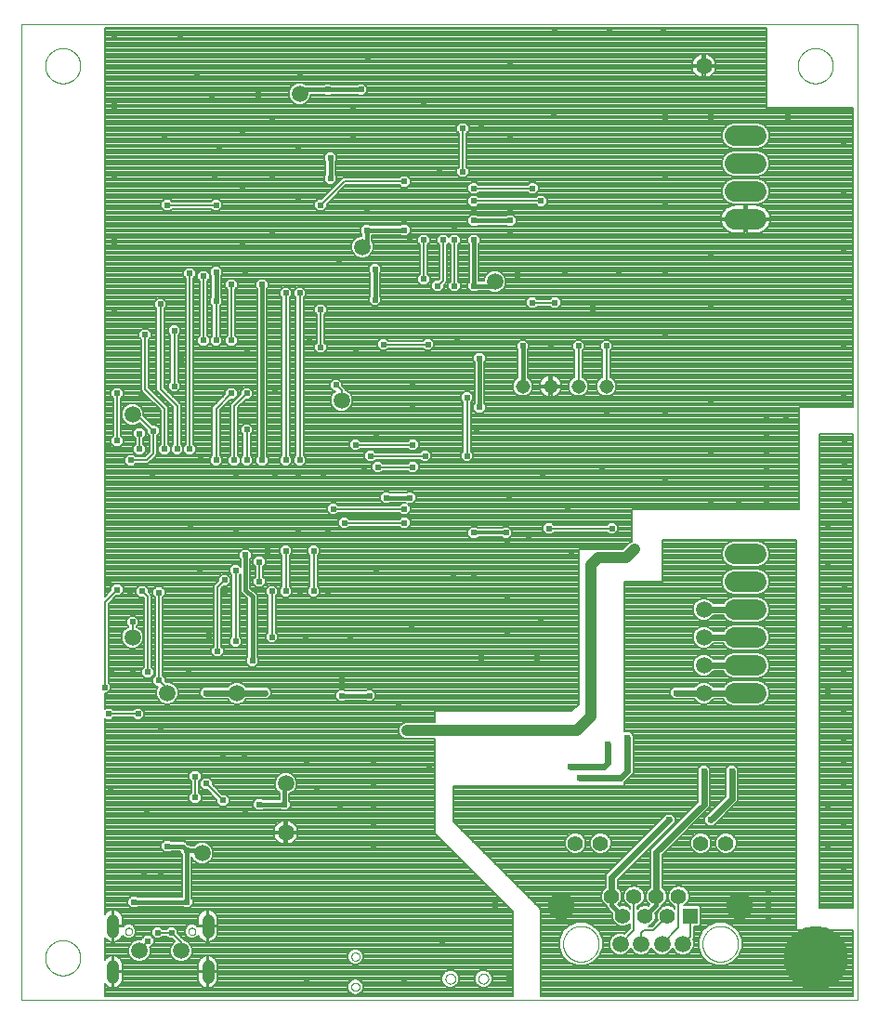
<source format=gbl>
G75*
%MOIN*%
%OFA0B0*%
%FSLAX25Y25*%
%IPPOS*%
%LPD*%
%AMOC8*
5,1,8,0,0,1.08239X$1,22.5*
%
%ADD10C,0.00000*%
%ADD11R,0.05504X0.05504*%
%ADD12C,0.05504*%
%ADD13C,0.09744*%
%ADD14C,0.04362*%
%ADD15C,0.07400*%
%ADD16C,0.05150*%
%ADD17C,0.23000*%
%ADD18C,0.05906*%
%ADD19C,0.00800*%
%ADD20C,0.02381*%
%ADD21C,0.02400*%
%ADD22C,0.01600*%
%ADD23C,0.04000*%
%ADD24C,0.01200*%
D10*
X0001394Y0011093D02*
X0001394Y0361093D01*
X0301394Y0361093D01*
X0301394Y0011093D01*
X0001394Y0011093D01*
X0010095Y0026093D02*
X0010097Y0026251D01*
X0010103Y0026409D01*
X0010113Y0026567D01*
X0010127Y0026725D01*
X0010145Y0026882D01*
X0010166Y0027039D01*
X0010192Y0027195D01*
X0010222Y0027351D01*
X0010255Y0027506D01*
X0010293Y0027659D01*
X0010334Y0027812D01*
X0010379Y0027964D01*
X0010428Y0028115D01*
X0010481Y0028264D01*
X0010537Y0028412D01*
X0010597Y0028558D01*
X0010661Y0028703D01*
X0010729Y0028846D01*
X0010800Y0028988D01*
X0010874Y0029128D01*
X0010952Y0029265D01*
X0011034Y0029401D01*
X0011118Y0029535D01*
X0011207Y0029666D01*
X0011298Y0029795D01*
X0011393Y0029922D01*
X0011490Y0030047D01*
X0011591Y0030169D01*
X0011695Y0030288D01*
X0011802Y0030405D01*
X0011912Y0030519D01*
X0012025Y0030630D01*
X0012140Y0030739D01*
X0012258Y0030844D01*
X0012379Y0030946D01*
X0012502Y0031046D01*
X0012628Y0031142D01*
X0012756Y0031235D01*
X0012886Y0031325D01*
X0013019Y0031411D01*
X0013154Y0031495D01*
X0013290Y0031574D01*
X0013429Y0031651D01*
X0013570Y0031723D01*
X0013712Y0031793D01*
X0013856Y0031858D01*
X0014002Y0031920D01*
X0014149Y0031978D01*
X0014298Y0032033D01*
X0014448Y0032084D01*
X0014599Y0032131D01*
X0014751Y0032174D01*
X0014904Y0032213D01*
X0015059Y0032249D01*
X0015214Y0032280D01*
X0015370Y0032308D01*
X0015526Y0032332D01*
X0015683Y0032352D01*
X0015841Y0032368D01*
X0015998Y0032380D01*
X0016157Y0032388D01*
X0016315Y0032392D01*
X0016473Y0032392D01*
X0016631Y0032388D01*
X0016790Y0032380D01*
X0016947Y0032368D01*
X0017105Y0032352D01*
X0017262Y0032332D01*
X0017418Y0032308D01*
X0017574Y0032280D01*
X0017729Y0032249D01*
X0017884Y0032213D01*
X0018037Y0032174D01*
X0018189Y0032131D01*
X0018340Y0032084D01*
X0018490Y0032033D01*
X0018639Y0031978D01*
X0018786Y0031920D01*
X0018932Y0031858D01*
X0019076Y0031793D01*
X0019218Y0031723D01*
X0019359Y0031651D01*
X0019498Y0031574D01*
X0019634Y0031495D01*
X0019769Y0031411D01*
X0019902Y0031325D01*
X0020032Y0031235D01*
X0020160Y0031142D01*
X0020286Y0031046D01*
X0020409Y0030946D01*
X0020530Y0030844D01*
X0020648Y0030739D01*
X0020763Y0030630D01*
X0020876Y0030519D01*
X0020986Y0030405D01*
X0021093Y0030288D01*
X0021197Y0030169D01*
X0021298Y0030047D01*
X0021395Y0029922D01*
X0021490Y0029795D01*
X0021581Y0029666D01*
X0021670Y0029535D01*
X0021754Y0029401D01*
X0021836Y0029265D01*
X0021914Y0029128D01*
X0021988Y0028988D01*
X0022059Y0028846D01*
X0022127Y0028703D01*
X0022191Y0028558D01*
X0022251Y0028412D01*
X0022307Y0028264D01*
X0022360Y0028115D01*
X0022409Y0027964D01*
X0022454Y0027812D01*
X0022495Y0027659D01*
X0022533Y0027506D01*
X0022566Y0027351D01*
X0022596Y0027195D01*
X0022622Y0027039D01*
X0022643Y0026882D01*
X0022661Y0026725D01*
X0022675Y0026567D01*
X0022685Y0026409D01*
X0022691Y0026251D01*
X0022693Y0026093D01*
X0022691Y0025935D01*
X0022685Y0025777D01*
X0022675Y0025619D01*
X0022661Y0025461D01*
X0022643Y0025304D01*
X0022622Y0025147D01*
X0022596Y0024991D01*
X0022566Y0024835D01*
X0022533Y0024680D01*
X0022495Y0024527D01*
X0022454Y0024374D01*
X0022409Y0024222D01*
X0022360Y0024071D01*
X0022307Y0023922D01*
X0022251Y0023774D01*
X0022191Y0023628D01*
X0022127Y0023483D01*
X0022059Y0023340D01*
X0021988Y0023198D01*
X0021914Y0023058D01*
X0021836Y0022921D01*
X0021754Y0022785D01*
X0021670Y0022651D01*
X0021581Y0022520D01*
X0021490Y0022391D01*
X0021395Y0022264D01*
X0021298Y0022139D01*
X0021197Y0022017D01*
X0021093Y0021898D01*
X0020986Y0021781D01*
X0020876Y0021667D01*
X0020763Y0021556D01*
X0020648Y0021447D01*
X0020530Y0021342D01*
X0020409Y0021240D01*
X0020286Y0021140D01*
X0020160Y0021044D01*
X0020032Y0020951D01*
X0019902Y0020861D01*
X0019769Y0020775D01*
X0019634Y0020691D01*
X0019498Y0020612D01*
X0019359Y0020535D01*
X0019218Y0020463D01*
X0019076Y0020393D01*
X0018932Y0020328D01*
X0018786Y0020266D01*
X0018639Y0020208D01*
X0018490Y0020153D01*
X0018340Y0020102D01*
X0018189Y0020055D01*
X0018037Y0020012D01*
X0017884Y0019973D01*
X0017729Y0019937D01*
X0017574Y0019906D01*
X0017418Y0019878D01*
X0017262Y0019854D01*
X0017105Y0019834D01*
X0016947Y0019818D01*
X0016790Y0019806D01*
X0016631Y0019798D01*
X0016473Y0019794D01*
X0016315Y0019794D01*
X0016157Y0019798D01*
X0015998Y0019806D01*
X0015841Y0019818D01*
X0015683Y0019834D01*
X0015526Y0019854D01*
X0015370Y0019878D01*
X0015214Y0019906D01*
X0015059Y0019937D01*
X0014904Y0019973D01*
X0014751Y0020012D01*
X0014599Y0020055D01*
X0014448Y0020102D01*
X0014298Y0020153D01*
X0014149Y0020208D01*
X0014002Y0020266D01*
X0013856Y0020328D01*
X0013712Y0020393D01*
X0013570Y0020463D01*
X0013429Y0020535D01*
X0013290Y0020612D01*
X0013154Y0020691D01*
X0013019Y0020775D01*
X0012886Y0020861D01*
X0012756Y0020951D01*
X0012628Y0021044D01*
X0012502Y0021140D01*
X0012379Y0021240D01*
X0012258Y0021342D01*
X0012140Y0021447D01*
X0012025Y0021556D01*
X0011912Y0021667D01*
X0011802Y0021781D01*
X0011695Y0021898D01*
X0011591Y0022017D01*
X0011490Y0022139D01*
X0011393Y0022264D01*
X0011298Y0022391D01*
X0011207Y0022520D01*
X0011118Y0022651D01*
X0011034Y0022785D01*
X0010952Y0022921D01*
X0010874Y0023058D01*
X0010800Y0023198D01*
X0010729Y0023340D01*
X0010661Y0023483D01*
X0010597Y0023628D01*
X0010537Y0023774D01*
X0010481Y0023922D01*
X0010428Y0024071D01*
X0010379Y0024222D01*
X0010334Y0024374D01*
X0010293Y0024527D01*
X0010255Y0024680D01*
X0010222Y0024835D01*
X0010192Y0024991D01*
X0010166Y0025147D01*
X0010145Y0025304D01*
X0010127Y0025461D01*
X0010113Y0025619D01*
X0010103Y0025777D01*
X0010097Y0025935D01*
X0010095Y0026093D01*
X0038736Y0035581D02*
X0038738Y0035652D01*
X0038744Y0035723D01*
X0038754Y0035794D01*
X0038768Y0035863D01*
X0038785Y0035932D01*
X0038807Y0036000D01*
X0038832Y0036067D01*
X0038861Y0036132D01*
X0038893Y0036195D01*
X0038929Y0036257D01*
X0038968Y0036316D01*
X0039011Y0036373D01*
X0039056Y0036428D01*
X0039105Y0036480D01*
X0039156Y0036529D01*
X0039210Y0036575D01*
X0039267Y0036619D01*
X0039325Y0036659D01*
X0039386Y0036695D01*
X0039449Y0036729D01*
X0039514Y0036758D01*
X0039580Y0036784D01*
X0039648Y0036807D01*
X0039716Y0036825D01*
X0039786Y0036840D01*
X0039856Y0036851D01*
X0039927Y0036858D01*
X0039998Y0036861D01*
X0040069Y0036860D01*
X0040140Y0036855D01*
X0040211Y0036846D01*
X0040281Y0036833D01*
X0040350Y0036817D01*
X0040418Y0036796D01*
X0040485Y0036772D01*
X0040551Y0036744D01*
X0040614Y0036712D01*
X0040676Y0036677D01*
X0040736Y0036639D01*
X0040794Y0036597D01*
X0040849Y0036553D01*
X0040902Y0036505D01*
X0040952Y0036454D01*
X0040999Y0036401D01*
X0041043Y0036345D01*
X0041084Y0036287D01*
X0041122Y0036226D01*
X0041156Y0036164D01*
X0041186Y0036099D01*
X0041213Y0036034D01*
X0041237Y0035966D01*
X0041256Y0035898D01*
X0041272Y0035829D01*
X0041284Y0035758D01*
X0041292Y0035688D01*
X0041296Y0035617D01*
X0041296Y0035545D01*
X0041292Y0035474D01*
X0041284Y0035404D01*
X0041272Y0035333D01*
X0041256Y0035264D01*
X0041237Y0035196D01*
X0041213Y0035128D01*
X0041186Y0035063D01*
X0041156Y0034998D01*
X0041122Y0034936D01*
X0041084Y0034875D01*
X0041043Y0034817D01*
X0040999Y0034761D01*
X0040952Y0034708D01*
X0040902Y0034657D01*
X0040849Y0034609D01*
X0040794Y0034565D01*
X0040736Y0034523D01*
X0040676Y0034485D01*
X0040614Y0034450D01*
X0040551Y0034418D01*
X0040485Y0034390D01*
X0040418Y0034366D01*
X0040350Y0034345D01*
X0040281Y0034329D01*
X0040211Y0034316D01*
X0040140Y0034307D01*
X0040069Y0034302D01*
X0039998Y0034301D01*
X0039927Y0034304D01*
X0039856Y0034311D01*
X0039786Y0034322D01*
X0039716Y0034337D01*
X0039648Y0034355D01*
X0039580Y0034378D01*
X0039514Y0034404D01*
X0039449Y0034433D01*
X0039386Y0034467D01*
X0039325Y0034503D01*
X0039267Y0034543D01*
X0039210Y0034587D01*
X0039156Y0034633D01*
X0039105Y0034682D01*
X0039056Y0034734D01*
X0039011Y0034789D01*
X0038968Y0034846D01*
X0038929Y0034905D01*
X0038893Y0034967D01*
X0038861Y0035030D01*
X0038832Y0035095D01*
X0038807Y0035162D01*
X0038785Y0035230D01*
X0038768Y0035299D01*
X0038754Y0035368D01*
X0038744Y0035439D01*
X0038738Y0035510D01*
X0038736Y0035581D01*
X0061492Y0035581D02*
X0061494Y0035652D01*
X0061500Y0035723D01*
X0061510Y0035794D01*
X0061524Y0035863D01*
X0061541Y0035932D01*
X0061563Y0036000D01*
X0061588Y0036067D01*
X0061617Y0036132D01*
X0061649Y0036195D01*
X0061685Y0036257D01*
X0061724Y0036316D01*
X0061767Y0036373D01*
X0061812Y0036428D01*
X0061861Y0036480D01*
X0061912Y0036529D01*
X0061966Y0036575D01*
X0062023Y0036619D01*
X0062081Y0036659D01*
X0062142Y0036695D01*
X0062205Y0036729D01*
X0062270Y0036758D01*
X0062336Y0036784D01*
X0062404Y0036807D01*
X0062472Y0036825D01*
X0062542Y0036840D01*
X0062612Y0036851D01*
X0062683Y0036858D01*
X0062754Y0036861D01*
X0062825Y0036860D01*
X0062896Y0036855D01*
X0062967Y0036846D01*
X0063037Y0036833D01*
X0063106Y0036817D01*
X0063174Y0036796D01*
X0063241Y0036772D01*
X0063307Y0036744D01*
X0063370Y0036712D01*
X0063432Y0036677D01*
X0063492Y0036639D01*
X0063550Y0036597D01*
X0063605Y0036553D01*
X0063658Y0036505D01*
X0063708Y0036454D01*
X0063755Y0036401D01*
X0063799Y0036345D01*
X0063840Y0036287D01*
X0063878Y0036226D01*
X0063912Y0036164D01*
X0063942Y0036099D01*
X0063969Y0036034D01*
X0063993Y0035966D01*
X0064012Y0035898D01*
X0064028Y0035829D01*
X0064040Y0035758D01*
X0064048Y0035688D01*
X0064052Y0035617D01*
X0064052Y0035545D01*
X0064048Y0035474D01*
X0064040Y0035404D01*
X0064028Y0035333D01*
X0064012Y0035264D01*
X0063993Y0035196D01*
X0063969Y0035128D01*
X0063942Y0035063D01*
X0063912Y0034998D01*
X0063878Y0034936D01*
X0063840Y0034875D01*
X0063799Y0034817D01*
X0063755Y0034761D01*
X0063708Y0034708D01*
X0063658Y0034657D01*
X0063605Y0034609D01*
X0063550Y0034565D01*
X0063492Y0034523D01*
X0063432Y0034485D01*
X0063370Y0034450D01*
X0063307Y0034418D01*
X0063241Y0034390D01*
X0063174Y0034366D01*
X0063106Y0034345D01*
X0063037Y0034329D01*
X0062967Y0034316D01*
X0062896Y0034307D01*
X0062825Y0034302D01*
X0062754Y0034301D01*
X0062683Y0034304D01*
X0062612Y0034311D01*
X0062542Y0034322D01*
X0062472Y0034337D01*
X0062404Y0034355D01*
X0062336Y0034378D01*
X0062270Y0034404D01*
X0062205Y0034433D01*
X0062142Y0034467D01*
X0062081Y0034503D01*
X0062023Y0034543D01*
X0061966Y0034587D01*
X0061912Y0034633D01*
X0061861Y0034682D01*
X0061812Y0034734D01*
X0061767Y0034789D01*
X0061724Y0034846D01*
X0061685Y0034905D01*
X0061649Y0034967D01*
X0061617Y0035030D01*
X0061588Y0035095D01*
X0061563Y0035162D01*
X0061541Y0035230D01*
X0061524Y0035299D01*
X0061510Y0035368D01*
X0061500Y0035439D01*
X0061494Y0035510D01*
X0061492Y0035581D01*
X0119918Y0026506D02*
X0119920Y0026583D01*
X0119926Y0026659D01*
X0119936Y0026735D01*
X0119950Y0026810D01*
X0119967Y0026885D01*
X0119989Y0026958D01*
X0120014Y0027031D01*
X0120044Y0027102D01*
X0120076Y0027171D01*
X0120113Y0027238D01*
X0120152Y0027304D01*
X0120195Y0027367D01*
X0120242Y0027428D01*
X0120291Y0027487D01*
X0120344Y0027543D01*
X0120399Y0027596D01*
X0120457Y0027646D01*
X0120517Y0027693D01*
X0120580Y0027737D01*
X0120645Y0027778D01*
X0120712Y0027815D01*
X0120781Y0027849D01*
X0120851Y0027879D01*
X0120923Y0027905D01*
X0120997Y0027927D01*
X0121071Y0027946D01*
X0121146Y0027961D01*
X0121222Y0027972D01*
X0121298Y0027979D01*
X0121375Y0027982D01*
X0121451Y0027981D01*
X0121528Y0027976D01*
X0121604Y0027967D01*
X0121680Y0027954D01*
X0121754Y0027937D01*
X0121828Y0027917D01*
X0121901Y0027892D01*
X0121972Y0027864D01*
X0122042Y0027832D01*
X0122110Y0027797D01*
X0122176Y0027758D01*
X0122240Y0027716D01*
X0122301Y0027670D01*
X0122361Y0027621D01*
X0122417Y0027570D01*
X0122471Y0027515D01*
X0122522Y0027458D01*
X0122570Y0027398D01*
X0122615Y0027336D01*
X0122656Y0027271D01*
X0122694Y0027205D01*
X0122729Y0027137D01*
X0122759Y0027066D01*
X0122787Y0026995D01*
X0122810Y0026922D01*
X0122830Y0026848D01*
X0122846Y0026773D01*
X0122858Y0026697D01*
X0122866Y0026621D01*
X0122870Y0026544D01*
X0122870Y0026468D01*
X0122866Y0026391D01*
X0122858Y0026315D01*
X0122846Y0026239D01*
X0122830Y0026164D01*
X0122810Y0026090D01*
X0122787Y0026017D01*
X0122759Y0025946D01*
X0122729Y0025875D01*
X0122694Y0025807D01*
X0122656Y0025741D01*
X0122615Y0025676D01*
X0122570Y0025614D01*
X0122522Y0025554D01*
X0122471Y0025497D01*
X0122417Y0025442D01*
X0122361Y0025391D01*
X0122301Y0025342D01*
X0122240Y0025296D01*
X0122176Y0025254D01*
X0122110Y0025215D01*
X0122042Y0025180D01*
X0121972Y0025148D01*
X0121901Y0025120D01*
X0121828Y0025095D01*
X0121754Y0025075D01*
X0121680Y0025058D01*
X0121604Y0025045D01*
X0121528Y0025036D01*
X0121451Y0025031D01*
X0121375Y0025030D01*
X0121298Y0025033D01*
X0121222Y0025040D01*
X0121146Y0025051D01*
X0121071Y0025066D01*
X0120997Y0025085D01*
X0120923Y0025107D01*
X0120851Y0025133D01*
X0120781Y0025163D01*
X0120712Y0025197D01*
X0120645Y0025234D01*
X0120580Y0025275D01*
X0120517Y0025319D01*
X0120457Y0025366D01*
X0120399Y0025416D01*
X0120344Y0025469D01*
X0120291Y0025525D01*
X0120242Y0025584D01*
X0120195Y0025645D01*
X0120152Y0025708D01*
X0120113Y0025774D01*
X0120076Y0025841D01*
X0120044Y0025910D01*
X0120014Y0025981D01*
X0119989Y0026054D01*
X0119967Y0026127D01*
X0119950Y0026202D01*
X0119936Y0026277D01*
X0119926Y0026353D01*
X0119920Y0026429D01*
X0119918Y0026506D01*
X0119918Y0015680D02*
X0119920Y0015757D01*
X0119926Y0015833D01*
X0119936Y0015909D01*
X0119950Y0015984D01*
X0119967Y0016059D01*
X0119989Y0016132D01*
X0120014Y0016205D01*
X0120044Y0016276D01*
X0120076Y0016345D01*
X0120113Y0016412D01*
X0120152Y0016478D01*
X0120195Y0016541D01*
X0120242Y0016602D01*
X0120291Y0016661D01*
X0120344Y0016717D01*
X0120399Y0016770D01*
X0120457Y0016820D01*
X0120517Y0016867D01*
X0120580Y0016911D01*
X0120645Y0016952D01*
X0120712Y0016989D01*
X0120781Y0017023D01*
X0120851Y0017053D01*
X0120923Y0017079D01*
X0120997Y0017101D01*
X0121071Y0017120D01*
X0121146Y0017135D01*
X0121222Y0017146D01*
X0121298Y0017153D01*
X0121375Y0017156D01*
X0121451Y0017155D01*
X0121528Y0017150D01*
X0121604Y0017141D01*
X0121680Y0017128D01*
X0121754Y0017111D01*
X0121828Y0017091D01*
X0121901Y0017066D01*
X0121972Y0017038D01*
X0122042Y0017006D01*
X0122110Y0016971D01*
X0122176Y0016932D01*
X0122240Y0016890D01*
X0122301Y0016844D01*
X0122361Y0016795D01*
X0122417Y0016744D01*
X0122471Y0016689D01*
X0122522Y0016632D01*
X0122570Y0016572D01*
X0122615Y0016510D01*
X0122656Y0016445D01*
X0122694Y0016379D01*
X0122729Y0016311D01*
X0122759Y0016240D01*
X0122787Y0016169D01*
X0122810Y0016096D01*
X0122830Y0016022D01*
X0122846Y0015947D01*
X0122858Y0015871D01*
X0122866Y0015795D01*
X0122870Y0015718D01*
X0122870Y0015642D01*
X0122866Y0015565D01*
X0122858Y0015489D01*
X0122846Y0015413D01*
X0122830Y0015338D01*
X0122810Y0015264D01*
X0122787Y0015191D01*
X0122759Y0015120D01*
X0122729Y0015049D01*
X0122694Y0014981D01*
X0122656Y0014915D01*
X0122615Y0014850D01*
X0122570Y0014788D01*
X0122522Y0014728D01*
X0122471Y0014671D01*
X0122417Y0014616D01*
X0122361Y0014565D01*
X0122301Y0014516D01*
X0122240Y0014470D01*
X0122176Y0014428D01*
X0122110Y0014389D01*
X0122042Y0014354D01*
X0121972Y0014322D01*
X0121901Y0014294D01*
X0121828Y0014269D01*
X0121754Y0014249D01*
X0121680Y0014232D01*
X0121604Y0014219D01*
X0121528Y0014210D01*
X0121451Y0014205D01*
X0121375Y0014204D01*
X0121298Y0014207D01*
X0121222Y0014214D01*
X0121146Y0014225D01*
X0121071Y0014240D01*
X0120997Y0014259D01*
X0120923Y0014281D01*
X0120851Y0014307D01*
X0120781Y0014337D01*
X0120712Y0014371D01*
X0120645Y0014408D01*
X0120580Y0014449D01*
X0120517Y0014493D01*
X0120457Y0014540D01*
X0120399Y0014590D01*
X0120344Y0014643D01*
X0120291Y0014699D01*
X0120242Y0014758D01*
X0120195Y0014819D01*
X0120152Y0014882D01*
X0120113Y0014948D01*
X0120076Y0015015D01*
X0120044Y0015084D01*
X0120014Y0015155D01*
X0119989Y0015228D01*
X0119967Y0015301D01*
X0119950Y0015376D01*
X0119936Y0015451D01*
X0119926Y0015527D01*
X0119920Y0015603D01*
X0119918Y0015680D01*
X0153716Y0018593D02*
X0153718Y0018677D01*
X0153724Y0018760D01*
X0153734Y0018843D01*
X0153748Y0018926D01*
X0153765Y0019008D01*
X0153787Y0019089D01*
X0153812Y0019168D01*
X0153841Y0019247D01*
X0153874Y0019324D01*
X0153910Y0019399D01*
X0153950Y0019473D01*
X0153993Y0019545D01*
X0154040Y0019614D01*
X0154090Y0019681D01*
X0154143Y0019746D01*
X0154199Y0019808D01*
X0154257Y0019868D01*
X0154319Y0019925D01*
X0154383Y0019978D01*
X0154450Y0020029D01*
X0154519Y0020076D01*
X0154590Y0020121D01*
X0154663Y0020161D01*
X0154738Y0020198D01*
X0154815Y0020232D01*
X0154893Y0020262D01*
X0154972Y0020288D01*
X0155053Y0020311D01*
X0155135Y0020329D01*
X0155217Y0020344D01*
X0155300Y0020355D01*
X0155383Y0020362D01*
X0155467Y0020365D01*
X0155551Y0020364D01*
X0155634Y0020359D01*
X0155718Y0020350D01*
X0155800Y0020337D01*
X0155882Y0020321D01*
X0155963Y0020300D01*
X0156044Y0020276D01*
X0156122Y0020248D01*
X0156200Y0020216D01*
X0156276Y0020180D01*
X0156350Y0020141D01*
X0156422Y0020099D01*
X0156492Y0020053D01*
X0156560Y0020004D01*
X0156625Y0019952D01*
X0156688Y0019897D01*
X0156748Y0019839D01*
X0156806Y0019778D01*
X0156860Y0019714D01*
X0156912Y0019648D01*
X0156960Y0019580D01*
X0157005Y0019509D01*
X0157046Y0019436D01*
X0157085Y0019362D01*
X0157119Y0019286D01*
X0157150Y0019208D01*
X0157177Y0019129D01*
X0157201Y0019048D01*
X0157220Y0018967D01*
X0157236Y0018885D01*
X0157248Y0018802D01*
X0157256Y0018718D01*
X0157260Y0018635D01*
X0157260Y0018551D01*
X0157256Y0018468D01*
X0157248Y0018384D01*
X0157236Y0018301D01*
X0157220Y0018219D01*
X0157201Y0018138D01*
X0157177Y0018057D01*
X0157150Y0017978D01*
X0157119Y0017900D01*
X0157085Y0017824D01*
X0157046Y0017750D01*
X0157005Y0017677D01*
X0156960Y0017606D01*
X0156912Y0017538D01*
X0156860Y0017472D01*
X0156806Y0017408D01*
X0156748Y0017347D01*
X0156688Y0017289D01*
X0156625Y0017234D01*
X0156560Y0017182D01*
X0156492Y0017133D01*
X0156422Y0017087D01*
X0156350Y0017045D01*
X0156276Y0017006D01*
X0156200Y0016970D01*
X0156122Y0016938D01*
X0156044Y0016910D01*
X0155963Y0016886D01*
X0155882Y0016865D01*
X0155800Y0016849D01*
X0155718Y0016836D01*
X0155634Y0016827D01*
X0155551Y0016822D01*
X0155467Y0016821D01*
X0155383Y0016824D01*
X0155300Y0016831D01*
X0155217Y0016842D01*
X0155135Y0016857D01*
X0155053Y0016875D01*
X0154972Y0016898D01*
X0154893Y0016924D01*
X0154815Y0016954D01*
X0154738Y0016988D01*
X0154663Y0017025D01*
X0154590Y0017065D01*
X0154519Y0017110D01*
X0154450Y0017157D01*
X0154383Y0017208D01*
X0154319Y0017261D01*
X0154257Y0017318D01*
X0154199Y0017378D01*
X0154143Y0017440D01*
X0154090Y0017505D01*
X0154040Y0017572D01*
X0153993Y0017641D01*
X0153950Y0017713D01*
X0153910Y0017787D01*
X0153874Y0017862D01*
X0153841Y0017939D01*
X0153812Y0018018D01*
X0153787Y0018097D01*
X0153765Y0018178D01*
X0153748Y0018260D01*
X0153734Y0018343D01*
X0153724Y0018426D01*
X0153718Y0018509D01*
X0153716Y0018593D01*
X0165527Y0018593D02*
X0165529Y0018677D01*
X0165535Y0018760D01*
X0165545Y0018843D01*
X0165559Y0018926D01*
X0165576Y0019008D01*
X0165598Y0019089D01*
X0165623Y0019168D01*
X0165652Y0019247D01*
X0165685Y0019324D01*
X0165721Y0019399D01*
X0165761Y0019473D01*
X0165804Y0019545D01*
X0165851Y0019614D01*
X0165901Y0019681D01*
X0165954Y0019746D01*
X0166010Y0019808D01*
X0166068Y0019868D01*
X0166130Y0019925D01*
X0166194Y0019978D01*
X0166261Y0020029D01*
X0166330Y0020076D01*
X0166401Y0020121D01*
X0166474Y0020161D01*
X0166549Y0020198D01*
X0166626Y0020232D01*
X0166704Y0020262D01*
X0166783Y0020288D01*
X0166864Y0020311D01*
X0166946Y0020329D01*
X0167028Y0020344D01*
X0167111Y0020355D01*
X0167194Y0020362D01*
X0167278Y0020365D01*
X0167362Y0020364D01*
X0167445Y0020359D01*
X0167529Y0020350D01*
X0167611Y0020337D01*
X0167693Y0020321D01*
X0167774Y0020300D01*
X0167855Y0020276D01*
X0167933Y0020248D01*
X0168011Y0020216D01*
X0168087Y0020180D01*
X0168161Y0020141D01*
X0168233Y0020099D01*
X0168303Y0020053D01*
X0168371Y0020004D01*
X0168436Y0019952D01*
X0168499Y0019897D01*
X0168559Y0019839D01*
X0168617Y0019778D01*
X0168671Y0019714D01*
X0168723Y0019648D01*
X0168771Y0019580D01*
X0168816Y0019509D01*
X0168857Y0019436D01*
X0168896Y0019362D01*
X0168930Y0019286D01*
X0168961Y0019208D01*
X0168988Y0019129D01*
X0169012Y0019048D01*
X0169031Y0018967D01*
X0169047Y0018885D01*
X0169059Y0018802D01*
X0169067Y0018718D01*
X0169071Y0018635D01*
X0169071Y0018551D01*
X0169067Y0018468D01*
X0169059Y0018384D01*
X0169047Y0018301D01*
X0169031Y0018219D01*
X0169012Y0018138D01*
X0168988Y0018057D01*
X0168961Y0017978D01*
X0168930Y0017900D01*
X0168896Y0017824D01*
X0168857Y0017750D01*
X0168816Y0017677D01*
X0168771Y0017606D01*
X0168723Y0017538D01*
X0168671Y0017472D01*
X0168617Y0017408D01*
X0168559Y0017347D01*
X0168499Y0017289D01*
X0168436Y0017234D01*
X0168371Y0017182D01*
X0168303Y0017133D01*
X0168233Y0017087D01*
X0168161Y0017045D01*
X0168087Y0017006D01*
X0168011Y0016970D01*
X0167933Y0016938D01*
X0167855Y0016910D01*
X0167774Y0016886D01*
X0167693Y0016865D01*
X0167611Y0016849D01*
X0167529Y0016836D01*
X0167445Y0016827D01*
X0167362Y0016822D01*
X0167278Y0016821D01*
X0167194Y0016824D01*
X0167111Y0016831D01*
X0167028Y0016842D01*
X0166946Y0016857D01*
X0166864Y0016875D01*
X0166783Y0016898D01*
X0166704Y0016924D01*
X0166626Y0016954D01*
X0166549Y0016988D01*
X0166474Y0017025D01*
X0166401Y0017065D01*
X0166330Y0017110D01*
X0166261Y0017157D01*
X0166194Y0017208D01*
X0166130Y0017261D01*
X0166068Y0017318D01*
X0166010Y0017378D01*
X0165954Y0017440D01*
X0165901Y0017505D01*
X0165851Y0017572D01*
X0165804Y0017641D01*
X0165761Y0017713D01*
X0165721Y0017787D01*
X0165685Y0017862D01*
X0165652Y0017939D01*
X0165623Y0018018D01*
X0165598Y0018097D01*
X0165576Y0018178D01*
X0165559Y0018260D01*
X0165545Y0018343D01*
X0165535Y0018426D01*
X0165529Y0018509D01*
X0165527Y0018593D01*
X0195901Y0031093D02*
X0195903Y0031253D01*
X0195909Y0031412D01*
X0195919Y0031571D01*
X0195933Y0031730D01*
X0195951Y0031889D01*
X0195972Y0032047D01*
X0195998Y0032204D01*
X0196028Y0032361D01*
X0196061Y0032517D01*
X0196099Y0032672D01*
X0196140Y0032826D01*
X0196185Y0032979D01*
X0196234Y0033131D01*
X0196287Y0033281D01*
X0196343Y0033430D01*
X0196403Y0033578D01*
X0196467Y0033724D01*
X0196535Y0033869D01*
X0196606Y0034012D01*
X0196680Y0034153D01*
X0196758Y0034292D01*
X0196840Y0034429D01*
X0196925Y0034564D01*
X0197013Y0034697D01*
X0197104Y0034828D01*
X0197199Y0034956D01*
X0197297Y0035082D01*
X0197398Y0035206D01*
X0197502Y0035326D01*
X0197609Y0035445D01*
X0197719Y0035560D01*
X0197832Y0035673D01*
X0197947Y0035783D01*
X0198066Y0035890D01*
X0198186Y0035994D01*
X0198310Y0036095D01*
X0198436Y0036193D01*
X0198564Y0036288D01*
X0198695Y0036379D01*
X0198828Y0036467D01*
X0198963Y0036552D01*
X0199100Y0036634D01*
X0199239Y0036712D01*
X0199380Y0036786D01*
X0199523Y0036857D01*
X0199668Y0036925D01*
X0199814Y0036989D01*
X0199962Y0037049D01*
X0200111Y0037105D01*
X0200261Y0037158D01*
X0200413Y0037207D01*
X0200566Y0037252D01*
X0200720Y0037293D01*
X0200875Y0037331D01*
X0201031Y0037364D01*
X0201188Y0037394D01*
X0201345Y0037420D01*
X0201503Y0037441D01*
X0201662Y0037459D01*
X0201821Y0037473D01*
X0201980Y0037483D01*
X0202139Y0037489D01*
X0202299Y0037491D01*
X0202459Y0037489D01*
X0202618Y0037483D01*
X0202777Y0037473D01*
X0202936Y0037459D01*
X0203095Y0037441D01*
X0203253Y0037420D01*
X0203410Y0037394D01*
X0203567Y0037364D01*
X0203723Y0037331D01*
X0203878Y0037293D01*
X0204032Y0037252D01*
X0204185Y0037207D01*
X0204337Y0037158D01*
X0204487Y0037105D01*
X0204636Y0037049D01*
X0204784Y0036989D01*
X0204930Y0036925D01*
X0205075Y0036857D01*
X0205218Y0036786D01*
X0205359Y0036712D01*
X0205498Y0036634D01*
X0205635Y0036552D01*
X0205770Y0036467D01*
X0205903Y0036379D01*
X0206034Y0036288D01*
X0206162Y0036193D01*
X0206288Y0036095D01*
X0206412Y0035994D01*
X0206532Y0035890D01*
X0206651Y0035783D01*
X0206766Y0035673D01*
X0206879Y0035560D01*
X0206989Y0035445D01*
X0207096Y0035326D01*
X0207200Y0035206D01*
X0207301Y0035082D01*
X0207399Y0034956D01*
X0207494Y0034828D01*
X0207585Y0034697D01*
X0207673Y0034564D01*
X0207758Y0034429D01*
X0207840Y0034292D01*
X0207918Y0034153D01*
X0207992Y0034012D01*
X0208063Y0033869D01*
X0208131Y0033724D01*
X0208195Y0033578D01*
X0208255Y0033430D01*
X0208311Y0033281D01*
X0208364Y0033131D01*
X0208413Y0032979D01*
X0208458Y0032826D01*
X0208499Y0032672D01*
X0208537Y0032517D01*
X0208570Y0032361D01*
X0208600Y0032204D01*
X0208626Y0032047D01*
X0208647Y0031889D01*
X0208665Y0031730D01*
X0208679Y0031571D01*
X0208689Y0031412D01*
X0208695Y0031253D01*
X0208697Y0031093D01*
X0208695Y0030933D01*
X0208689Y0030774D01*
X0208679Y0030615D01*
X0208665Y0030456D01*
X0208647Y0030297D01*
X0208626Y0030139D01*
X0208600Y0029982D01*
X0208570Y0029825D01*
X0208537Y0029669D01*
X0208499Y0029514D01*
X0208458Y0029360D01*
X0208413Y0029207D01*
X0208364Y0029055D01*
X0208311Y0028905D01*
X0208255Y0028756D01*
X0208195Y0028608D01*
X0208131Y0028462D01*
X0208063Y0028317D01*
X0207992Y0028174D01*
X0207918Y0028033D01*
X0207840Y0027894D01*
X0207758Y0027757D01*
X0207673Y0027622D01*
X0207585Y0027489D01*
X0207494Y0027358D01*
X0207399Y0027230D01*
X0207301Y0027104D01*
X0207200Y0026980D01*
X0207096Y0026860D01*
X0206989Y0026741D01*
X0206879Y0026626D01*
X0206766Y0026513D01*
X0206651Y0026403D01*
X0206532Y0026296D01*
X0206412Y0026192D01*
X0206288Y0026091D01*
X0206162Y0025993D01*
X0206034Y0025898D01*
X0205903Y0025807D01*
X0205770Y0025719D01*
X0205635Y0025634D01*
X0205498Y0025552D01*
X0205359Y0025474D01*
X0205218Y0025400D01*
X0205075Y0025329D01*
X0204930Y0025261D01*
X0204784Y0025197D01*
X0204636Y0025137D01*
X0204487Y0025081D01*
X0204337Y0025028D01*
X0204185Y0024979D01*
X0204032Y0024934D01*
X0203878Y0024893D01*
X0203723Y0024855D01*
X0203567Y0024822D01*
X0203410Y0024792D01*
X0203253Y0024766D01*
X0203095Y0024745D01*
X0202936Y0024727D01*
X0202777Y0024713D01*
X0202618Y0024703D01*
X0202459Y0024697D01*
X0202299Y0024695D01*
X0202139Y0024697D01*
X0201980Y0024703D01*
X0201821Y0024713D01*
X0201662Y0024727D01*
X0201503Y0024745D01*
X0201345Y0024766D01*
X0201188Y0024792D01*
X0201031Y0024822D01*
X0200875Y0024855D01*
X0200720Y0024893D01*
X0200566Y0024934D01*
X0200413Y0024979D01*
X0200261Y0025028D01*
X0200111Y0025081D01*
X0199962Y0025137D01*
X0199814Y0025197D01*
X0199668Y0025261D01*
X0199523Y0025329D01*
X0199380Y0025400D01*
X0199239Y0025474D01*
X0199100Y0025552D01*
X0198963Y0025634D01*
X0198828Y0025719D01*
X0198695Y0025807D01*
X0198564Y0025898D01*
X0198436Y0025993D01*
X0198310Y0026091D01*
X0198186Y0026192D01*
X0198066Y0026296D01*
X0197947Y0026403D01*
X0197832Y0026513D01*
X0197719Y0026626D01*
X0197609Y0026741D01*
X0197502Y0026860D01*
X0197398Y0026980D01*
X0197297Y0027104D01*
X0197199Y0027230D01*
X0197104Y0027358D01*
X0197013Y0027489D01*
X0196925Y0027622D01*
X0196840Y0027757D01*
X0196758Y0027894D01*
X0196680Y0028033D01*
X0196606Y0028174D01*
X0196535Y0028317D01*
X0196467Y0028462D01*
X0196403Y0028608D01*
X0196343Y0028756D01*
X0196287Y0028905D01*
X0196234Y0029055D01*
X0196185Y0029207D01*
X0196140Y0029360D01*
X0196099Y0029514D01*
X0196061Y0029669D01*
X0196028Y0029825D01*
X0195998Y0029982D01*
X0195972Y0030139D01*
X0195951Y0030297D01*
X0195933Y0030456D01*
X0195919Y0030615D01*
X0195909Y0030774D01*
X0195903Y0030933D01*
X0195901Y0031093D01*
X0245901Y0031093D02*
X0245903Y0031253D01*
X0245909Y0031412D01*
X0245919Y0031571D01*
X0245933Y0031730D01*
X0245951Y0031889D01*
X0245972Y0032047D01*
X0245998Y0032204D01*
X0246028Y0032361D01*
X0246061Y0032517D01*
X0246099Y0032672D01*
X0246140Y0032826D01*
X0246185Y0032979D01*
X0246234Y0033131D01*
X0246287Y0033281D01*
X0246343Y0033430D01*
X0246403Y0033578D01*
X0246467Y0033724D01*
X0246535Y0033869D01*
X0246606Y0034012D01*
X0246680Y0034153D01*
X0246758Y0034292D01*
X0246840Y0034429D01*
X0246925Y0034564D01*
X0247013Y0034697D01*
X0247104Y0034828D01*
X0247199Y0034956D01*
X0247297Y0035082D01*
X0247398Y0035206D01*
X0247502Y0035326D01*
X0247609Y0035445D01*
X0247719Y0035560D01*
X0247832Y0035673D01*
X0247947Y0035783D01*
X0248066Y0035890D01*
X0248186Y0035994D01*
X0248310Y0036095D01*
X0248436Y0036193D01*
X0248564Y0036288D01*
X0248695Y0036379D01*
X0248828Y0036467D01*
X0248963Y0036552D01*
X0249100Y0036634D01*
X0249239Y0036712D01*
X0249380Y0036786D01*
X0249523Y0036857D01*
X0249668Y0036925D01*
X0249814Y0036989D01*
X0249962Y0037049D01*
X0250111Y0037105D01*
X0250261Y0037158D01*
X0250413Y0037207D01*
X0250566Y0037252D01*
X0250720Y0037293D01*
X0250875Y0037331D01*
X0251031Y0037364D01*
X0251188Y0037394D01*
X0251345Y0037420D01*
X0251503Y0037441D01*
X0251662Y0037459D01*
X0251821Y0037473D01*
X0251980Y0037483D01*
X0252139Y0037489D01*
X0252299Y0037491D01*
X0252459Y0037489D01*
X0252618Y0037483D01*
X0252777Y0037473D01*
X0252936Y0037459D01*
X0253095Y0037441D01*
X0253253Y0037420D01*
X0253410Y0037394D01*
X0253567Y0037364D01*
X0253723Y0037331D01*
X0253878Y0037293D01*
X0254032Y0037252D01*
X0254185Y0037207D01*
X0254337Y0037158D01*
X0254487Y0037105D01*
X0254636Y0037049D01*
X0254784Y0036989D01*
X0254930Y0036925D01*
X0255075Y0036857D01*
X0255218Y0036786D01*
X0255359Y0036712D01*
X0255498Y0036634D01*
X0255635Y0036552D01*
X0255770Y0036467D01*
X0255903Y0036379D01*
X0256034Y0036288D01*
X0256162Y0036193D01*
X0256288Y0036095D01*
X0256412Y0035994D01*
X0256532Y0035890D01*
X0256651Y0035783D01*
X0256766Y0035673D01*
X0256879Y0035560D01*
X0256989Y0035445D01*
X0257096Y0035326D01*
X0257200Y0035206D01*
X0257301Y0035082D01*
X0257399Y0034956D01*
X0257494Y0034828D01*
X0257585Y0034697D01*
X0257673Y0034564D01*
X0257758Y0034429D01*
X0257840Y0034292D01*
X0257918Y0034153D01*
X0257992Y0034012D01*
X0258063Y0033869D01*
X0258131Y0033724D01*
X0258195Y0033578D01*
X0258255Y0033430D01*
X0258311Y0033281D01*
X0258364Y0033131D01*
X0258413Y0032979D01*
X0258458Y0032826D01*
X0258499Y0032672D01*
X0258537Y0032517D01*
X0258570Y0032361D01*
X0258600Y0032204D01*
X0258626Y0032047D01*
X0258647Y0031889D01*
X0258665Y0031730D01*
X0258679Y0031571D01*
X0258689Y0031412D01*
X0258695Y0031253D01*
X0258697Y0031093D01*
X0258695Y0030933D01*
X0258689Y0030774D01*
X0258679Y0030615D01*
X0258665Y0030456D01*
X0258647Y0030297D01*
X0258626Y0030139D01*
X0258600Y0029982D01*
X0258570Y0029825D01*
X0258537Y0029669D01*
X0258499Y0029514D01*
X0258458Y0029360D01*
X0258413Y0029207D01*
X0258364Y0029055D01*
X0258311Y0028905D01*
X0258255Y0028756D01*
X0258195Y0028608D01*
X0258131Y0028462D01*
X0258063Y0028317D01*
X0257992Y0028174D01*
X0257918Y0028033D01*
X0257840Y0027894D01*
X0257758Y0027757D01*
X0257673Y0027622D01*
X0257585Y0027489D01*
X0257494Y0027358D01*
X0257399Y0027230D01*
X0257301Y0027104D01*
X0257200Y0026980D01*
X0257096Y0026860D01*
X0256989Y0026741D01*
X0256879Y0026626D01*
X0256766Y0026513D01*
X0256651Y0026403D01*
X0256532Y0026296D01*
X0256412Y0026192D01*
X0256288Y0026091D01*
X0256162Y0025993D01*
X0256034Y0025898D01*
X0255903Y0025807D01*
X0255770Y0025719D01*
X0255635Y0025634D01*
X0255498Y0025552D01*
X0255359Y0025474D01*
X0255218Y0025400D01*
X0255075Y0025329D01*
X0254930Y0025261D01*
X0254784Y0025197D01*
X0254636Y0025137D01*
X0254487Y0025081D01*
X0254337Y0025028D01*
X0254185Y0024979D01*
X0254032Y0024934D01*
X0253878Y0024893D01*
X0253723Y0024855D01*
X0253567Y0024822D01*
X0253410Y0024792D01*
X0253253Y0024766D01*
X0253095Y0024745D01*
X0252936Y0024727D01*
X0252777Y0024713D01*
X0252618Y0024703D01*
X0252459Y0024697D01*
X0252299Y0024695D01*
X0252139Y0024697D01*
X0251980Y0024703D01*
X0251821Y0024713D01*
X0251662Y0024727D01*
X0251503Y0024745D01*
X0251345Y0024766D01*
X0251188Y0024792D01*
X0251031Y0024822D01*
X0250875Y0024855D01*
X0250720Y0024893D01*
X0250566Y0024934D01*
X0250413Y0024979D01*
X0250261Y0025028D01*
X0250111Y0025081D01*
X0249962Y0025137D01*
X0249814Y0025197D01*
X0249668Y0025261D01*
X0249523Y0025329D01*
X0249380Y0025400D01*
X0249239Y0025474D01*
X0249100Y0025552D01*
X0248963Y0025634D01*
X0248828Y0025719D01*
X0248695Y0025807D01*
X0248564Y0025898D01*
X0248436Y0025993D01*
X0248310Y0026091D01*
X0248186Y0026192D01*
X0248066Y0026296D01*
X0247947Y0026403D01*
X0247832Y0026513D01*
X0247719Y0026626D01*
X0247609Y0026741D01*
X0247502Y0026860D01*
X0247398Y0026980D01*
X0247297Y0027104D01*
X0247199Y0027230D01*
X0247104Y0027358D01*
X0247013Y0027489D01*
X0246925Y0027622D01*
X0246840Y0027757D01*
X0246758Y0027894D01*
X0246680Y0028033D01*
X0246606Y0028174D01*
X0246535Y0028317D01*
X0246467Y0028462D01*
X0246403Y0028608D01*
X0246343Y0028756D01*
X0246287Y0028905D01*
X0246234Y0029055D01*
X0246185Y0029207D01*
X0246140Y0029360D01*
X0246099Y0029514D01*
X0246061Y0029669D01*
X0246028Y0029825D01*
X0245998Y0029982D01*
X0245972Y0030139D01*
X0245951Y0030297D01*
X0245933Y0030456D01*
X0245919Y0030615D01*
X0245909Y0030774D01*
X0245903Y0030933D01*
X0245901Y0031093D01*
X0280095Y0346093D02*
X0280097Y0346251D01*
X0280103Y0346409D01*
X0280113Y0346567D01*
X0280127Y0346725D01*
X0280145Y0346882D01*
X0280166Y0347039D01*
X0280192Y0347195D01*
X0280222Y0347351D01*
X0280255Y0347506D01*
X0280293Y0347659D01*
X0280334Y0347812D01*
X0280379Y0347964D01*
X0280428Y0348115D01*
X0280481Y0348264D01*
X0280537Y0348412D01*
X0280597Y0348558D01*
X0280661Y0348703D01*
X0280729Y0348846D01*
X0280800Y0348988D01*
X0280874Y0349128D01*
X0280952Y0349265D01*
X0281034Y0349401D01*
X0281118Y0349535D01*
X0281207Y0349666D01*
X0281298Y0349795D01*
X0281393Y0349922D01*
X0281490Y0350047D01*
X0281591Y0350169D01*
X0281695Y0350288D01*
X0281802Y0350405D01*
X0281912Y0350519D01*
X0282025Y0350630D01*
X0282140Y0350739D01*
X0282258Y0350844D01*
X0282379Y0350946D01*
X0282502Y0351046D01*
X0282628Y0351142D01*
X0282756Y0351235D01*
X0282886Y0351325D01*
X0283019Y0351411D01*
X0283154Y0351495D01*
X0283290Y0351574D01*
X0283429Y0351651D01*
X0283570Y0351723D01*
X0283712Y0351793D01*
X0283856Y0351858D01*
X0284002Y0351920D01*
X0284149Y0351978D01*
X0284298Y0352033D01*
X0284448Y0352084D01*
X0284599Y0352131D01*
X0284751Y0352174D01*
X0284904Y0352213D01*
X0285059Y0352249D01*
X0285214Y0352280D01*
X0285370Y0352308D01*
X0285526Y0352332D01*
X0285683Y0352352D01*
X0285841Y0352368D01*
X0285998Y0352380D01*
X0286157Y0352388D01*
X0286315Y0352392D01*
X0286473Y0352392D01*
X0286631Y0352388D01*
X0286790Y0352380D01*
X0286947Y0352368D01*
X0287105Y0352352D01*
X0287262Y0352332D01*
X0287418Y0352308D01*
X0287574Y0352280D01*
X0287729Y0352249D01*
X0287884Y0352213D01*
X0288037Y0352174D01*
X0288189Y0352131D01*
X0288340Y0352084D01*
X0288490Y0352033D01*
X0288639Y0351978D01*
X0288786Y0351920D01*
X0288932Y0351858D01*
X0289076Y0351793D01*
X0289218Y0351723D01*
X0289359Y0351651D01*
X0289498Y0351574D01*
X0289634Y0351495D01*
X0289769Y0351411D01*
X0289902Y0351325D01*
X0290032Y0351235D01*
X0290160Y0351142D01*
X0290286Y0351046D01*
X0290409Y0350946D01*
X0290530Y0350844D01*
X0290648Y0350739D01*
X0290763Y0350630D01*
X0290876Y0350519D01*
X0290986Y0350405D01*
X0291093Y0350288D01*
X0291197Y0350169D01*
X0291298Y0350047D01*
X0291395Y0349922D01*
X0291490Y0349795D01*
X0291581Y0349666D01*
X0291670Y0349535D01*
X0291754Y0349401D01*
X0291836Y0349265D01*
X0291914Y0349128D01*
X0291988Y0348988D01*
X0292059Y0348846D01*
X0292127Y0348703D01*
X0292191Y0348558D01*
X0292251Y0348412D01*
X0292307Y0348264D01*
X0292360Y0348115D01*
X0292409Y0347964D01*
X0292454Y0347812D01*
X0292495Y0347659D01*
X0292533Y0347506D01*
X0292566Y0347351D01*
X0292596Y0347195D01*
X0292622Y0347039D01*
X0292643Y0346882D01*
X0292661Y0346725D01*
X0292675Y0346567D01*
X0292685Y0346409D01*
X0292691Y0346251D01*
X0292693Y0346093D01*
X0292691Y0345935D01*
X0292685Y0345777D01*
X0292675Y0345619D01*
X0292661Y0345461D01*
X0292643Y0345304D01*
X0292622Y0345147D01*
X0292596Y0344991D01*
X0292566Y0344835D01*
X0292533Y0344680D01*
X0292495Y0344527D01*
X0292454Y0344374D01*
X0292409Y0344222D01*
X0292360Y0344071D01*
X0292307Y0343922D01*
X0292251Y0343774D01*
X0292191Y0343628D01*
X0292127Y0343483D01*
X0292059Y0343340D01*
X0291988Y0343198D01*
X0291914Y0343058D01*
X0291836Y0342921D01*
X0291754Y0342785D01*
X0291670Y0342651D01*
X0291581Y0342520D01*
X0291490Y0342391D01*
X0291395Y0342264D01*
X0291298Y0342139D01*
X0291197Y0342017D01*
X0291093Y0341898D01*
X0290986Y0341781D01*
X0290876Y0341667D01*
X0290763Y0341556D01*
X0290648Y0341447D01*
X0290530Y0341342D01*
X0290409Y0341240D01*
X0290286Y0341140D01*
X0290160Y0341044D01*
X0290032Y0340951D01*
X0289902Y0340861D01*
X0289769Y0340775D01*
X0289634Y0340691D01*
X0289498Y0340612D01*
X0289359Y0340535D01*
X0289218Y0340463D01*
X0289076Y0340393D01*
X0288932Y0340328D01*
X0288786Y0340266D01*
X0288639Y0340208D01*
X0288490Y0340153D01*
X0288340Y0340102D01*
X0288189Y0340055D01*
X0288037Y0340012D01*
X0287884Y0339973D01*
X0287729Y0339937D01*
X0287574Y0339906D01*
X0287418Y0339878D01*
X0287262Y0339854D01*
X0287105Y0339834D01*
X0286947Y0339818D01*
X0286790Y0339806D01*
X0286631Y0339798D01*
X0286473Y0339794D01*
X0286315Y0339794D01*
X0286157Y0339798D01*
X0285998Y0339806D01*
X0285841Y0339818D01*
X0285683Y0339834D01*
X0285526Y0339854D01*
X0285370Y0339878D01*
X0285214Y0339906D01*
X0285059Y0339937D01*
X0284904Y0339973D01*
X0284751Y0340012D01*
X0284599Y0340055D01*
X0284448Y0340102D01*
X0284298Y0340153D01*
X0284149Y0340208D01*
X0284002Y0340266D01*
X0283856Y0340328D01*
X0283712Y0340393D01*
X0283570Y0340463D01*
X0283429Y0340535D01*
X0283290Y0340612D01*
X0283154Y0340691D01*
X0283019Y0340775D01*
X0282886Y0340861D01*
X0282756Y0340951D01*
X0282628Y0341044D01*
X0282502Y0341140D01*
X0282379Y0341240D01*
X0282258Y0341342D01*
X0282140Y0341447D01*
X0282025Y0341556D01*
X0281912Y0341667D01*
X0281802Y0341781D01*
X0281695Y0341898D01*
X0281591Y0342017D01*
X0281490Y0342139D01*
X0281393Y0342264D01*
X0281298Y0342391D01*
X0281207Y0342520D01*
X0281118Y0342651D01*
X0281034Y0342785D01*
X0280952Y0342921D01*
X0280874Y0343058D01*
X0280800Y0343198D01*
X0280729Y0343340D01*
X0280661Y0343483D01*
X0280597Y0343628D01*
X0280537Y0343774D01*
X0280481Y0343922D01*
X0280428Y0344071D01*
X0280379Y0344222D01*
X0280334Y0344374D01*
X0280293Y0344527D01*
X0280255Y0344680D01*
X0280222Y0344835D01*
X0280192Y0344991D01*
X0280166Y0345147D01*
X0280145Y0345304D01*
X0280127Y0345461D01*
X0280113Y0345619D01*
X0280103Y0345777D01*
X0280097Y0345935D01*
X0280095Y0346093D01*
X0010095Y0346093D02*
X0010097Y0346251D01*
X0010103Y0346409D01*
X0010113Y0346567D01*
X0010127Y0346725D01*
X0010145Y0346882D01*
X0010166Y0347039D01*
X0010192Y0347195D01*
X0010222Y0347351D01*
X0010255Y0347506D01*
X0010293Y0347659D01*
X0010334Y0347812D01*
X0010379Y0347964D01*
X0010428Y0348115D01*
X0010481Y0348264D01*
X0010537Y0348412D01*
X0010597Y0348558D01*
X0010661Y0348703D01*
X0010729Y0348846D01*
X0010800Y0348988D01*
X0010874Y0349128D01*
X0010952Y0349265D01*
X0011034Y0349401D01*
X0011118Y0349535D01*
X0011207Y0349666D01*
X0011298Y0349795D01*
X0011393Y0349922D01*
X0011490Y0350047D01*
X0011591Y0350169D01*
X0011695Y0350288D01*
X0011802Y0350405D01*
X0011912Y0350519D01*
X0012025Y0350630D01*
X0012140Y0350739D01*
X0012258Y0350844D01*
X0012379Y0350946D01*
X0012502Y0351046D01*
X0012628Y0351142D01*
X0012756Y0351235D01*
X0012886Y0351325D01*
X0013019Y0351411D01*
X0013154Y0351495D01*
X0013290Y0351574D01*
X0013429Y0351651D01*
X0013570Y0351723D01*
X0013712Y0351793D01*
X0013856Y0351858D01*
X0014002Y0351920D01*
X0014149Y0351978D01*
X0014298Y0352033D01*
X0014448Y0352084D01*
X0014599Y0352131D01*
X0014751Y0352174D01*
X0014904Y0352213D01*
X0015059Y0352249D01*
X0015214Y0352280D01*
X0015370Y0352308D01*
X0015526Y0352332D01*
X0015683Y0352352D01*
X0015841Y0352368D01*
X0015998Y0352380D01*
X0016157Y0352388D01*
X0016315Y0352392D01*
X0016473Y0352392D01*
X0016631Y0352388D01*
X0016790Y0352380D01*
X0016947Y0352368D01*
X0017105Y0352352D01*
X0017262Y0352332D01*
X0017418Y0352308D01*
X0017574Y0352280D01*
X0017729Y0352249D01*
X0017884Y0352213D01*
X0018037Y0352174D01*
X0018189Y0352131D01*
X0018340Y0352084D01*
X0018490Y0352033D01*
X0018639Y0351978D01*
X0018786Y0351920D01*
X0018932Y0351858D01*
X0019076Y0351793D01*
X0019218Y0351723D01*
X0019359Y0351651D01*
X0019498Y0351574D01*
X0019634Y0351495D01*
X0019769Y0351411D01*
X0019902Y0351325D01*
X0020032Y0351235D01*
X0020160Y0351142D01*
X0020286Y0351046D01*
X0020409Y0350946D01*
X0020530Y0350844D01*
X0020648Y0350739D01*
X0020763Y0350630D01*
X0020876Y0350519D01*
X0020986Y0350405D01*
X0021093Y0350288D01*
X0021197Y0350169D01*
X0021298Y0350047D01*
X0021395Y0349922D01*
X0021490Y0349795D01*
X0021581Y0349666D01*
X0021670Y0349535D01*
X0021754Y0349401D01*
X0021836Y0349265D01*
X0021914Y0349128D01*
X0021988Y0348988D01*
X0022059Y0348846D01*
X0022127Y0348703D01*
X0022191Y0348558D01*
X0022251Y0348412D01*
X0022307Y0348264D01*
X0022360Y0348115D01*
X0022409Y0347964D01*
X0022454Y0347812D01*
X0022495Y0347659D01*
X0022533Y0347506D01*
X0022566Y0347351D01*
X0022596Y0347195D01*
X0022622Y0347039D01*
X0022643Y0346882D01*
X0022661Y0346725D01*
X0022675Y0346567D01*
X0022685Y0346409D01*
X0022691Y0346251D01*
X0022693Y0346093D01*
X0022691Y0345935D01*
X0022685Y0345777D01*
X0022675Y0345619D01*
X0022661Y0345461D01*
X0022643Y0345304D01*
X0022622Y0345147D01*
X0022596Y0344991D01*
X0022566Y0344835D01*
X0022533Y0344680D01*
X0022495Y0344527D01*
X0022454Y0344374D01*
X0022409Y0344222D01*
X0022360Y0344071D01*
X0022307Y0343922D01*
X0022251Y0343774D01*
X0022191Y0343628D01*
X0022127Y0343483D01*
X0022059Y0343340D01*
X0021988Y0343198D01*
X0021914Y0343058D01*
X0021836Y0342921D01*
X0021754Y0342785D01*
X0021670Y0342651D01*
X0021581Y0342520D01*
X0021490Y0342391D01*
X0021395Y0342264D01*
X0021298Y0342139D01*
X0021197Y0342017D01*
X0021093Y0341898D01*
X0020986Y0341781D01*
X0020876Y0341667D01*
X0020763Y0341556D01*
X0020648Y0341447D01*
X0020530Y0341342D01*
X0020409Y0341240D01*
X0020286Y0341140D01*
X0020160Y0341044D01*
X0020032Y0340951D01*
X0019902Y0340861D01*
X0019769Y0340775D01*
X0019634Y0340691D01*
X0019498Y0340612D01*
X0019359Y0340535D01*
X0019218Y0340463D01*
X0019076Y0340393D01*
X0018932Y0340328D01*
X0018786Y0340266D01*
X0018639Y0340208D01*
X0018490Y0340153D01*
X0018340Y0340102D01*
X0018189Y0340055D01*
X0018037Y0340012D01*
X0017884Y0339973D01*
X0017729Y0339937D01*
X0017574Y0339906D01*
X0017418Y0339878D01*
X0017262Y0339854D01*
X0017105Y0339834D01*
X0016947Y0339818D01*
X0016790Y0339806D01*
X0016631Y0339798D01*
X0016473Y0339794D01*
X0016315Y0339794D01*
X0016157Y0339798D01*
X0015998Y0339806D01*
X0015841Y0339818D01*
X0015683Y0339834D01*
X0015526Y0339854D01*
X0015370Y0339878D01*
X0015214Y0339906D01*
X0015059Y0339937D01*
X0014904Y0339973D01*
X0014751Y0340012D01*
X0014599Y0340055D01*
X0014448Y0340102D01*
X0014298Y0340153D01*
X0014149Y0340208D01*
X0014002Y0340266D01*
X0013856Y0340328D01*
X0013712Y0340393D01*
X0013570Y0340463D01*
X0013429Y0340535D01*
X0013290Y0340612D01*
X0013154Y0340691D01*
X0013019Y0340775D01*
X0012886Y0340861D01*
X0012756Y0340951D01*
X0012628Y0341044D01*
X0012502Y0341140D01*
X0012379Y0341240D01*
X0012258Y0341342D01*
X0012140Y0341447D01*
X0012025Y0341556D01*
X0011912Y0341667D01*
X0011802Y0341781D01*
X0011695Y0341898D01*
X0011591Y0342017D01*
X0011490Y0342139D01*
X0011393Y0342264D01*
X0011298Y0342391D01*
X0011207Y0342520D01*
X0011118Y0342651D01*
X0011034Y0342785D01*
X0010952Y0342921D01*
X0010874Y0343058D01*
X0010800Y0343198D01*
X0010729Y0343340D01*
X0010661Y0343483D01*
X0010597Y0343628D01*
X0010537Y0343774D01*
X0010481Y0343922D01*
X0010428Y0344071D01*
X0010379Y0344222D01*
X0010334Y0344374D01*
X0010293Y0344527D01*
X0010255Y0344680D01*
X0010222Y0344835D01*
X0010192Y0344991D01*
X0010166Y0345147D01*
X0010145Y0345304D01*
X0010127Y0345461D01*
X0010113Y0345619D01*
X0010103Y0345777D01*
X0010097Y0345935D01*
X0010095Y0346093D01*
D11*
X0241394Y0041093D03*
D12*
X0237378Y0048101D03*
X0229346Y0048101D03*
X0225331Y0041093D03*
X0233362Y0041093D03*
X0221315Y0048101D03*
X0213283Y0048101D03*
X0217299Y0041093D03*
X0209307Y0067117D03*
X0200291Y0067117D03*
X0245291Y0067117D03*
X0254307Y0067117D03*
D13*
X0259307Y0044597D03*
X0195291Y0044597D03*
D14*
X0068402Y0039731D02*
X0068402Y0035369D01*
X0068402Y0023274D02*
X0068402Y0018912D01*
X0034386Y0018912D02*
X0034386Y0023274D01*
X0034386Y0035369D02*
X0034386Y0039731D01*
D15*
X0257694Y0121093D02*
X0265094Y0121093D01*
X0265094Y0131093D02*
X0257694Y0131093D01*
X0257694Y0141093D02*
X0265094Y0141093D01*
X0265094Y0151093D02*
X0257694Y0151093D01*
X0257694Y0161093D02*
X0265094Y0161093D01*
X0265094Y0171093D02*
X0257694Y0171093D01*
X0257694Y0291093D02*
X0265094Y0291093D01*
X0265094Y0301093D02*
X0257694Y0301093D01*
X0257694Y0311093D02*
X0265094Y0311093D01*
X0265094Y0321093D02*
X0257694Y0321093D01*
D16*
X0211394Y0231093D03*
X0201394Y0231093D03*
X0191394Y0231093D03*
X0181394Y0231093D03*
D17*
X0286394Y0026093D03*
D18*
X0238894Y0031093D03*
X0231394Y0031093D03*
X0223894Y0031093D03*
X0216394Y0031093D03*
X0246394Y0121093D03*
X0246394Y0131093D03*
X0246394Y0141093D03*
X0246394Y0151093D03*
X0171394Y0268593D03*
X0123894Y0281093D03*
X0116394Y0226093D03*
X0041394Y0221093D03*
X0041394Y0141093D03*
X0053894Y0121093D03*
X0078894Y0121093D03*
X0096394Y0088593D03*
X0096394Y0071093D03*
X0066394Y0063593D03*
X0058894Y0028593D03*
X0043894Y0028593D03*
X0101394Y0336093D03*
X0246394Y0346093D03*
D19*
X0246794Y0346468D02*
X0268894Y0346468D01*
X0268894Y0347266D02*
X0250589Y0347266D01*
X0250639Y0347112D02*
X0250428Y0347764D01*
X0250116Y0348374D01*
X0249714Y0348929D01*
X0249229Y0349413D01*
X0248675Y0349816D01*
X0248065Y0350127D01*
X0247413Y0350338D01*
X0246794Y0350437D01*
X0246794Y0346493D01*
X0250737Y0346493D01*
X0250639Y0347112D01*
X0250274Y0348065D02*
X0268894Y0348065D01*
X0268894Y0348863D02*
X0249761Y0348863D01*
X0248887Y0349662D02*
X0268894Y0349662D01*
X0268894Y0350460D02*
X0031394Y0350460D01*
X0031394Y0349662D02*
X0243900Y0349662D01*
X0244112Y0349816D02*
X0243558Y0349413D01*
X0243074Y0348929D01*
X0242671Y0348374D01*
X0242360Y0347764D01*
X0242148Y0347112D01*
X0242050Y0346493D01*
X0245994Y0346493D01*
X0245994Y0350437D01*
X0245374Y0350338D01*
X0244723Y0350127D01*
X0244112Y0349816D01*
X0243026Y0348863D02*
X0031394Y0348863D01*
X0031394Y0348065D02*
X0242513Y0348065D01*
X0242198Y0347266D02*
X0031394Y0347266D01*
X0031394Y0346468D02*
X0245994Y0346468D01*
X0245994Y0346493D02*
X0245994Y0345693D01*
X0246794Y0345693D01*
X0246794Y0346493D01*
X0245994Y0346493D01*
X0245994Y0347266D02*
X0246794Y0347266D01*
X0246794Y0348065D02*
X0245994Y0348065D01*
X0245994Y0348863D02*
X0246794Y0348863D01*
X0246794Y0349662D02*
X0245994Y0349662D01*
X0245994Y0345693D02*
X0242050Y0345693D01*
X0242148Y0345074D01*
X0242360Y0344422D01*
X0242671Y0343812D01*
X0243074Y0343257D01*
X0243558Y0342773D01*
X0244112Y0342370D01*
X0244723Y0342059D01*
X0245374Y0341847D01*
X0245994Y0341749D01*
X0245994Y0345693D01*
X0245994Y0345669D02*
X0246794Y0345669D01*
X0246794Y0345693D02*
X0246794Y0341749D01*
X0247413Y0341847D01*
X0248065Y0342059D01*
X0248675Y0342370D01*
X0249229Y0342773D01*
X0249714Y0343257D01*
X0250116Y0343812D01*
X0250428Y0344422D01*
X0250639Y0345074D01*
X0250737Y0345693D01*
X0246794Y0345693D01*
X0246794Y0344871D02*
X0245994Y0344871D01*
X0245994Y0344072D02*
X0246794Y0344072D01*
X0246794Y0343274D02*
X0245994Y0343274D01*
X0245994Y0342475D02*
X0246794Y0342475D01*
X0248820Y0342475D02*
X0268894Y0342475D01*
X0268894Y0341677D02*
X0031394Y0341677D01*
X0031394Y0342475D02*
X0243968Y0342475D01*
X0243062Y0343274D02*
X0031394Y0343274D01*
X0031394Y0344072D02*
X0242538Y0344072D01*
X0242214Y0344871D02*
X0031394Y0344871D01*
X0031394Y0345669D02*
X0242054Y0345669D01*
X0249726Y0343274D02*
X0268894Y0343274D01*
X0268894Y0344072D02*
X0250249Y0344072D01*
X0250573Y0344871D02*
X0268894Y0344871D01*
X0268894Y0345669D02*
X0250734Y0345669D01*
X0268894Y0340878D02*
X0031394Y0340878D01*
X0031394Y0340080D02*
X0268894Y0340080D01*
X0268894Y0339281D02*
X0124803Y0339281D01*
X0124301Y0339783D02*
X0125584Y0338500D01*
X0125584Y0336686D01*
X0124301Y0335402D01*
X0122486Y0335402D01*
X0122096Y0335793D01*
X0112692Y0335793D01*
X0112301Y0335402D01*
X0110486Y0335402D01*
X0110096Y0335793D01*
X0105346Y0335793D01*
X0105346Y0335307D01*
X0104745Y0333854D01*
X0103633Y0332742D01*
X0102180Y0332140D01*
X0100607Y0332140D01*
X0099155Y0332742D01*
X0098043Y0333854D01*
X0097441Y0335307D01*
X0097441Y0336879D01*
X0098043Y0338332D01*
X0099155Y0339444D01*
X0100607Y0340046D01*
X0102180Y0340046D01*
X0103633Y0339444D01*
X0103684Y0339393D01*
X0110096Y0339393D01*
X0110486Y0339783D01*
X0112301Y0339783D01*
X0112692Y0339393D01*
X0122096Y0339393D01*
X0122486Y0339783D01*
X0124301Y0339783D01*
X0125584Y0338483D02*
X0268894Y0338483D01*
X0268894Y0337684D02*
X0125584Y0337684D01*
X0125584Y0336886D02*
X0268894Y0336886D01*
X0268894Y0336087D02*
X0124986Y0336087D01*
X0113301Y0315283D02*
X0111486Y0315283D01*
X0110203Y0314000D01*
X0110203Y0312186D01*
X0110594Y0311795D01*
X0110594Y0306891D01*
X0110203Y0306500D01*
X0110203Y0304686D01*
X0111486Y0303402D01*
X0113301Y0303402D01*
X0114584Y0304686D01*
X0114584Y0306500D01*
X0114194Y0306891D01*
X0114194Y0311795D01*
X0114584Y0312186D01*
X0114584Y0314000D01*
X0113301Y0315283D01*
X0114057Y0314527D02*
X0158494Y0314527D01*
X0158494Y0313729D02*
X0114584Y0313729D01*
X0114584Y0312930D02*
X0158494Y0312930D01*
X0158494Y0312132D02*
X0114530Y0312132D01*
X0114194Y0311333D02*
X0158494Y0311333D01*
X0158494Y0310535D02*
X0114194Y0310535D01*
X0114194Y0309736D02*
X0158439Y0309736D01*
X0158494Y0309791D02*
X0157703Y0309000D01*
X0157703Y0307186D01*
X0158986Y0305902D01*
X0160801Y0305902D01*
X0162084Y0307186D01*
X0162084Y0309000D01*
X0161294Y0309791D01*
X0161294Y0321895D01*
X0162084Y0322686D01*
X0162084Y0324500D01*
X0160801Y0325783D01*
X0158986Y0325783D01*
X0157703Y0324500D01*
X0157703Y0322686D01*
X0158494Y0321895D01*
X0158494Y0309791D01*
X0157703Y0308938D02*
X0114194Y0308938D01*
X0114194Y0308139D02*
X0157703Y0308139D01*
X0157703Y0307341D02*
X0114194Y0307341D01*
X0114542Y0306542D02*
X0137745Y0306542D01*
X0137986Y0306783D02*
X0137196Y0305993D01*
X0116814Y0305993D01*
X0109104Y0298283D01*
X0107986Y0298283D01*
X0106703Y0297000D01*
X0106703Y0295186D01*
X0107986Y0293902D01*
X0109801Y0293902D01*
X0111084Y0295186D01*
X0111084Y0296304D01*
X0117974Y0303193D01*
X0137196Y0303193D01*
X0137986Y0302402D01*
X0139801Y0302402D01*
X0141084Y0303686D01*
X0141084Y0305500D01*
X0139801Y0306783D01*
X0137986Y0306783D01*
X0140042Y0306542D02*
X0158347Y0306542D01*
X0159894Y0308093D02*
X0159894Y0323593D01*
X0162084Y0323311D02*
X0253525Y0323311D01*
X0253709Y0323755D02*
X0252994Y0322028D01*
X0252994Y0320158D01*
X0253709Y0318431D01*
X0255031Y0317108D01*
X0256759Y0316393D01*
X0266029Y0316393D01*
X0267756Y0317108D01*
X0269078Y0318431D01*
X0269794Y0320158D01*
X0269794Y0322028D01*
X0269078Y0323755D01*
X0267756Y0325077D01*
X0266029Y0325793D01*
X0256759Y0325793D01*
X0255031Y0325077D01*
X0253709Y0323755D01*
X0254063Y0324109D02*
X0162084Y0324109D01*
X0161677Y0324908D02*
X0254862Y0324908D01*
X0256550Y0325706D02*
X0160878Y0325706D01*
X0158909Y0325706D02*
X0031394Y0325706D01*
X0031394Y0324908D02*
X0158111Y0324908D01*
X0157703Y0324109D02*
X0031394Y0324109D01*
X0031394Y0323311D02*
X0157703Y0323311D01*
X0157876Y0322512D02*
X0031394Y0322512D01*
X0031394Y0321714D02*
X0158494Y0321714D01*
X0158494Y0320915D02*
X0031394Y0320915D01*
X0031394Y0320117D02*
X0158494Y0320117D01*
X0158494Y0319318D02*
X0031394Y0319318D01*
X0031394Y0318520D02*
X0158494Y0318520D01*
X0158494Y0317721D02*
X0031394Y0317721D01*
X0031394Y0316923D02*
X0158494Y0316923D01*
X0158494Y0316124D02*
X0031394Y0316124D01*
X0031394Y0315326D02*
X0158494Y0315326D01*
X0161294Y0315326D02*
X0255631Y0315326D01*
X0255031Y0315077D02*
X0253709Y0313755D01*
X0252994Y0312028D01*
X0252994Y0310158D01*
X0253709Y0308431D01*
X0255031Y0307108D01*
X0256759Y0306393D01*
X0266029Y0306393D01*
X0267756Y0307108D01*
X0269078Y0308431D01*
X0269794Y0310158D01*
X0269794Y0312028D01*
X0269078Y0313755D01*
X0267756Y0315077D01*
X0266029Y0315793D01*
X0256759Y0315793D01*
X0255031Y0315077D01*
X0254481Y0314527D02*
X0161294Y0314527D01*
X0161294Y0313729D02*
X0253698Y0313729D01*
X0253367Y0312930D02*
X0161294Y0312930D01*
X0161294Y0312132D02*
X0253037Y0312132D01*
X0252994Y0311333D02*
X0161294Y0311333D01*
X0161294Y0310535D02*
X0252994Y0310535D01*
X0253168Y0309736D02*
X0161348Y0309736D01*
X0162084Y0308938D02*
X0253499Y0308938D01*
X0254001Y0308139D02*
X0162084Y0308139D01*
X0162084Y0307341D02*
X0254799Y0307341D01*
X0256399Y0306542D02*
X0161441Y0306542D01*
X0162986Y0304283D02*
X0161703Y0303000D01*
X0161703Y0301186D01*
X0162986Y0299902D01*
X0164801Y0299902D01*
X0165592Y0300693D01*
X0183196Y0300693D01*
X0183986Y0299902D01*
X0185801Y0299902D01*
X0187084Y0301186D01*
X0187084Y0303000D01*
X0185801Y0304283D01*
X0183986Y0304283D01*
X0183196Y0303493D01*
X0165592Y0303493D01*
X0164801Y0304283D01*
X0162986Y0304283D01*
X0162849Y0304147D02*
X0141084Y0304147D01*
X0141084Y0304945D02*
X0254899Y0304945D01*
X0255031Y0305077D02*
X0253709Y0303755D01*
X0252994Y0302028D01*
X0252994Y0300158D01*
X0253709Y0298431D01*
X0255031Y0297108D01*
X0256759Y0296393D01*
X0266029Y0296393D01*
X0267756Y0297108D01*
X0269078Y0298431D01*
X0269794Y0300158D01*
X0269794Y0302028D01*
X0269078Y0303755D01*
X0267756Y0305077D01*
X0266029Y0305793D01*
X0256759Y0305793D01*
X0255031Y0305077D01*
X0254101Y0304147D02*
X0185938Y0304147D01*
X0186736Y0303348D02*
X0253541Y0303348D01*
X0253210Y0302550D02*
X0187084Y0302550D01*
X0187084Y0301751D02*
X0252994Y0301751D01*
X0252994Y0300953D02*
X0186851Y0300953D01*
X0186053Y0300154D02*
X0252995Y0300154D01*
X0253326Y0299355D02*
X0189229Y0299355D01*
X0188801Y0299783D02*
X0186986Y0299783D01*
X0186196Y0298993D01*
X0165592Y0298993D01*
X0164801Y0299783D01*
X0162986Y0299783D01*
X0161703Y0298500D01*
X0161703Y0296686D01*
X0162986Y0295402D01*
X0164801Y0295402D01*
X0165592Y0296193D01*
X0186196Y0296193D01*
X0186986Y0295402D01*
X0188801Y0295402D01*
X0190084Y0296686D01*
X0190084Y0298500D01*
X0188801Y0299783D01*
X0190028Y0298557D02*
X0253657Y0298557D01*
X0254381Y0297758D02*
X0190084Y0297758D01*
X0190084Y0296960D02*
X0255390Y0296960D01*
X0255736Y0295819D02*
X0255021Y0295455D01*
X0254371Y0294983D01*
X0253804Y0294415D01*
X0253332Y0293766D01*
X0031394Y0293766D01*
X0031394Y0294564D02*
X0052324Y0294564D01*
X0051703Y0295186D02*
X0052986Y0293902D01*
X0054801Y0293902D01*
X0055592Y0294693D01*
X0069696Y0294693D01*
X0070486Y0293902D01*
X0072301Y0293902D01*
X0073584Y0295186D01*
X0073584Y0297000D01*
X0072301Y0298283D01*
X0070486Y0298283D01*
X0069696Y0297493D01*
X0055592Y0297493D01*
X0054801Y0298283D01*
X0052986Y0298283D01*
X0051703Y0297000D01*
X0051703Y0295186D01*
X0051703Y0295363D02*
X0031394Y0295363D01*
X0031394Y0296161D02*
X0051703Y0296161D01*
X0051703Y0296960D02*
X0031394Y0296960D01*
X0031394Y0297758D02*
X0052461Y0297758D01*
X0053894Y0296093D02*
X0071394Y0296093D01*
X0072963Y0294564D02*
X0107324Y0294564D01*
X0106703Y0295363D02*
X0073584Y0295363D01*
X0073584Y0296161D02*
X0106703Y0296161D01*
X0106703Y0296960D02*
X0073584Y0296960D01*
X0072826Y0297758D02*
X0107461Y0297758D01*
X0109378Y0298557D02*
X0031394Y0298557D01*
X0031394Y0299355D02*
X0110176Y0299355D01*
X0110975Y0300154D02*
X0031394Y0300154D01*
X0031394Y0300953D02*
X0111773Y0300953D01*
X0112572Y0301751D02*
X0031394Y0301751D01*
X0031394Y0302550D02*
X0113370Y0302550D01*
X0114169Y0303348D02*
X0031394Y0303348D01*
X0031394Y0304147D02*
X0110742Y0304147D01*
X0110203Y0304945D02*
X0031394Y0304945D01*
X0031394Y0305744D02*
X0110203Y0305744D01*
X0110245Y0306542D02*
X0031394Y0306542D01*
X0031394Y0307341D02*
X0110594Y0307341D01*
X0110594Y0308139D02*
X0031394Y0308139D01*
X0031394Y0308938D02*
X0110594Y0308938D01*
X0110594Y0309736D02*
X0031394Y0309736D01*
X0031394Y0310535D02*
X0110594Y0310535D01*
X0110594Y0311333D02*
X0031394Y0311333D01*
X0031394Y0312132D02*
X0110257Y0312132D01*
X0110203Y0312930D02*
X0031394Y0312930D01*
X0031394Y0313729D02*
X0110203Y0313729D01*
X0110730Y0314527D02*
X0031394Y0314527D01*
X0031394Y0326505D02*
X0299994Y0326505D01*
X0299994Y0327303D02*
X0031394Y0327303D01*
X0031394Y0328102D02*
X0299994Y0328102D01*
X0299994Y0328900D02*
X0031394Y0328900D01*
X0031394Y0329699D02*
X0299994Y0329699D01*
X0299994Y0330497D02*
X0031394Y0330497D01*
X0031394Y0331296D02*
X0268894Y0331296D01*
X0268894Y0331093D02*
X0299994Y0331093D01*
X0299994Y0223593D01*
X0280394Y0223593D01*
X0280394Y0187093D01*
X0220394Y0187093D01*
X0220394Y0175426D01*
X0219694Y0175136D01*
X0217151Y0172593D01*
X0201394Y0172593D01*
X0201394Y0117093D01*
X0198894Y0114593D01*
X0149894Y0114593D01*
X0149894Y0110593D01*
X0139297Y0110593D01*
X0138194Y0110136D01*
X0137350Y0109292D01*
X0136894Y0108190D01*
X0136894Y0106996D01*
X0137350Y0105894D01*
X0138194Y0105050D01*
X0139297Y0104593D01*
X0149894Y0104593D01*
X0149894Y0070593D01*
X0177894Y0042593D01*
X0177894Y0012493D01*
X0031394Y0012493D01*
X0031394Y0016944D01*
X0031604Y0016629D01*
X0032103Y0016130D01*
X0032690Y0015738D01*
X0033341Y0015468D01*
X0034033Y0015331D01*
X0034195Y0015331D01*
X0034195Y0020902D01*
X0034576Y0020902D01*
X0034576Y0015331D01*
X0034739Y0015331D01*
X0035430Y0015468D01*
X0036082Y0015738D01*
X0036669Y0016130D01*
X0037167Y0016629D01*
X0037559Y0017216D01*
X0037829Y0017867D01*
X0037967Y0018559D01*
X0037967Y0020902D01*
X0034576Y0020902D01*
X0034576Y0021283D01*
X0034576Y0021284D02*
X0034195Y0021284D01*
X0034195Y0026855D01*
X0034033Y0026855D01*
X0033341Y0026717D01*
X0032690Y0026448D01*
X0032103Y0026056D01*
X0031604Y0025557D01*
X0031394Y0025242D01*
X0031394Y0033401D01*
X0031604Y0033086D01*
X0032103Y0032587D01*
X0032690Y0032195D01*
X0033341Y0031925D01*
X0034033Y0031787D01*
X0034195Y0031787D01*
X0034195Y0037359D01*
X0034576Y0037359D01*
X0034576Y0031787D01*
X0034739Y0031787D01*
X0035430Y0031925D01*
X0036082Y0032195D01*
X0036669Y0032587D01*
X0037167Y0033086D01*
X0037559Y0033672D01*
X0037733Y0034091D01*
X0037744Y0034063D01*
X0038498Y0033310D01*
X0039483Y0032902D01*
X0040549Y0032902D01*
X0041534Y0033310D01*
X0042287Y0034063D01*
X0042695Y0035048D01*
X0042695Y0036114D01*
X0042287Y0037099D01*
X0041534Y0037853D01*
X0040549Y0038261D01*
X0039483Y0038261D01*
X0038498Y0037853D01*
X0037967Y0037322D01*
X0037967Y0037359D01*
X0034576Y0037359D01*
X0034576Y0037740D01*
X0034195Y0037740D01*
X0034195Y0043312D01*
X0034033Y0043312D01*
X0033341Y0043174D01*
X0032690Y0042904D01*
X0032103Y0042512D01*
X0031604Y0042014D01*
X0031394Y0041698D01*
X0031394Y0111995D01*
X0031986Y0111402D01*
X0033801Y0111402D01*
X0034592Y0112193D01*
X0041696Y0112193D01*
X0042486Y0111402D01*
X0044301Y0111402D01*
X0045584Y0112686D01*
X0045584Y0114500D01*
X0044301Y0115783D01*
X0042486Y0115783D01*
X0041696Y0114993D01*
X0034592Y0114993D01*
X0033801Y0115783D01*
X0031986Y0115783D01*
X0031394Y0115191D01*
X0031394Y0120902D01*
X0032301Y0120902D01*
X0033584Y0122186D01*
X0033584Y0124000D01*
X0032794Y0124791D01*
X0032794Y0153013D01*
X0035683Y0155902D01*
X0036801Y0155902D01*
X0038084Y0157186D01*
X0038084Y0159000D01*
X0036801Y0160283D01*
X0034986Y0160283D01*
X0033703Y0159000D01*
X0033703Y0157882D01*
X0031394Y0155573D01*
X0031394Y0359693D01*
X0268894Y0359693D01*
X0268894Y0331093D01*
X0268894Y0332094D02*
X0031394Y0332094D01*
X0031394Y0332893D02*
X0099004Y0332893D01*
X0098205Y0333691D02*
X0031394Y0333691D01*
X0031394Y0334490D02*
X0097779Y0334490D01*
X0097448Y0335289D02*
X0031394Y0335289D01*
X0031394Y0336087D02*
X0097441Y0336087D01*
X0097444Y0336886D02*
X0031394Y0336886D01*
X0031394Y0337684D02*
X0097774Y0337684D01*
X0098193Y0338483D02*
X0031394Y0338483D01*
X0031394Y0339281D02*
X0098992Y0339281D01*
X0105339Y0335289D02*
X0268894Y0335289D01*
X0268894Y0334490D02*
X0105008Y0334490D01*
X0104582Y0333691D02*
X0268894Y0333691D01*
X0268894Y0332893D02*
X0103784Y0332893D01*
X0114584Y0305744D02*
X0116564Y0305744D01*
X0115766Y0304945D02*
X0114584Y0304945D01*
X0114967Y0304147D02*
X0114045Y0304147D01*
X0117394Y0304593D02*
X0108894Y0296093D01*
X0110463Y0294564D02*
X0253953Y0294564D01*
X0253332Y0293766D02*
X0252967Y0293051D01*
X0252719Y0292287D01*
X0252594Y0291494D01*
X0252594Y0291493D01*
X0260994Y0291493D01*
X0260994Y0296193D01*
X0257292Y0296193D01*
X0256499Y0296067D01*
X0255736Y0295819D01*
X0254894Y0295363D02*
X0111084Y0295363D01*
X0111084Y0296161D02*
X0162227Y0296161D01*
X0161703Y0296960D02*
X0111741Y0296960D01*
X0112539Y0297758D02*
X0161703Y0297758D01*
X0161760Y0298557D02*
X0113338Y0298557D01*
X0114136Y0299355D02*
X0162558Y0299355D01*
X0162735Y0300154D02*
X0114935Y0300154D01*
X0115733Y0300953D02*
X0161936Y0300953D01*
X0161703Y0301751D02*
X0116532Y0301751D01*
X0117330Y0302550D02*
X0137839Y0302550D01*
X0139948Y0302550D02*
X0161703Y0302550D01*
X0162051Y0303348D02*
X0140747Y0303348D01*
X0138894Y0304593D02*
X0117394Y0304593D01*
X0124486Y0289283D02*
X0123203Y0288000D01*
X0123203Y0286186D01*
X0123594Y0285795D01*
X0123594Y0285046D01*
X0123107Y0285046D01*
X0121655Y0284444D01*
X0120543Y0283332D01*
X0119941Y0281879D01*
X0119941Y0280307D01*
X0120543Y0278854D01*
X0121655Y0277742D01*
X0123107Y0277140D01*
X0124680Y0277140D01*
X0126133Y0277742D01*
X0127245Y0278854D01*
X0127846Y0280307D01*
X0127846Y0281879D01*
X0127245Y0283332D01*
X0127194Y0283383D01*
X0127194Y0285293D01*
X0137596Y0285293D01*
X0137986Y0284902D01*
X0139801Y0284902D01*
X0141084Y0286186D01*
X0141084Y0288000D01*
X0139801Y0289283D01*
X0137986Y0289283D01*
X0137596Y0288893D01*
X0126692Y0288893D01*
X0126301Y0289283D01*
X0124486Y0289283D01*
X0124178Y0288975D02*
X0031394Y0288975D01*
X0031394Y0289773D02*
X0161703Y0289773D01*
X0161703Y0289686D02*
X0162986Y0288402D01*
X0164801Y0288402D01*
X0165192Y0288793D01*
X0175596Y0288793D01*
X0175986Y0288402D01*
X0177801Y0288402D01*
X0179084Y0289686D01*
X0179084Y0291500D01*
X0177801Y0292783D01*
X0175986Y0292783D01*
X0175596Y0292393D01*
X0165192Y0292393D01*
X0164801Y0292783D01*
X0162986Y0292783D01*
X0161703Y0291500D01*
X0161703Y0289686D01*
X0161703Y0290572D02*
X0031394Y0290572D01*
X0031394Y0291370D02*
X0161703Y0291370D01*
X0162372Y0292169D02*
X0031394Y0292169D01*
X0031394Y0292967D02*
X0252940Y0292967D01*
X0252701Y0292169D02*
X0178416Y0292169D01*
X0179084Y0291370D02*
X0260994Y0291370D01*
X0260994Y0291493D02*
X0260994Y0290693D01*
X0261794Y0290693D01*
X0261794Y0291493D01*
X0270194Y0291493D01*
X0270194Y0291494D01*
X0270068Y0292287D01*
X0269820Y0293051D01*
X0269456Y0293766D01*
X0268984Y0294415D01*
X0268416Y0294983D01*
X0267767Y0295455D01*
X0267051Y0295819D01*
X0266288Y0296067D01*
X0265495Y0296193D01*
X0261794Y0296193D01*
X0261794Y0291493D01*
X0260994Y0291493D01*
X0260994Y0292169D02*
X0261794Y0292169D01*
X0261794Y0292967D02*
X0260994Y0292967D01*
X0260994Y0293766D02*
X0261794Y0293766D01*
X0261794Y0294564D02*
X0260994Y0294564D01*
X0260994Y0295363D02*
X0261794Y0295363D01*
X0261794Y0296161D02*
X0260994Y0296161D01*
X0257094Y0296161D02*
X0189560Y0296161D01*
X0187894Y0297593D02*
X0163894Y0297593D01*
X0165560Y0296161D02*
X0186227Y0296161D01*
X0186558Y0299355D02*
X0165229Y0299355D01*
X0165053Y0300154D02*
X0183735Y0300154D01*
X0184894Y0302093D02*
X0163894Y0302093D01*
X0164938Y0304147D02*
X0183849Y0304147D01*
X0179084Y0290572D02*
X0252613Y0290572D01*
X0252594Y0290692D02*
X0252719Y0289899D01*
X0252967Y0289135D01*
X0253332Y0288420D01*
X0253804Y0287770D01*
X0254371Y0287203D01*
X0255021Y0286731D01*
X0255736Y0286367D01*
X0256499Y0286118D01*
X0257292Y0285993D01*
X0260994Y0285993D01*
X0260994Y0290693D01*
X0252594Y0290693D01*
X0252594Y0290692D01*
X0252760Y0289773D02*
X0179084Y0289773D01*
X0178374Y0288975D02*
X0253049Y0288975D01*
X0253509Y0288176D02*
X0140908Y0288176D01*
X0141084Y0287378D02*
X0254196Y0287378D01*
X0255318Y0286579D02*
X0141084Y0286579D01*
X0140679Y0285781D02*
X0144984Y0285781D01*
X0144986Y0285783D02*
X0143703Y0284500D01*
X0143703Y0282686D01*
X0144494Y0281895D01*
X0144494Y0271291D01*
X0143703Y0270500D01*
X0143703Y0268686D01*
X0144986Y0267402D01*
X0146801Y0267402D01*
X0148084Y0268686D01*
X0148084Y0270500D01*
X0147294Y0271291D01*
X0147294Y0281895D01*
X0148084Y0282686D01*
X0148084Y0284500D01*
X0146801Y0285783D01*
X0144986Y0285783D01*
X0144185Y0284982D02*
X0139881Y0284982D01*
X0137906Y0284982D02*
X0127194Y0284982D01*
X0127194Y0284184D02*
X0143703Y0284184D01*
X0143703Y0283385D02*
X0127194Y0283385D01*
X0127553Y0282587D02*
X0143802Y0282587D01*
X0144494Y0281788D02*
X0127846Y0281788D01*
X0127846Y0280990D02*
X0144494Y0280990D01*
X0144494Y0280191D02*
X0127799Y0280191D01*
X0127468Y0279393D02*
X0144494Y0279393D01*
X0144494Y0278594D02*
X0126985Y0278594D01*
X0126187Y0277796D02*
X0144494Y0277796D01*
X0144494Y0276997D02*
X0031394Y0276997D01*
X0031394Y0276199D02*
X0144494Y0276199D01*
X0144494Y0275400D02*
X0031394Y0275400D01*
X0031394Y0274602D02*
X0126805Y0274602D01*
X0126203Y0274000D02*
X0126203Y0272186D01*
X0126594Y0271795D01*
X0126594Y0263391D01*
X0126203Y0263000D01*
X0126203Y0261186D01*
X0127486Y0259902D01*
X0129301Y0259902D01*
X0130584Y0261186D01*
X0130584Y0263000D01*
X0130194Y0263391D01*
X0130194Y0271795D01*
X0130584Y0272186D01*
X0130584Y0274000D01*
X0129301Y0275283D01*
X0127486Y0275283D01*
X0126203Y0274000D01*
X0126203Y0273803D02*
X0072781Y0273803D01*
X0072301Y0274283D02*
X0070486Y0274283D01*
X0069203Y0273000D01*
X0069203Y0271186D01*
X0069594Y0270795D01*
X0069594Y0262891D01*
X0069203Y0262500D01*
X0069203Y0260686D01*
X0069994Y0259895D01*
X0069994Y0249291D01*
X0069203Y0248500D01*
X0069203Y0246686D01*
X0070486Y0245402D01*
X0072301Y0245402D01*
X0073584Y0246686D01*
X0073584Y0248500D01*
X0072794Y0249291D01*
X0072794Y0259895D01*
X0073584Y0260686D01*
X0073584Y0262500D01*
X0073194Y0262891D01*
X0073194Y0270795D01*
X0073584Y0271186D01*
X0073584Y0273000D01*
X0072301Y0274283D01*
X0073580Y0273005D02*
X0126203Y0273005D01*
X0126203Y0272206D02*
X0073584Y0272206D01*
X0073584Y0271408D02*
X0126594Y0271408D01*
X0126594Y0270609D02*
X0073194Y0270609D01*
X0073194Y0269811D02*
X0126594Y0269811D01*
X0126594Y0269012D02*
X0089572Y0269012D01*
X0090084Y0268500D02*
X0088801Y0269783D01*
X0086986Y0269783D01*
X0085703Y0268500D01*
X0085703Y0266686D01*
X0086094Y0266295D01*
X0086094Y0205891D01*
X0085703Y0205500D01*
X0085703Y0203686D01*
X0086986Y0202402D01*
X0088801Y0202402D01*
X0090084Y0203686D01*
X0090084Y0205500D01*
X0089694Y0205891D01*
X0089694Y0266295D01*
X0090084Y0266686D01*
X0090084Y0268500D01*
X0090084Y0268214D02*
X0126594Y0268214D01*
X0126594Y0267415D02*
X0090084Y0267415D01*
X0090015Y0266617D02*
X0095319Y0266617D01*
X0095486Y0266783D02*
X0094203Y0265500D01*
X0094203Y0263686D01*
X0094994Y0262895D01*
X0094994Y0206291D01*
X0094203Y0205500D01*
X0094203Y0203686D01*
X0095486Y0202402D01*
X0097301Y0202402D01*
X0098584Y0203686D01*
X0098584Y0205500D01*
X0097794Y0206291D01*
X0097794Y0262895D01*
X0098584Y0263686D01*
X0098584Y0265500D01*
X0097301Y0266783D01*
X0095486Y0266783D01*
X0094521Y0265818D02*
X0089694Y0265818D01*
X0089694Y0265020D02*
X0094203Y0265020D01*
X0094203Y0264221D02*
X0089694Y0264221D01*
X0089694Y0263422D02*
X0094466Y0263422D01*
X0094994Y0262624D02*
X0089694Y0262624D01*
X0089694Y0261825D02*
X0094994Y0261825D01*
X0094994Y0261027D02*
X0089694Y0261027D01*
X0089694Y0260228D02*
X0094994Y0260228D01*
X0094994Y0259430D02*
X0089694Y0259430D01*
X0089694Y0258631D02*
X0094994Y0258631D01*
X0094994Y0257833D02*
X0089694Y0257833D01*
X0089694Y0257034D02*
X0094994Y0257034D01*
X0094994Y0256236D02*
X0089694Y0256236D01*
X0089694Y0255437D02*
X0094994Y0255437D01*
X0094994Y0254639D02*
X0089694Y0254639D01*
X0089694Y0253840D02*
X0094994Y0253840D01*
X0094994Y0253042D02*
X0089694Y0253042D01*
X0089694Y0252243D02*
X0094994Y0252243D01*
X0094994Y0251445D02*
X0089694Y0251445D01*
X0089694Y0250646D02*
X0094994Y0250646D01*
X0094994Y0249848D02*
X0089694Y0249848D01*
X0089694Y0249049D02*
X0094994Y0249049D01*
X0094994Y0248251D02*
X0089694Y0248251D01*
X0089694Y0247452D02*
X0094994Y0247452D01*
X0094994Y0246654D02*
X0089694Y0246654D01*
X0089694Y0245855D02*
X0094994Y0245855D01*
X0094994Y0245057D02*
X0089694Y0245057D01*
X0089694Y0244258D02*
X0094994Y0244258D01*
X0094994Y0243460D02*
X0089694Y0243460D01*
X0089694Y0242661D02*
X0094994Y0242661D01*
X0094994Y0241863D02*
X0089694Y0241863D01*
X0089694Y0241064D02*
X0094994Y0241064D01*
X0094994Y0240266D02*
X0089694Y0240266D01*
X0089694Y0239467D02*
X0094994Y0239467D01*
X0094994Y0238669D02*
X0089694Y0238669D01*
X0089694Y0237870D02*
X0094994Y0237870D01*
X0094994Y0237072D02*
X0089694Y0237072D01*
X0089694Y0236273D02*
X0094994Y0236273D01*
X0094994Y0235475D02*
X0089694Y0235475D01*
X0089694Y0234676D02*
X0094994Y0234676D01*
X0094994Y0233878D02*
X0089694Y0233878D01*
X0089694Y0233079D02*
X0094994Y0233079D01*
X0094994Y0232281D02*
X0089694Y0232281D01*
X0089694Y0231482D02*
X0094994Y0231482D01*
X0094994Y0230684D02*
X0089694Y0230684D01*
X0089694Y0229885D02*
X0094994Y0229885D01*
X0094994Y0229087D02*
X0089694Y0229087D01*
X0089694Y0228288D02*
X0094994Y0228288D01*
X0094994Y0227489D02*
X0089694Y0227489D01*
X0089694Y0226691D02*
X0094994Y0226691D01*
X0094994Y0225892D02*
X0089694Y0225892D01*
X0089694Y0225094D02*
X0094994Y0225094D01*
X0094994Y0224295D02*
X0089694Y0224295D01*
X0089694Y0223497D02*
X0094994Y0223497D01*
X0094994Y0222698D02*
X0089694Y0222698D01*
X0089694Y0221900D02*
X0094994Y0221900D01*
X0094994Y0221101D02*
X0089694Y0221101D01*
X0089694Y0220303D02*
X0094994Y0220303D01*
X0094994Y0219504D02*
X0089694Y0219504D01*
X0089694Y0218706D02*
X0094994Y0218706D01*
X0094994Y0217907D02*
X0089694Y0217907D01*
X0089694Y0217109D02*
X0094994Y0217109D01*
X0094994Y0216310D02*
X0089694Y0216310D01*
X0089694Y0215512D02*
X0094994Y0215512D01*
X0094994Y0214713D02*
X0089694Y0214713D01*
X0089694Y0213915D02*
X0094994Y0213915D01*
X0094994Y0213116D02*
X0089694Y0213116D01*
X0089694Y0212318D02*
X0094994Y0212318D01*
X0094994Y0211519D02*
X0089694Y0211519D01*
X0089694Y0210721D02*
X0094994Y0210721D01*
X0094994Y0209922D02*
X0089694Y0209922D01*
X0089694Y0209124D02*
X0094994Y0209124D01*
X0094994Y0208325D02*
X0089694Y0208325D01*
X0089694Y0207527D02*
X0094994Y0207527D01*
X0094994Y0206728D02*
X0089694Y0206728D01*
X0089694Y0205930D02*
X0094633Y0205930D01*
X0094203Y0205131D02*
X0090084Y0205131D01*
X0090084Y0204333D02*
X0094203Y0204333D01*
X0094355Y0203534D02*
X0089933Y0203534D01*
X0089134Y0202736D02*
X0095153Y0202736D01*
X0096394Y0204593D02*
X0096394Y0264593D01*
X0098584Y0264221D02*
X0099203Y0264221D01*
X0099203Y0263686D02*
X0099994Y0262895D01*
X0099994Y0206291D01*
X0099203Y0205500D01*
X0099203Y0203686D01*
X0100486Y0202402D01*
X0102301Y0202402D01*
X0103584Y0203686D01*
X0103584Y0205500D01*
X0102794Y0206291D01*
X0102794Y0262895D01*
X0103584Y0263686D01*
X0103584Y0265500D01*
X0102301Y0266783D01*
X0100486Y0266783D01*
X0099203Y0265500D01*
X0099203Y0263686D01*
X0099466Y0263422D02*
X0098321Y0263422D01*
X0097794Y0262624D02*
X0099994Y0262624D01*
X0099994Y0261825D02*
X0097794Y0261825D01*
X0097794Y0261027D02*
X0099994Y0261027D01*
X0099994Y0260228D02*
X0097794Y0260228D01*
X0097794Y0259430D02*
X0099994Y0259430D01*
X0099994Y0258631D02*
X0097794Y0258631D01*
X0097794Y0257833D02*
X0099994Y0257833D01*
X0099994Y0257034D02*
X0097794Y0257034D01*
X0097794Y0256236D02*
X0099994Y0256236D01*
X0099994Y0255437D02*
X0097794Y0255437D01*
X0097794Y0254639D02*
X0099994Y0254639D01*
X0099994Y0253840D02*
X0097794Y0253840D01*
X0097794Y0253042D02*
X0099994Y0253042D01*
X0099994Y0252243D02*
X0097794Y0252243D01*
X0097794Y0251445D02*
X0099994Y0251445D01*
X0099994Y0250646D02*
X0097794Y0250646D01*
X0097794Y0249848D02*
X0099994Y0249848D01*
X0099994Y0249049D02*
X0097794Y0249049D01*
X0097794Y0248251D02*
X0099994Y0248251D01*
X0099994Y0247452D02*
X0097794Y0247452D01*
X0097794Y0246654D02*
X0099994Y0246654D01*
X0099994Y0245855D02*
X0097794Y0245855D01*
X0097794Y0245057D02*
X0099994Y0245057D01*
X0099994Y0244258D02*
X0097794Y0244258D01*
X0097794Y0243460D02*
X0099994Y0243460D01*
X0099994Y0242661D02*
X0097794Y0242661D01*
X0097794Y0241863D02*
X0099994Y0241863D01*
X0099994Y0241064D02*
X0097794Y0241064D01*
X0097794Y0240266D02*
X0099994Y0240266D01*
X0099994Y0239467D02*
X0097794Y0239467D01*
X0097794Y0238669D02*
X0099994Y0238669D01*
X0099994Y0237870D02*
X0097794Y0237870D01*
X0097794Y0237072D02*
X0099994Y0237072D01*
X0099994Y0236273D02*
X0097794Y0236273D01*
X0097794Y0235475D02*
X0099994Y0235475D01*
X0099994Y0234676D02*
X0097794Y0234676D01*
X0097794Y0233878D02*
X0099994Y0233878D01*
X0099994Y0233079D02*
X0097794Y0233079D01*
X0097794Y0232281D02*
X0099994Y0232281D01*
X0099994Y0231482D02*
X0097794Y0231482D01*
X0097794Y0230684D02*
X0099994Y0230684D01*
X0099994Y0229885D02*
X0097794Y0229885D01*
X0097794Y0229087D02*
X0099994Y0229087D01*
X0099994Y0228288D02*
X0097794Y0228288D01*
X0097794Y0227489D02*
X0099994Y0227489D01*
X0099994Y0226691D02*
X0097794Y0226691D01*
X0097794Y0225892D02*
X0099994Y0225892D01*
X0099994Y0225094D02*
X0097794Y0225094D01*
X0097794Y0224295D02*
X0099994Y0224295D01*
X0099994Y0223497D02*
X0097794Y0223497D01*
X0097794Y0222698D02*
X0099994Y0222698D01*
X0099994Y0221900D02*
X0097794Y0221900D01*
X0097794Y0221101D02*
X0099994Y0221101D01*
X0099994Y0220303D02*
X0097794Y0220303D01*
X0097794Y0219504D02*
X0099994Y0219504D01*
X0099994Y0218706D02*
X0097794Y0218706D01*
X0097794Y0217907D02*
X0099994Y0217907D01*
X0099994Y0217109D02*
X0097794Y0217109D01*
X0097794Y0216310D02*
X0099994Y0216310D01*
X0099994Y0215512D02*
X0097794Y0215512D01*
X0097794Y0214713D02*
X0099994Y0214713D01*
X0099994Y0213915D02*
X0097794Y0213915D01*
X0097794Y0213116D02*
X0099994Y0213116D01*
X0099994Y0212318D02*
X0097794Y0212318D01*
X0097794Y0211519D02*
X0099994Y0211519D01*
X0099994Y0210721D02*
X0097794Y0210721D01*
X0097794Y0209922D02*
X0099994Y0209922D01*
X0099994Y0209124D02*
X0097794Y0209124D01*
X0097794Y0208325D02*
X0099994Y0208325D01*
X0099994Y0207527D02*
X0097794Y0207527D01*
X0097794Y0206728D02*
X0099994Y0206728D01*
X0099633Y0205930D02*
X0098155Y0205930D01*
X0098584Y0205131D02*
X0099203Y0205131D01*
X0099203Y0204333D02*
X0098584Y0204333D01*
X0098433Y0203534D02*
X0099355Y0203534D01*
X0100153Y0202736D02*
X0097634Y0202736D01*
X0101394Y0204593D02*
X0101394Y0264593D01*
X0103584Y0264221D02*
X0126594Y0264221D01*
X0126594Y0265020D02*
X0103584Y0265020D01*
X0103266Y0265818D02*
X0126594Y0265818D01*
X0126594Y0266617D02*
X0102468Y0266617D01*
X0100319Y0266617D02*
X0097468Y0266617D01*
X0098266Y0265818D02*
X0099521Y0265818D01*
X0099203Y0265020D02*
X0098584Y0265020D01*
X0102794Y0262624D02*
X0126203Y0262624D01*
X0126203Y0261825D02*
X0102794Y0261825D01*
X0102794Y0261027D02*
X0126362Y0261027D01*
X0127160Y0260228D02*
X0110356Y0260228D01*
X0109801Y0260783D02*
X0107986Y0260783D01*
X0106703Y0259500D01*
X0106703Y0257686D01*
X0107494Y0256895D01*
X0107494Y0246791D01*
X0106703Y0246000D01*
X0106703Y0244186D01*
X0107986Y0242902D01*
X0109801Y0242902D01*
X0111084Y0244186D01*
X0111084Y0246000D01*
X0110294Y0246791D01*
X0110294Y0256895D01*
X0111084Y0257686D01*
X0111084Y0259500D01*
X0109801Y0260783D01*
X0111084Y0259430D02*
X0183459Y0259430D01*
X0183986Y0258902D02*
X0185801Y0258902D01*
X0186592Y0259693D01*
X0191196Y0259693D01*
X0191986Y0258902D01*
X0193801Y0258902D01*
X0195084Y0260186D01*
X0195084Y0262000D01*
X0193801Y0263283D01*
X0191986Y0263283D01*
X0191196Y0262493D01*
X0186592Y0262493D01*
X0185801Y0263283D01*
X0183986Y0263283D01*
X0182703Y0262000D01*
X0182703Y0260186D01*
X0183986Y0258902D01*
X0182703Y0260228D02*
X0129627Y0260228D01*
X0130426Y0261027D02*
X0182703Y0261027D01*
X0182703Y0261825D02*
X0130584Y0261825D01*
X0130584Y0262624D02*
X0183327Y0262624D01*
X0184894Y0261093D02*
X0192894Y0261093D01*
X0194461Y0262624D02*
X0299994Y0262624D01*
X0299994Y0263422D02*
X0130194Y0263422D01*
X0130194Y0264221D02*
X0299994Y0264221D01*
X0299994Y0265020D02*
X0173096Y0265020D01*
X0173633Y0265242D02*
X0172180Y0264640D01*
X0170607Y0264640D01*
X0169155Y0265242D01*
X0169104Y0265293D01*
X0165192Y0265293D01*
X0164801Y0264902D01*
X0162986Y0264902D01*
X0161703Y0266186D01*
X0161703Y0268000D01*
X0162094Y0268391D01*
X0162094Y0282295D01*
X0161703Y0282686D01*
X0161703Y0284500D01*
X0162986Y0285783D01*
X0164801Y0285783D01*
X0166084Y0284500D01*
X0166084Y0282686D01*
X0165694Y0282295D01*
X0165694Y0268893D01*
X0167441Y0268893D01*
X0167441Y0269379D01*
X0168043Y0270832D01*
X0169155Y0271944D01*
X0170607Y0272546D01*
X0172180Y0272546D01*
X0173633Y0271944D01*
X0174745Y0270832D01*
X0175346Y0269379D01*
X0175346Y0267807D01*
X0174745Y0266354D01*
X0173633Y0265242D01*
X0174209Y0265818D02*
X0299994Y0265818D01*
X0299994Y0266617D02*
X0174853Y0266617D01*
X0175184Y0267415D02*
X0299994Y0267415D01*
X0299994Y0268214D02*
X0175346Y0268214D01*
X0175346Y0269012D02*
X0299994Y0269012D01*
X0299994Y0269811D02*
X0175168Y0269811D01*
X0174837Y0270609D02*
X0299994Y0270609D01*
X0299994Y0271408D02*
X0174169Y0271408D01*
X0173000Y0272206D02*
X0299994Y0272206D01*
X0299994Y0273005D02*
X0165694Y0273005D01*
X0165694Y0273803D02*
X0299994Y0273803D01*
X0299994Y0274602D02*
X0165694Y0274602D01*
X0165694Y0275400D02*
X0299994Y0275400D01*
X0299994Y0276199D02*
X0165694Y0276199D01*
X0165694Y0276997D02*
X0299994Y0276997D01*
X0299994Y0277796D02*
X0165694Y0277796D01*
X0165694Y0278594D02*
X0299994Y0278594D01*
X0299994Y0279393D02*
X0165694Y0279393D01*
X0165694Y0280191D02*
X0299994Y0280191D01*
X0299994Y0280990D02*
X0165694Y0280990D01*
X0165694Y0281788D02*
X0299994Y0281788D01*
X0299994Y0282587D02*
X0165985Y0282587D01*
X0166084Y0283385D02*
X0299994Y0283385D01*
X0299994Y0284184D02*
X0166084Y0284184D01*
X0165602Y0284982D02*
X0299994Y0284982D01*
X0299994Y0285781D02*
X0164804Y0285781D01*
X0162984Y0285781D02*
X0157804Y0285781D01*
X0157801Y0285783D02*
X0155986Y0285783D01*
X0154894Y0284691D01*
X0153801Y0285783D01*
X0151986Y0285783D01*
X0150703Y0284500D01*
X0150703Y0282686D01*
X0151494Y0281895D01*
X0151494Y0269673D01*
X0151104Y0269283D01*
X0149986Y0269283D01*
X0148703Y0268000D01*
X0148703Y0266186D01*
X0149986Y0264902D01*
X0151801Y0264902D01*
X0153084Y0266186D01*
X0153084Y0267304D01*
X0154294Y0268513D01*
X0154294Y0281895D01*
X0154894Y0282495D01*
X0155494Y0281895D01*
X0155494Y0268791D01*
X0154703Y0268000D01*
X0154703Y0266186D01*
X0155986Y0264902D01*
X0157801Y0264902D01*
X0159084Y0266186D01*
X0159084Y0268000D01*
X0158294Y0268791D01*
X0158294Y0281895D01*
X0159084Y0282686D01*
X0159084Y0284500D01*
X0157801Y0285783D01*
X0158602Y0284982D02*
X0162185Y0284982D01*
X0161703Y0284184D02*
X0159084Y0284184D01*
X0159084Y0283385D02*
X0161703Y0283385D01*
X0161802Y0282587D02*
X0158985Y0282587D01*
X0158294Y0281788D02*
X0162094Y0281788D01*
X0162094Y0280990D02*
X0158294Y0280990D01*
X0158294Y0280191D02*
X0162094Y0280191D01*
X0162094Y0279393D02*
X0158294Y0279393D01*
X0158294Y0278594D02*
X0162094Y0278594D01*
X0162094Y0277796D02*
X0158294Y0277796D01*
X0158294Y0276997D02*
X0162094Y0276997D01*
X0162094Y0276199D02*
X0158294Y0276199D01*
X0158294Y0275400D02*
X0162094Y0275400D01*
X0162094Y0274602D02*
X0158294Y0274602D01*
X0158294Y0273803D02*
X0162094Y0273803D01*
X0162094Y0273005D02*
X0158294Y0273005D01*
X0158294Y0272206D02*
X0162094Y0272206D01*
X0162094Y0271408D02*
X0158294Y0271408D01*
X0158294Y0270609D02*
X0162094Y0270609D01*
X0162094Y0269811D02*
X0158294Y0269811D01*
X0158294Y0269012D02*
X0162094Y0269012D01*
X0161916Y0268214D02*
X0158871Y0268214D01*
X0159084Y0267415D02*
X0161703Y0267415D01*
X0161703Y0266617D02*
X0159084Y0266617D01*
X0158717Y0265818D02*
X0162071Y0265818D01*
X0162869Y0265020D02*
X0157918Y0265020D01*
X0155869Y0265020D02*
X0151918Y0265020D01*
X0152717Y0265818D02*
X0155071Y0265818D01*
X0154703Y0266617D02*
X0153084Y0266617D01*
X0153196Y0267415D02*
X0154703Y0267415D01*
X0154916Y0268214D02*
X0153994Y0268214D01*
X0154294Y0269012D02*
X0155494Y0269012D01*
X0155494Y0269811D02*
X0154294Y0269811D01*
X0154294Y0270609D02*
X0155494Y0270609D01*
X0155494Y0271408D02*
X0154294Y0271408D01*
X0154294Y0272206D02*
X0155494Y0272206D01*
X0155494Y0273005D02*
X0154294Y0273005D01*
X0154294Y0273803D02*
X0155494Y0273803D01*
X0155494Y0274602D02*
X0154294Y0274602D01*
X0154294Y0275400D02*
X0155494Y0275400D01*
X0155494Y0276199D02*
X0154294Y0276199D01*
X0154294Y0276997D02*
X0155494Y0276997D01*
X0155494Y0277796D02*
X0154294Y0277796D01*
X0154294Y0278594D02*
X0155494Y0278594D01*
X0155494Y0279393D02*
X0154294Y0279393D01*
X0154294Y0280191D02*
X0155494Y0280191D01*
X0155494Y0280990D02*
X0154294Y0280990D01*
X0154294Y0281788D02*
X0155494Y0281788D01*
X0156894Y0283593D02*
X0156894Y0267093D01*
X0152894Y0269093D02*
X0150894Y0267093D01*
X0148703Y0267415D02*
X0146814Y0267415D01*
X0147612Y0268214D02*
X0148916Y0268214D01*
X0149715Y0269012D02*
X0148084Y0269012D01*
X0148084Y0269811D02*
X0151494Y0269811D01*
X0151494Y0270609D02*
X0147975Y0270609D01*
X0147294Y0271408D02*
X0151494Y0271408D01*
X0151494Y0272206D02*
X0147294Y0272206D01*
X0147294Y0273005D02*
X0151494Y0273005D01*
X0151494Y0273803D02*
X0147294Y0273803D01*
X0147294Y0274602D02*
X0151494Y0274602D01*
X0151494Y0275400D02*
X0147294Y0275400D01*
X0147294Y0276199D02*
X0151494Y0276199D01*
X0151494Y0276997D02*
X0147294Y0276997D01*
X0147294Y0277796D02*
X0151494Y0277796D01*
X0151494Y0278594D02*
X0147294Y0278594D01*
X0147294Y0279393D02*
X0151494Y0279393D01*
X0151494Y0280191D02*
X0147294Y0280191D01*
X0147294Y0280990D02*
X0151494Y0280990D01*
X0151494Y0281788D02*
X0147294Y0281788D01*
X0147985Y0282587D02*
X0150802Y0282587D01*
X0150703Y0283385D02*
X0148084Y0283385D01*
X0148084Y0284184D02*
X0150703Y0284184D01*
X0151185Y0284982D02*
X0147602Y0284982D01*
X0146804Y0285781D02*
X0151984Y0285781D01*
X0153804Y0285781D02*
X0155984Y0285781D01*
X0155185Y0284982D02*
X0154602Y0284982D01*
X0152894Y0283593D02*
X0152894Y0269093D01*
X0148703Y0266617D02*
X0130194Y0266617D01*
X0130194Y0267415D02*
X0144974Y0267415D01*
X0144175Y0268214D02*
X0130194Y0268214D01*
X0130194Y0269012D02*
X0143703Y0269012D01*
X0143703Y0269811D02*
X0130194Y0269811D01*
X0130194Y0270609D02*
X0143812Y0270609D01*
X0144494Y0271408D02*
X0130194Y0271408D01*
X0130584Y0272206D02*
X0144494Y0272206D01*
X0144494Y0273005D02*
X0130584Y0273005D01*
X0130584Y0273803D02*
X0144494Y0273803D01*
X0144494Y0274602D02*
X0129983Y0274602D01*
X0130194Y0265818D02*
X0149071Y0265818D01*
X0149869Y0265020D02*
X0130194Y0265020D01*
X0126594Y0263422D02*
X0103321Y0263422D01*
X0102794Y0260228D02*
X0107431Y0260228D01*
X0106703Y0259430D02*
X0102794Y0259430D01*
X0102794Y0258631D02*
X0106703Y0258631D01*
X0106703Y0257833D02*
X0102794Y0257833D01*
X0102794Y0257034D02*
X0107354Y0257034D01*
X0107494Y0256236D02*
X0102794Y0256236D01*
X0102794Y0255437D02*
X0107494Y0255437D01*
X0107494Y0254639D02*
X0102794Y0254639D01*
X0102794Y0253840D02*
X0107494Y0253840D01*
X0107494Y0253042D02*
X0102794Y0253042D01*
X0102794Y0252243D02*
X0107494Y0252243D01*
X0107494Y0251445D02*
X0102794Y0251445D01*
X0102794Y0250646D02*
X0107494Y0250646D01*
X0107494Y0249848D02*
X0102794Y0249848D01*
X0102794Y0249049D02*
X0107494Y0249049D01*
X0107494Y0248251D02*
X0102794Y0248251D01*
X0102794Y0247452D02*
X0107494Y0247452D01*
X0107357Y0246654D02*
X0102794Y0246654D01*
X0102794Y0245855D02*
X0106703Y0245855D01*
X0106703Y0245057D02*
X0102794Y0245057D01*
X0102794Y0244258D02*
X0106703Y0244258D01*
X0107429Y0243460D02*
X0102794Y0243460D01*
X0102794Y0242661D02*
X0164364Y0242661D01*
X0164986Y0243283D02*
X0163703Y0242000D01*
X0163703Y0240186D01*
X0164094Y0239795D01*
X0164094Y0224891D01*
X0163703Y0224500D01*
X0163703Y0222686D01*
X0164986Y0221402D01*
X0166801Y0221402D01*
X0168084Y0222686D01*
X0168084Y0224500D01*
X0167694Y0224891D01*
X0167694Y0239795D01*
X0168084Y0240186D01*
X0168084Y0242000D01*
X0166801Y0243283D01*
X0164986Y0243283D01*
X0163703Y0241863D02*
X0102794Y0241863D01*
X0102794Y0241064D02*
X0163703Y0241064D01*
X0163703Y0240266D02*
X0102794Y0240266D01*
X0102794Y0239467D02*
X0164094Y0239467D01*
X0164094Y0238669D02*
X0102794Y0238669D01*
X0102794Y0237870D02*
X0164094Y0237870D01*
X0164094Y0237072D02*
X0102794Y0237072D01*
X0102794Y0236273D02*
X0164094Y0236273D01*
X0164094Y0235475D02*
X0102794Y0235475D01*
X0102794Y0234676D02*
X0164094Y0234676D01*
X0164094Y0233878D02*
X0102794Y0233878D01*
X0102794Y0233079D02*
X0112782Y0233079D01*
X0112203Y0232500D02*
X0113486Y0233783D01*
X0115301Y0233783D01*
X0116584Y0232500D01*
X0116584Y0231382D01*
X0116974Y0230993D01*
X0117794Y0230173D01*
X0117794Y0229791D01*
X0118633Y0229444D01*
X0119745Y0228332D01*
X0120346Y0226879D01*
X0120346Y0225307D01*
X0119745Y0223854D01*
X0118633Y0222742D01*
X0117180Y0222140D01*
X0115607Y0222140D01*
X0114155Y0222742D01*
X0113043Y0223854D01*
X0112441Y0225307D01*
X0112441Y0226879D01*
X0113043Y0228332D01*
X0114113Y0229402D01*
X0113486Y0229402D01*
X0112203Y0230686D01*
X0112203Y0232500D01*
X0112203Y0232281D02*
X0102794Y0232281D01*
X0102794Y0231482D02*
X0112203Y0231482D01*
X0112205Y0230684D02*
X0102794Y0230684D01*
X0102794Y0229885D02*
X0113004Y0229885D01*
X0113797Y0229087D02*
X0102794Y0229087D01*
X0102794Y0228288D02*
X0113025Y0228288D01*
X0112694Y0227489D02*
X0102794Y0227489D01*
X0102794Y0226691D02*
X0112441Y0226691D01*
X0112441Y0225892D02*
X0102794Y0225892D01*
X0102794Y0225094D02*
X0112529Y0225094D01*
X0112860Y0224295D02*
X0102794Y0224295D01*
X0102794Y0223497D02*
X0113400Y0223497D01*
X0114260Y0222698D02*
X0102794Y0222698D01*
X0102794Y0221900D02*
X0159994Y0221900D01*
X0159994Y0222698D02*
X0118528Y0222698D01*
X0119388Y0223497D02*
X0159994Y0223497D01*
X0159994Y0224295D02*
X0119928Y0224295D01*
X0120258Y0225094D02*
X0159994Y0225094D01*
X0159994Y0225395D02*
X0159994Y0207791D01*
X0159203Y0207000D01*
X0159203Y0205186D01*
X0160486Y0203902D01*
X0162301Y0203902D01*
X0163584Y0205186D01*
X0163584Y0207000D01*
X0162794Y0207791D01*
X0162794Y0225395D01*
X0163584Y0226186D01*
X0163584Y0228000D01*
X0162301Y0229283D01*
X0160486Y0229283D01*
X0159203Y0228000D01*
X0159203Y0226186D01*
X0159994Y0225395D01*
X0159496Y0225892D02*
X0120346Y0225892D01*
X0120346Y0226691D02*
X0159203Y0226691D01*
X0159203Y0227489D02*
X0120094Y0227489D01*
X0119763Y0228288D02*
X0159491Y0228288D01*
X0160289Y0229087D02*
X0118990Y0229087D01*
X0117794Y0229885D02*
X0164094Y0229885D01*
X0164094Y0229087D02*
X0162498Y0229087D01*
X0163297Y0228288D02*
X0164094Y0228288D01*
X0164094Y0227489D02*
X0163584Y0227489D01*
X0163584Y0226691D02*
X0164094Y0226691D01*
X0164094Y0225892D02*
X0163291Y0225892D01*
X0162794Y0225094D02*
X0164094Y0225094D01*
X0163703Y0224295D02*
X0162794Y0224295D01*
X0162794Y0223497D02*
X0163703Y0223497D01*
X0163703Y0222698D02*
X0162794Y0222698D01*
X0162794Y0221900D02*
X0164489Y0221900D01*
X0162794Y0221101D02*
X0280394Y0221101D01*
X0280394Y0220303D02*
X0162794Y0220303D01*
X0162794Y0219504D02*
X0280394Y0219504D01*
X0280394Y0218706D02*
X0162794Y0218706D01*
X0162794Y0217907D02*
X0280394Y0217907D01*
X0280394Y0217109D02*
X0162794Y0217109D01*
X0162794Y0216310D02*
X0280394Y0216310D01*
X0280394Y0215512D02*
X0162794Y0215512D01*
X0162794Y0214713D02*
X0280394Y0214713D01*
X0280394Y0213915D02*
X0162794Y0213915D01*
X0162794Y0213116D02*
X0280394Y0213116D01*
X0280394Y0212318D02*
X0162794Y0212318D01*
X0162794Y0211519D02*
X0280394Y0211519D01*
X0280394Y0210721D02*
X0162794Y0210721D01*
X0162794Y0209922D02*
X0280394Y0209922D01*
X0280394Y0209124D02*
X0162794Y0209124D01*
X0162794Y0208325D02*
X0280394Y0208325D01*
X0280394Y0207527D02*
X0163058Y0207527D01*
X0163584Y0206728D02*
X0280394Y0206728D01*
X0280394Y0205930D02*
X0163584Y0205930D01*
X0163530Y0205131D02*
X0280394Y0205131D01*
X0280394Y0204333D02*
X0162731Y0204333D01*
X0161394Y0206093D02*
X0161394Y0227093D01*
X0164094Y0230684D02*
X0117283Y0230684D01*
X0116584Y0231482D02*
X0164094Y0231482D01*
X0164094Y0232281D02*
X0116584Y0232281D01*
X0116005Y0233079D02*
X0164094Y0233079D01*
X0167694Y0233079D02*
X0178347Y0233079D01*
X0178363Y0233118D02*
X0177819Y0231804D01*
X0177819Y0230382D01*
X0178363Y0229068D01*
X0179369Y0228062D01*
X0180683Y0227518D01*
X0182105Y0227518D01*
X0183419Y0228062D01*
X0184424Y0229068D01*
X0184968Y0230382D01*
X0184968Y0231804D01*
X0184424Y0233118D01*
X0183419Y0234123D01*
X0183194Y0234217D01*
X0183194Y0244295D01*
X0183584Y0244686D01*
X0183584Y0246500D01*
X0182301Y0247783D01*
X0180486Y0247783D01*
X0179203Y0246500D01*
X0179203Y0244686D01*
X0179594Y0244295D01*
X0179594Y0234217D01*
X0179369Y0234123D01*
X0178363Y0233118D01*
X0178016Y0232281D02*
X0167694Y0232281D01*
X0167694Y0231482D02*
X0177819Y0231482D01*
X0177819Y0230684D02*
X0167694Y0230684D01*
X0167694Y0229885D02*
X0178025Y0229885D01*
X0178355Y0229087D02*
X0167694Y0229087D01*
X0167694Y0228288D02*
X0179143Y0228288D01*
X0183644Y0228288D02*
X0188577Y0228288D01*
X0188306Y0228559D02*
X0188860Y0228005D01*
X0189511Y0227570D01*
X0190234Y0227271D01*
X0191002Y0227118D01*
X0191006Y0227118D01*
X0191006Y0230705D01*
X0191781Y0230705D01*
X0191781Y0227118D01*
X0191785Y0227118D01*
X0192553Y0227271D01*
X0193276Y0227570D01*
X0193927Y0228005D01*
X0194481Y0228559D01*
X0194916Y0229210D01*
X0195216Y0229934D01*
X0195368Y0230701D01*
X0195368Y0230705D01*
X0191781Y0230705D01*
X0191781Y0231480D01*
X0195368Y0231480D01*
X0195368Y0231484D01*
X0195216Y0232252D01*
X0194916Y0232976D01*
X0194481Y0233627D01*
X0193927Y0234180D01*
X0193276Y0234615D01*
X0192553Y0234915D01*
X0191785Y0235068D01*
X0191781Y0235068D01*
X0191781Y0231480D01*
X0191006Y0231480D01*
X0191006Y0230705D01*
X0187419Y0230705D01*
X0187419Y0230701D01*
X0187572Y0229934D01*
X0187871Y0229210D01*
X0188306Y0228559D01*
X0187954Y0229087D02*
X0184432Y0229087D01*
X0184763Y0229885D02*
X0187592Y0229885D01*
X0187422Y0230684D02*
X0184968Y0230684D01*
X0184968Y0231482D02*
X0187419Y0231482D01*
X0187419Y0231480D02*
X0191006Y0231480D01*
X0191006Y0235068D01*
X0191002Y0235068D01*
X0190234Y0234915D01*
X0189511Y0234615D01*
X0188860Y0234180D01*
X0188306Y0233627D01*
X0187871Y0232976D01*
X0187572Y0232252D01*
X0187419Y0231484D01*
X0187419Y0231480D01*
X0187583Y0232281D02*
X0184771Y0232281D01*
X0184440Y0233079D02*
X0187940Y0233079D01*
X0188557Y0233878D02*
X0183665Y0233878D01*
X0183194Y0234676D02*
X0189658Y0234676D01*
X0191006Y0234676D02*
X0191781Y0234676D01*
X0191781Y0233878D02*
X0191006Y0233878D01*
X0191006Y0233079D02*
X0191781Y0233079D01*
X0191781Y0232281D02*
X0191006Y0232281D01*
X0191006Y0231482D02*
X0191781Y0231482D01*
X0191781Y0230684D02*
X0191006Y0230684D01*
X0191006Y0229885D02*
X0191781Y0229885D01*
X0191781Y0229087D02*
X0191006Y0229087D01*
X0191006Y0228288D02*
X0191781Y0228288D01*
X0191781Y0227489D02*
X0191006Y0227489D01*
X0189706Y0227489D02*
X0167694Y0227489D01*
X0167694Y0226691D02*
X0299994Y0226691D01*
X0299994Y0227489D02*
X0193081Y0227489D01*
X0194210Y0228288D02*
X0199143Y0228288D01*
X0199369Y0228062D02*
X0200683Y0227518D01*
X0202105Y0227518D01*
X0203419Y0228062D01*
X0204424Y0229068D01*
X0204968Y0230382D01*
X0204968Y0231804D01*
X0204424Y0233118D01*
X0203419Y0234123D01*
X0202794Y0234382D01*
X0202794Y0243895D01*
X0203584Y0244686D01*
X0203584Y0246500D01*
X0202301Y0247783D01*
X0200486Y0247783D01*
X0199203Y0246500D01*
X0199203Y0244686D01*
X0199994Y0243895D01*
X0199994Y0234382D01*
X0199369Y0234123D01*
X0198363Y0233118D01*
X0197819Y0231804D01*
X0197819Y0230382D01*
X0198363Y0229068D01*
X0199369Y0228062D01*
X0198355Y0229087D02*
X0194834Y0229087D01*
X0195196Y0229885D02*
X0198025Y0229885D01*
X0197819Y0230684D02*
X0195365Y0230684D01*
X0195368Y0231482D02*
X0197819Y0231482D01*
X0198016Y0232281D02*
X0195204Y0232281D01*
X0194847Y0233079D02*
X0198347Y0233079D01*
X0199123Y0233878D02*
X0194230Y0233878D01*
X0193130Y0234676D02*
X0199994Y0234676D01*
X0199994Y0235475D02*
X0183194Y0235475D01*
X0183194Y0236273D02*
X0199994Y0236273D01*
X0199994Y0237072D02*
X0183194Y0237072D01*
X0183194Y0237870D02*
X0199994Y0237870D01*
X0199994Y0238669D02*
X0183194Y0238669D01*
X0183194Y0239467D02*
X0199994Y0239467D01*
X0199994Y0240266D02*
X0183194Y0240266D01*
X0183194Y0241064D02*
X0199994Y0241064D01*
X0199994Y0241863D02*
X0183194Y0241863D01*
X0183194Y0242661D02*
X0199994Y0242661D01*
X0199994Y0243460D02*
X0183194Y0243460D01*
X0183194Y0244258D02*
X0199630Y0244258D01*
X0199203Y0245057D02*
X0183584Y0245057D01*
X0183584Y0245855D02*
X0199203Y0245855D01*
X0199357Y0246654D02*
X0183431Y0246654D01*
X0182632Y0247452D02*
X0200155Y0247452D01*
X0201394Y0245593D02*
X0201394Y0231093D01*
X0204763Y0229885D02*
X0208025Y0229885D01*
X0207819Y0230382D02*
X0208363Y0229068D01*
X0209369Y0228062D01*
X0210683Y0227518D01*
X0212105Y0227518D01*
X0213419Y0228062D01*
X0214424Y0229068D01*
X0214968Y0230382D01*
X0214968Y0231804D01*
X0214424Y0233118D01*
X0213419Y0234123D01*
X0212794Y0234382D01*
X0212794Y0243895D01*
X0213584Y0244686D01*
X0213584Y0246500D01*
X0212301Y0247783D01*
X0210486Y0247783D01*
X0209203Y0246500D01*
X0209203Y0244686D01*
X0209994Y0243895D01*
X0209994Y0234382D01*
X0209369Y0234123D01*
X0208363Y0233118D01*
X0207819Y0231804D01*
X0207819Y0230382D01*
X0207819Y0230684D02*
X0204968Y0230684D01*
X0204968Y0231482D02*
X0207819Y0231482D01*
X0208016Y0232281D02*
X0204771Y0232281D01*
X0204440Y0233079D02*
X0208347Y0233079D01*
X0209123Y0233878D02*
X0203665Y0233878D01*
X0202794Y0234676D02*
X0209994Y0234676D01*
X0209994Y0235475D02*
X0202794Y0235475D01*
X0202794Y0236273D02*
X0209994Y0236273D01*
X0209994Y0237072D02*
X0202794Y0237072D01*
X0202794Y0237870D02*
X0209994Y0237870D01*
X0209994Y0238669D02*
X0202794Y0238669D01*
X0202794Y0239467D02*
X0209994Y0239467D01*
X0209994Y0240266D02*
X0202794Y0240266D01*
X0202794Y0241064D02*
X0209994Y0241064D01*
X0209994Y0241863D02*
X0202794Y0241863D01*
X0202794Y0242661D02*
X0209994Y0242661D01*
X0209994Y0243460D02*
X0202794Y0243460D01*
X0203157Y0244258D02*
X0209630Y0244258D01*
X0209203Y0245057D02*
X0203584Y0245057D01*
X0203584Y0245855D02*
X0209203Y0245855D01*
X0209357Y0246654D02*
X0203431Y0246654D01*
X0202632Y0247452D02*
X0210155Y0247452D01*
X0211394Y0245593D02*
X0211394Y0231093D01*
X0214763Y0229885D02*
X0299994Y0229885D01*
X0299994Y0229087D02*
X0214432Y0229087D01*
X0213644Y0228288D02*
X0299994Y0228288D01*
X0299994Y0230684D02*
X0214968Y0230684D01*
X0214968Y0231482D02*
X0299994Y0231482D01*
X0299994Y0232281D02*
X0214771Y0232281D01*
X0214440Y0233079D02*
X0299994Y0233079D01*
X0299994Y0233878D02*
X0213665Y0233878D01*
X0212794Y0234676D02*
X0299994Y0234676D01*
X0299994Y0235475D02*
X0212794Y0235475D01*
X0212794Y0236273D02*
X0299994Y0236273D01*
X0299994Y0237072D02*
X0212794Y0237072D01*
X0212794Y0237870D02*
X0299994Y0237870D01*
X0299994Y0238669D02*
X0212794Y0238669D01*
X0212794Y0239467D02*
X0299994Y0239467D01*
X0299994Y0240266D02*
X0212794Y0240266D01*
X0212794Y0241064D02*
X0299994Y0241064D01*
X0299994Y0241863D02*
X0212794Y0241863D01*
X0212794Y0242661D02*
X0299994Y0242661D01*
X0299994Y0243460D02*
X0212794Y0243460D01*
X0213157Y0244258D02*
X0299994Y0244258D01*
X0299994Y0245057D02*
X0213584Y0245057D01*
X0213584Y0245855D02*
X0299994Y0245855D01*
X0299994Y0246654D02*
X0213431Y0246654D01*
X0212632Y0247452D02*
X0299994Y0247452D01*
X0299994Y0248251D02*
X0148334Y0248251D01*
X0148301Y0248283D02*
X0146486Y0248283D01*
X0145696Y0247493D01*
X0133092Y0247493D01*
X0132301Y0248283D01*
X0130486Y0248283D01*
X0129203Y0247000D01*
X0129203Y0245186D01*
X0130486Y0243902D01*
X0132301Y0243902D01*
X0133092Y0244693D01*
X0145696Y0244693D01*
X0146486Y0243902D01*
X0148301Y0243902D01*
X0149584Y0245186D01*
X0149584Y0247000D01*
X0148301Y0248283D01*
X0149132Y0247452D02*
X0180155Y0247452D01*
X0179357Y0246654D02*
X0149584Y0246654D01*
X0149584Y0245855D02*
X0179203Y0245855D01*
X0179203Y0245057D02*
X0149455Y0245057D01*
X0148657Y0244258D02*
X0179594Y0244258D01*
X0179594Y0243460D02*
X0110358Y0243460D01*
X0111084Y0244258D02*
X0130130Y0244258D01*
X0129332Y0245057D02*
X0111084Y0245057D01*
X0111084Y0245855D02*
X0129203Y0245855D01*
X0129203Y0246654D02*
X0110431Y0246654D01*
X0110294Y0247452D02*
X0129655Y0247452D01*
X0130454Y0248251D02*
X0110294Y0248251D01*
X0110294Y0249049D02*
X0299994Y0249049D01*
X0299994Y0249848D02*
X0110294Y0249848D01*
X0110294Y0250646D02*
X0299994Y0250646D01*
X0299994Y0251445D02*
X0110294Y0251445D01*
X0110294Y0252243D02*
X0299994Y0252243D01*
X0299994Y0253042D02*
X0110294Y0253042D01*
X0110294Y0253840D02*
X0299994Y0253840D01*
X0299994Y0254639D02*
X0110294Y0254639D01*
X0110294Y0255437D02*
X0299994Y0255437D01*
X0299994Y0256236D02*
X0110294Y0256236D01*
X0110433Y0257034D02*
X0299994Y0257034D01*
X0299994Y0257833D02*
X0111084Y0257833D01*
X0111084Y0258631D02*
X0299994Y0258631D01*
X0299994Y0259430D02*
X0194329Y0259430D01*
X0195084Y0260228D02*
X0299994Y0260228D01*
X0299994Y0261027D02*
X0195084Y0261027D01*
X0195084Y0261825D02*
X0299994Y0261825D01*
X0299994Y0286579D02*
X0267469Y0286579D01*
X0267767Y0286731D02*
X0268416Y0287203D01*
X0268984Y0287770D01*
X0269456Y0288420D01*
X0269820Y0289135D01*
X0270068Y0289899D01*
X0270194Y0290692D01*
X0270194Y0290693D01*
X0261794Y0290693D01*
X0261794Y0285993D01*
X0265495Y0285993D01*
X0266288Y0286118D01*
X0267051Y0286367D01*
X0267767Y0286731D01*
X0268591Y0287378D02*
X0299994Y0287378D01*
X0299994Y0288176D02*
X0269279Y0288176D01*
X0269738Y0288975D02*
X0299994Y0288975D01*
X0299994Y0289773D02*
X0270027Y0289773D01*
X0270175Y0290572D02*
X0299994Y0290572D01*
X0299994Y0291370D02*
X0261794Y0291370D01*
X0261794Y0290572D02*
X0260994Y0290572D01*
X0260994Y0289773D02*
X0261794Y0289773D01*
X0261794Y0288975D02*
X0260994Y0288975D01*
X0260994Y0288176D02*
X0261794Y0288176D01*
X0261794Y0287378D02*
X0260994Y0287378D01*
X0260994Y0286579D02*
X0261794Y0286579D01*
X0270087Y0292169D02*
X0299994Y0292169D01*
X0299994Y0292967D02*
X0269847Y0292967D01*
X0269456Y0293766D02*
X0299994Y0293766D01*
X0299994Y0294564D02*
X0268835Y0294564D01*
X0267893Y0295363D02*
X0299994Y0295363D01*
X0299994Y0296161D02*
X0265694Y0296161D01*
X0267398Y0296960D02*
X0299994Y0296960D01*
X0299994Y0297758D02*
X0268406Y0297758D01*
X0269131Y0298557D02*
X0299994Y0298557D01*
X0299994Y0299355D02*
X0269461Y0299355D01*
X0269792Y0300154D02*
X0299994Y0300154D01*
X0299994Y0300953D02*
X0269794Y0300953D01*
X0269794Y0301751D02*
X0299994Y0301751D01*
X0299994Y0302550D02*
X0269578Y0302550D01*
X0269247Y0303348D02*
X0299994Y0303348D01*
X0299994Y0304147D02*
X0268687Y0304147D01*
X0267888Y0304945D02*
X0299994Y0304945D01*
X0299994Y0305744D02*
X0266148Y0305744D01*
X0266389Y0306542D02*
X0299994Y0306542D01*
X0299994Y0307341D02*
X0267988Y0307341D01*
X0268787Y0308139D02*
X0299994Y0308139D01*
X0299994Y0308938D02*
X0269288Y0308938D01*
X0269619Y0309736D02*
X0299994Y0309736D01*
X0299994Y0310535D02*
X0269794Y0310535D01*
X0269794Y0311333D02*
X0299994Y0311333D01*
X0299994Y0312132D02*
X0269751Y0312132D01*
X0269420Y0312930D02*
X0299994Y0312930D01*
X0299994Y0313729D02*
X0269089Y0313729D01*
X0268306Y0314527D02*
X0299994Y0314527D01*
X0299994Y0315326D02*
X0267156Y0315326D01*
X0267308Y0316923D02*
X0299994Y0316923D01*
X0299994Y0317721D02*
X0268369Y0317721D01*
X0269115Y0318520D02*
X0299994Y0318520D01*
X0299994Y0319318D02*
X0269446Y0319318D01*
X0269777Y0320117D02*
X0299994Y0320117D01*
X0299994Y0320915D02*
X0269794Y0320915D01*
X0269794Y0321714D02*
X0299994Y0321714D01*
X0299994Y0322512D02*
X0269593Y0322512D01*
X0269262Y0323311D02*
X0299994Y0323311D01*
X0299994Y0324109D02*
X0268724Y0324109D01*
X0267926Y0324908D02*
X0299994Y0324908D01*
X0299994Y0325706D02*
X0266238Y0325706D01*
X0253194Y0322512D02*
X0161911Y0322512D01*
X0161294Y0321714D02*
X0252994Y0321714D01*
X0252994Y0320915D02*
X0161294Y0320915D01*
X0161294Y0320117D02*
X0253011Y0320117D01*
X0253342Y0319318D02*
X0161294Y0319318D01*
X0161294Y0318520D02*
X0253672Y0318520D01*
X0254419Y0317721D02*
X0161294Y0317721D01*
X0161294Y0316923D02*
X0255480Y0316923D01*
X0256640Y0305744D02*
X0140841Y0305744D01*
X0140110Y0288975D02*
X0162414Y0288975D01*
X0165694Y0272206D02*
X0169788Y0272206D01*
X0168618Y0271408D02*
X0165694Y0271408D01*
X0165694Y0270609D02*
X0167950Y0270609D01*
X0167620Y0269811D02*
X0165694Y0269811D01*
X0165694Y0269012D02*
X0167441Y0269012D01*
X0169692Y0265020D02*
X0164918Y0265020D01*
X0167423Y0242661D02*
X0179594Y0242661D01*
X0179594Y0241863D02*
X0168084Y0241863D01*
X0168084Y0241064D02*
X0179594Y0241064D01*
X0179594Y0240266D02*
X0168084Y0240266D01*
X0167694Y0239467D02*
X0179594Y0239467D01*
X0179594Y0238669D02*
X0167694Y0238669D01*
X0167694Y0237870D02*
X0179594Y0237870D01*
X0179594Y0237072D02*
X0167694Y0237072D01*
X0167694Y0236273D02*
X0179594Y0236273D01*
X0179594Y0235475D02*
X0167694Y0235475D01*
X0167694Y0234676D02*
X0179594Y0234676D01*
X0179123Y0233878D02*
X0167694Y0233878D01*
X0167694Y0225892D02*
X0299994Y0225892D01*
X0299994Y0225094D02*
X0167694Y0225094D01*
X0168084Y0224295D02*
X0299994Y0224295D01*
X0299894Y0214093D02*
X0299894Y0044093D01*
X0287894Y0044093D01*
X0287894Y0214093D01*
X0299894Y0214093D01*
X0299894Y0213915D02*
X0287894Y0213915D01*
X0287894Y0213116D02*
X0299894Y0213116D01*
X0299894Y0212318D02*
X0287894Y0212318D01*
X0287894Y0211519D02*
X0299894Y0211519D01*
X0299894Y0210721D02*
X0287894Y0210721D01*
X0287894Y0209922D02*
X0299894Y0209922D01*
X0299894Y0209124D02*
X0287894Y0209124D01*
X0287894Y0208325D02*
X0299894Y0208325D01*
X0299894Y0207527D02*
X0287894Y0207527D01*
X0287894Y0206728D02*
X0299894Y0206728D01*
X0299894Y0205930D02*
X0287894Y0205930D01*
X0287894Y0205131D02*
X0299894Y0205131D01*
X0299894Y0204333D02*
X0287894Y0204333D01*
X0287894Y0203534D02*
X0299894Y0203534D01*
X0299894Y0202736D02*
X0287894Y0202736D01*
X0287894Y0201937D02*
X0299894Y0201937D01*
X0299894Y0201139D02*
X0287894Y0201139D01*
X0287894Y0200340D02*
X0299894Y0200340D01*
X0299894Y0199542D02*
X0287894Y0199542D01*
X0287894Y0198743D02*
X0299894Y0198743D01*
X0299894Y0197945D02*
X0287894Y0197945D01*
X0287894Y0197146D02*
X0299894Y0197146D01*
X0299894Y0196348D02*
X0287894Y0196348D01*
X0287894Y0195549D02*
X0299894Y0195549D01*
X0299894Y0194751D02*
X0287894Y0194751D01*
X0287894Y0193952D02*
X0299894Y0193952D01*
X0299894Y0193153D02*
X0287894Y0193153D01*
X0287894Y0192355D02*
X0299894Y0192355D01*
X0299894Y0191556D02*
X0287894Y0191556D01*
X0287894Y0190758D02*
X0299894Y0190758D01*
X0299894Y0189959D02*
X0287894Y0189959D01*
X0287894Y0189161D02*
X0299894Y0189161D01*
X0299894Y0188362D02*
X0287894Y0188362D01*
X0287894Y0187564D02*
X0299894Y0187564D01*
X0299894Y0186765D02*
X0287894Y0186765D01*
X0287894Y0185967D02*
X0299894Y0185967D01*
X0299894Y0185168D02*
X0287894Y0185168D01*
X0287894Y0184370D02*
X0299894Y0184370D01*
X0299894Y0183571D02*
X0287894Y0183571D01*
X0287894Y0182773D02*
X0299894Y0182773D01*
X0299894Y0181974D02*
X0287894Y0181974D01*
X0287894Y0181176D02*
X0299894Y0181176D01*
X0299894Y0180377D02*
X0287894Y0180377D01*
X0287894Y0179579D02*
X0299894Y0179579D01*
X0299894Y0178780D02*
X0287894Y0178780D01*
X0287894Y0177982D02*
X0299894Y0177982D01*
X0299894Y0177183D02*
X0287894Y0177183D01*
X0287894Y0176385D02*
X0299894Y0176385D01*
X0299894Y0175586D02*
X0287894Y0175586D01*
X0287894Y0174788D02*
X0299894Y0174788D01*
X0299894Y0173989D02*
X0287894Y0173989D01*
X0287894Y0173191D02*
X0299894Y0173191D01*
X0299894Y0172392D02*
X0287894Y0172392D01*
X0287894Y0171594D02*
X0299894Y0171594D01*
X0299894Y0170795D02*
X0287894Y0170795D01*
X0287894Y0169997D02*
X0299894Y0169997D01*
X0299894Y0169198D02*
X0287894Y0169198D01*
X0287894Y0168400D02*
X0299894Y0168400D01*
X0299894Y0167601D02*
X0287894Y0167601D01*
X0287894Y0166803D02*
X0299894Y0166803D01*
X0299894Y0166004D02*
X0287894Y0166004D01*
X0287894Y0165206D02*
X0299894Y0165206D01*
X0299894Y0164407D02*
X0287894Y0164407D01*
X0287894Y0163609D02*
X0299894Y0163609D01*
X0299894Y0162810D02*
X0287894Y0162810D01*
X0287894Y0162012D02*
X0299894Y0162012D01*
X0299894Y0161213D02*
X0287894Y0161213D01*
X0287894Y0160415D02*
X0299894Y0160415D01*
X0299894Y0159616D02*
X0287894Y0159616D01*
X0287894Y0158818D02*
X0299894Y0158818D01*
X0299894Y0158019D02*
X0287894Y0158019D01*
X0287894Y0157220D02*
X0299894Y0157220D01*
X0299894Y0156422D02*
X0287894Y0156422D01*
X0287894Y0155623D02*
X0299894Y0155623D01*
X0299894Y0154825D02*
X0287894Y0154825D01*
X0287894Y0154026D02*
X0299894Y0154026D01*
X0299894Y0153228D02*
X0287894Y0153228D01*
X0287894Y0152429D02*
X0299894Y0152429D01*
X0299894Y0151631D02*
X0287894Y0151631D01*
X0287894Y0150832D02*
X0299894Y0150832D01*
X0299894Y0150034D02*
X0287894Y0150034D01*
X0287894Y0149235D02*
X0299894Y0149235D01*
X0299894Y0148437D02*
X0287894Y0148437D01*
X0287894Y0147638D02*
X0299894Y0147638D01*
X0299894Y0146840D02*
X0287894Y0146840D01*
X0287894Y0146041D02*
X0299894Y0146041D01*
X0299894Y0145243D02*
X0287894Y0145243D01*
X0287894Y0144444D02*
X0299894Y0144444D01*
X0299894Y0143646D02*
X0287894Y0143646D01*
X0287894Y0142847D02*
X0299894Y0142847D01*
X0299894Y0142049D02*
X0287894Y0142049D01*
X0287894Y0141250D02*
X0299894Y0141250D01*
X0299894Y0140452D02*
X0287894Y0140452D01*
X0287894Y0139653D02*
X0299894Y0139653D01*
X0299894Y0138855D02*
X0287894Y0138855D01*
X0287894Y0138056D02*
X0299894Y0138056D01*
X0299894Y0137258D02*
X0287894Y0137258D01*
X0287894Y0136459D02*
X0299894Y0136459D01*
X0299894Y0135661D02*
X0287894Y0135661D01*
X0287894Y0134862D02*
X0299894Y0134862D01*
X0299894Y0134064D02*
X0287894Y0134064D01*
X0287894Y0133265D02*
X0299894Y0133265D01*
X0299894Y0132467D02*
X0287894Y0132467D01*
X0287894Y0131668D02*
X0299894Y0131668D01*
X0299894Y0130870D02*
X0287894Y0130870D01*
X0287894Y0130071D02*
X0299894Y0130071D01*
X0299894Y0129273D02*
X0287894Y0129273D01*
X0287894Y0128474D02*
X0299894Y0128474D01*
X0299894Y0127676D02*
X0287894Y0127676D01*
X0287894Y0126877D02*
X0299894Y0126877D01*
X0299894Y0126079D02*
X0287894Y0126079D01*
X0287894Y0125280D02*
X0299894Y0125280D01*
X0299894Y0124482D02*
X0287894Y0124482D01*
X0287894Y0123683D02*
X0299894Y0123683D01*
X0299894Y0122884D02*
X0287894Y0122884D01*
X0287894Y0122086D02*
X0299894Y0122086D01*
X0299894Y0121287D02*
X0287894Y0121287D01*
X0287894Y0120489D02*
X0299894Y0120489D01*
X0299894Y0119690D02*
X0287894Y0119690D01*
X0287894Y0118892D02*
X0299894Y0118892D01*
X0299894Y0118093D02*
X0287894Y0118093D01*
X0287894Y0117295D02*
X0299894Y0117295D01*
X0299894Y0116496D02*
X0287894Y0116496D01*
X0287894Y0115698D02*
X0299894Y0115698D01*
X0299894Y0114899D02*
X0287894Y0114899D01*
X0287894Y0114101D02*
X0299894Y0114101D01*
X0299894Y0113302D02*
X0287894Y0113302D01*
X0287894Y0112504D02*
X0299894Y0112504D01*
X0299894Y0111705D02*
X0287894Y0111705D01*
X0287894Y0110907D02*
X0299894Y0110907D01*
X0299894Y0110108D02*
X0287894Y0110108D01*
X0287894Y0109310D02*
X0299894Y0109310D01*
X0299894Y0108511D02*
X0287894Y0108511D01*
X0287894Y0107713D02*
X0299894Y0107713D01*
X0299894Y0106914D02*
X0287894Y0106914D01*
X0287894Y0106116D02*
X0299894Y0106116D01*
X0299894Y0105317D02*
X0287894Y0105317D01*
X0287894Y0104519D02*
X0299894Y0104519D01*
X0299894Y0103720D02*
X0287894Y0103720D01*
X0287894Y0102922D02*
X0299894Y0102922D01*
X0299894Y0102123D02*
X0287894Y0102123D01*
X0287894Y0101325D02*
X0299894Y0101325D01*
X0299894Y0100526D02*
X0287894Y0100526D01*
X0287894Y0099728D02*
X0299894Y0099728D01*
X0299894Y0098929D02*
X0287894Y0098929D01*
X0287894Y0098131D02*
X0299894Y0098131D01*
X0299894Y0097332D02*
X0287894Y0097332D01*
X0287894Y0096534D02*
X0299894Y0096534D01*
X0299894Y0095735D02*
X0287894Y0095735D01*
X0287894Y0094937D02*
X0299894Y0094937D01*
X0299894Y0094138D02*
X0287894Y0094138D01*
X0287894Y0093340D02*
X0299894Y0093340D01*
X0299894Y0092541D02*
X0287894Y0092541D01*
X0287894Y0091743D02*
X0299894Y0091743D01*
X0299894Y0090944D02*
X0287894Y0090944D01*
X0287894Y0090146D02*
X0299894Y0090146D01*
X0299894Y0089347D02*
X0287894Y0089347D01*
X0287894Y0088549D02*
X0299894Y0088549D01*
X0299894Y0087750D02*
X0287894Y0087750D01*
X0287894Y0086951D02*
X0299894Y0086951D01*
X0299894Y0086153D02*
X0287894Y0086153D01*
X0287894Y0085354D02*
X0299894Y0085354D01*
X0299894Y0084556D02*
X0287894Y0084556D01*
X0287894Y0083757D02*
X0299894Y0083757D01*
X0299894Y0082959D02*
X0287894Y0082959D01*
X0287894Y0082160D02*
X0299894Y0082160D01*
X0299894Y0081362D02*
X0287894Y0081362D01*
X0287894Y0080563D02*
X0299894Y0080563D01*
X0299894Y0079765D02*
X0287894Y0079765D01*
X0287894Y0078966D02*
X0299894Y0078966D01*
X0299894Y0078168D02*
X0287894Y0078168D01*
X0287894Y0077369D02*
X0299894Y0077369D01*
X0299894Y0076571D02*
X0287894Y0076571D01*
X0287894Y0075772D02*
X0299894Y0075772D01*
X0299894Y0074974D02*
X0287894Y0074974D01*
X0287894Y0074175D02*
X0299894Y0074175D01*
X0299894Y0073377D02*
X0287894Y0073377D01*
X0287894Y0072578D02*
X0299894Y0072578D01*
X0299894Y0071780D02*
X0287894Y0071780D01*
X0287894Y0070981D02*
X0299894Y0070981D01*
X0299894Y0070183D02*
X0287894Y0070183D01*
X0287894Y0069384D02*
X0299894Y0069384D01*
X0299894Y0068586D02*
X0287894Y0068586D01*
X0287894Y0067787D02*
X0299894Y0067787D01*
X0299894Y0066989D02*
X0287894Y0066989D01*
X0287894Y0066190D02*
X0299894Y0066190D01*
X0299894Y0065392D02*
X0287894Y0065392D01*
X0287894Y0064593D02*
X0299894Y0064593D01*
X0299894Y0063795D02*
X0287894Y0063795D01*
X0287894Y0062996D02*
X0299894Y0062996D01*
X0299894Y0062198D02*
X0287894Y0062198D01*
X0287894Y0061399D02*
X0299894Y0061399D01*
X0299894Y0060601D02*
X0287894Y0060601D01*
X0287894Y0059802D02*
X0299894Y0059802D01*
X0299894Y0059004D02*
X0287894Y0059004D01*
X0287894Y0058205D02*
X0299894Y0058205D01*
X0299894Y0057407D02*
X0287894Y0057407D01*
X0287894Y0056608D02*
X0299894Y0056608D01*
X0299894Y0055810D02*
X0287894Y0055810D01*
X0287894Y0055011D02*
X0299894Y0055011D01*
X0299894Y0054213D02*
X0287894Y0054213D01*
X0287894Y0053414D02*
X0299894Y0053414D01*
X0299894Y0052616D02*
X0287894Y0052616D01*
X0287894Y0051817D02*
X0299894Y0051817D01*
X0299894Y0051018D02*
X0287894Y0051018D01*
X0287894Y0050220D02*
X0299894Y0050220D01*
X0299894Y0049421D02*
X0287894Y0049421D01*
X0287894Y0048623D02*
X0299894Y0048623D01*
X0299894Y0047824D02*
X0287894Y0047824D01*
X0287894Y0047026D02*
X0299894Y0047026D01*
X0299894Y0046227D02*
X0287894Y0046227D01*
X0287894Y0045429D02*
X0299894Y0045429D01*
X0299894Y0044630D02*
X0287894Y0044630D01*
X0279394Y0044630D02*
X0244774Y0044630D01*
X0244560Y0044845D02*
X0239322Y0044845D01*
X0239503Y0044920D01*
X0240559Y0045975D01*
X0241130Y0047354D01*
X0241130Y0048847D01*
X0240559Y0050226D01*
X0239503Y0051282D01*
X0238124Y0051853D01*
X0236632Y0051853D01*
X0235253Y0051282D01*
X0234197Y0050226D01*
X0233626Y0048847D01*
X0233626Y0047354D01*
X0234197Y0045975D01*
X0235253Y0044920D01*
X0235978Y0044620D01*
X0235978Y0043783D01*
X0235488Y0044274D01*
X0234109Y0044845D01*
X0232616Y0044845D01*
X0231237Y0044274D01*
X0230181Y0043218D01*
X0229610Y0041839D01*
X0229610Y0040347D01*
X0229911Y0039621D01*
X0227782Y0037493D01*
X0226444Y0037493D01*
X0227456Y0037912D01*
X0228511Y0038968D01*
X0229083Y0040347D01*
X0229083Y0041839D01*
X0228948Y0042165D01*
X0231146Y0044363D01*
X0231146Y0044785D01*
X0231472Y0044920D01*
X0232527Y0045975D01*
X0233098Y0047354D01*
X0233098Y0048847D01*
X0232527Y0050226D01*
X0231546Y0051207D01*
X0231546Y0063134D01*
X0247305Y0078893D01*
X0248594Y0080182D01*
X0248594Y0094004D01*
X0247305Y0095293D01*
X0245482Y0095293D01*
X0244194Y0094004D01*
X0244194Y0082004D01*
X0227146Y0064957D01*
X0227146Y0051207D01*
X0226166Y0050226D01*
X0225594Y0048847D01*
X0225594Y0047354D01*
X0226166Y0045975D01*
X0226917Y0045224D01*
X0226402Y0044710D01*
X0226077Y0044845D01*
X0224584Y0044845D01*
X0223205Y0044274D01*
X0222715Y0043783D01*
X0222715Y0044620D01*
X0223440Y0044920D01*
X0224496Y0045975D01*
X0225067Y0047354D01*
X0225067Y0048847D01*
X0224496Y0050226D01*
X0223440Y0051282D01*
X0222061Y0051853D01*
X0220569Y0051853D01*
X0219190Y0051282D01*
X0218134Y0050226D01*
X0217563Y0048847D01*
X0217563Y0047354D01*
X0218134Y0045975D01*
X0219190Y0044920D01*
X0219915Y0044620D01*
X0219915Y0043783D01*
X0219425Y0044274D01*
X0218046Y0044845D01*
X0216553Y0044845D01*
X0216228Y0044710D01*
X0215713Y0045224D01*
X0216464Y0045975D01*
X0217035Y0047354D01*
X0217035Y0048847D01*
X0216464Y0050226D01*
X0215483Y0051207D01*
X0215483Y0054071D01*
X0236094Y0074682D01*
X0236094Y0076504D01*
X0234805Y0077793D01*
X0232982Y0077793D01*
X0211083Y0055894D01*
X0211083Y0051207D01*
X0210103Y0050226D01*
X0209531Y0048847D01*
X0209531Y0047354D01*
X0210103Y0045975D01*
X0211158Y0044920D01*
X0211483Y0044785D01*
X0211483Y0044363D01*
X0213682Y0042165D01*
X0213547Y0041839D01*
X0213547Y0040347D01*
X0214118Y0038968D01*
X0215174Y0037912D01*
X0216553Y0037341D01*
X0218046Y0037341D01*
X0219425Y0037912D01*
X0219915Y0038403D01*
X0219915Y0036594D01*
X0218019Y0034698D01*
X0217180Y0035046D01*
X0215607Y0035046D01*
X0214155Y0034444D01*
X0213043Y0033332D01*
X0212441Y0031879D01*
X0212441Y0030307D01*
X0213043Y0028854D01*
X0214155Y0027742D01*
X0215607Y0027140D01*
X0217180Y0027140D01*
X0218633Y0027742D01*
X0219745Y0028854D01*
X0220144Y0029817D01*
X0220543Y0028854D01*
X0221655Y0027742D01*
X0223107Y0027140D01*
X0224680Y0027140D01*
X0226133Y0027742D01*
X0227245Y0028854D01*
X0227644Y0029817D01*
X0228043Y0028854D01*
X0229155Y0027742D01*
X0230607Y0027140D01*
X0232180Y0027140D01*
X0233633Y0027742D01*
X0234745Y0028854D01*
X0235144Y0029817D01*
X0235543Y0028854D01*
X0236655Y0027742D01*
X0238107Y0027140D01*
X0239680Y0027140D01*
X0241133Y0027742D01*
X0242245Y0028854D01*
X0242846Y0030307D01*
X0242846Y0031879D01*
X0242499Y0032718D01*
X0242794Y0033013D01*
X0242794Y0037341D01*
X0244560Y0037341D01*
X0245146Y0037927D01*
X0245146Y0044259D01*
X0244560Y0044845D01*
X0245146Y0043832D02*
X0279394Y0043832D01*
X0279394Y0043033D02*
X0245146Y0043033D01*
X0245146Y0042235D02*
X0279394Y0042235D01*
X0279394Y0041436D02*
X0245146Y0041436D01*
X0245146Y0040638D02*
X0279394Y0040638D01*
X0279394Y0039839D02*
X0245146Y0039839D01*
X0245146Y0039041D02*
X0279394Y0039041D01*
X0279394Y0038242D02*
X0255415Y0038242D01*
X0256716Y0037703D02*
X0253850Y0038891D01*
X0250748Y0038891D01*
X0247882Y0037703D01*
X0245689Y0035510D01*
X0244502Y0032644D01*
X0244502Y0029542D01*
X0245689Y0026676D01*
X0247882Y0024482D01*
X0250748Y0023295D01*
X0253850Y0023295D01*
X0256716Y0024482D01*
X0258910Y0026676D01*
X0260097Y0029542D01*
X0260097Y0032644D01*
X0258910Y0035510D01*
X0256716Y0037703D01*
X0256976Y0037444D02*
X0279394Y0037444D01*
X0279394Y0036645D02*
X0257774Y0036645D01*
X0258573Y0035847D02*
X0299994Y0035847D01*
X0299994Y0036093D02*
X0299994Y0012493D01*
X0187894Y0012493D01*
X0187894Y0043593D01*
X0156394Y0075093D01*
X0156394Y0087593D01*
X0217894Y0087593D01*
X0217894Y0088982D01*
X0219805Y0090893D01*
X0221094Y0092182D01*
X0221094Y0106004D01*
X0219805Y0107293D01*
X0217982Y0107293D01*
X0217894Y0107204D01*
X0217894Y0161093D01*
X0231394Y0161093D01*
X0231394Y0176093D01*
X0279394Y0176093D01*
X0279394Y0036093D01*
X0299994Y0036093D01*
X0299994Y0035048D02*
X0259101Y0035048D01*
X0259432Y0034250D02*
X0299994Y0034250D01*
X0299994Y0033451D02*
X0259762Y0033451D01*
X0260093Y0032653D02*
X0299994Y0032653D01*
X0299994Y0031854D02*
X0260097Y0031854D01*
X0260097Y0031056D02*
X0299994Y0031056D01*
X0299994Y0030257D02*
X0260097Y0030257D01*
X0260062Y0029459D02*
X0299994Y0029459D01*
X0299994Y0028660D02*
X0259732Y0028660D01*
X0259401Y0027862D02*
X0299994Y0027862D01*
X0299994Y0027063D02*
X0259070Y0027063D01*
X0258498Y0026265D02*
X0299994Y0026265D01*
X0299994Y0025466D02*
X0257700Y0025466D01*
X0256901Y0024668D02*
X0299994Y0024668D01*
X0299994Y0023869D02*
X0255236Y0023869D01*
X0249363Y0023869D02*
X0205236Y0023869D01*
X0203850Y0023295D02*
X0206716Y0024482D01*
X0208910Y0026676D01*
X0210097Y0029542D01*
X0210097Y0032644D01*
X0208910Y0035510D01*
X0206716Y0037703D01*
X0203850Y0038891D01*
X0200748Y0038891D01*
X0197882Y0037703D01*
X0195689Y0035510D01*
X0194502Y0032644D01*
X0194502Y0029542D01*
X0195689Y0026676D01*
X0197882Y0024482D01*
X0200748Y0023295D01*
X0203850Y0023295D01*
X0206901Y0024668D02*
X0247697Y0024668D01*
X0246898Y0025466D02*
X0207700Y0025466D01*
X0208498Y0026265D02*
X0246100Y0026265D01*
X0245528Y0027063D02*
X0209070Y0027063D01*
X0209401Y0027862D02*
X0214035Y0027862D01*
X0213236Y0028660D02*
X0209732Y0028660D01*
X0210062Y0029459D02*
X0212792Y0029459D01*
X0212461Y0030257D02*
X0210097Y0030257D01*
X0210097Y0031056D02*
X0212441Y0031056D01*
X0212441Y0031854D02*
X0210097Y0031854D01*
X0210093Y0032653D02*
X0212761Y0032653D01*
X0213162Y0033451D02*
X0209762Y0033451D01*
X0209432Y0034250D02*
X0213960Y0034250D01*
X0216305Y0037444D02*
X0206976Y0037444D01*
X0207774Y0036645D02*
X0219915Y0036645D01*
X0219915Y0037444D02*
X0218294Y0037444D01*
X0219755Y0038242D02*
X0219915Y0038242D01*
X0219168Y0035847D02*
X0208573Y0035847D01*
X0209101Y0035048D02*
X0218369Y0035048D01*
X0221315Y0036014D02*
X0216394Y0031093D01*
X0219995Y0029459D02*
X0220292Y0029459D01*
X0220736Y0028660D02*
X0219551Y0028660D01*
X0218752Y0027862D02*
X0221535Y0027862D01*
X0223894Y0031093D02*
X0223894Y0035093D01*
X0224894Y0036093D01*
X0228362Y0036093D01*
X0233362Y0041093D01*
X0230795Y0043832D02*
X0230615Y0043832D01*
X0230105Y0043033D02*
X0229817Y0043033D01*
X0229774Y0042235D02*
X0229018Y0042235D01*
X0229083Y0041436D02*
X0229610Y0041436D01*
X0229610Y0040638D02*
X0229083Y0040638D01*
X0228873Y0039839D02*
X0229820Y0039839D01*
X0229330Y0039041D02*
X0228542Y0039041D01*
X0228532Y0038242D02*
X0227786Y0038242D01*
X0221315Y0036014D02*
X0221315Y0048101D01*
X0222741Y0044630D02*
X0224067Y0044630D01*
X0223949Y0045429D02*
X0226712Y0045429D01*
X0226061Y0046227D02*
X0224600Y0046227D01*
X0224931Y0047026D02*
X0225731Y0047026D01*
X0225594Y0047824D02*
X0225067Y0047824D01*
X0225067Y0048623D02*
X0225594Y0048623D01*
X0225832Y0049421D02*
X0224829Y0049421D01*
X0224498Y0050220D02*
X0226163Y0050220D01*
X0226958Y0051018D02*
X0223703Y0051018D01*
X0222148Y0051817D02*
X0227146Y0051817D01*
X0227146Y0052616D02*
X0215483Y0052616D01*
X0215483Y0053414D02*
X0227146Y0053414D01*
X0227146Y0054213D02*
X0215625Y0054213D01*
X0216423Y0055011D02*
X0227146Y0055011D01*
X0227146Y0055810D02*
X0217222Y0055810D01*
X0218020Y0056608D02*
X0227146Y0056608D01*
X0227146Y0057407D02*
X0218819Y0057407D01*
X0219617Y0058205D02*
X0227146Y0058205D01*
X0227146Y0059004D02*
X0220416Y0059004D01*
X0221214Y0059802D02*
X0227146Y0059802D01*
X0227146Y0060601D02*
X0222013Y0060601D01*
X0222811Y0061399D02*
X0227146Y0061399D01*
X0227146Y0062198D02*
X0223610Y0062198D01*
X0224408Y0062996D02*
X0227146Y0062996D01*
X0227146Y0063795D02*
X0225207Y0063795D01*
X0226005Y0064593D02*
X0227146Y0064593D01*
X0226804Y0065392D02*
X0227581Y0065392D01*
X0227602Y0066190D02*
X0228380Y0066190D01*
X0228401Y0066989D02*
X0229178Y0066989D01*
X0229199Y0067787D02*
X0229977Y0067787D01*
X0229998Y0068586D02*
X0230775Y0068586D01*
X0230796Y0069384D02*
X0231574Y0069384D01*
X0231595Y0070183D02*
X0232372Y0070183D01*
X0232393Y0070981D02*
X0233171Y0070981D01*
X0233192Y0071780D02*
X0233969Y0071780D01*
X0233990Y0072578D02*
X0234768Y0072578D01*
X0234789Y0073377D02*
X0235566Y0073377D01*
X0235587Y0074175D02*
X0236365Y0074175D01*
X0236094Y0074974D02*
X0237163Y0074974D01*
X0237962Y0075772D02*
X0236094Y0075772D01*
X0236027Y0076571D02*
X0238760Y0076571D01*
X0239559Y0077369D02*
X0235229Y0077369D01*
X0232559Y0077369D02*
X0156394Y0077369D01*
X0156394Y0076571D02*
X0231760Y0076571D01*
X0230962Y0075772D02*
X0156394Y0075772D01*
X0156513Y0074974D02*
X0230163Y0074974D01*
X0229365Y0074175D02*
X0157311Y0074175D01*
X0158110Y0073377D02*
X0228566Y0073377D01*
X0227768Y0072578D02*
X0158908Y0072578D01*
X0159707Y0071780D02*
X0226969Y0071780D01*
X0226171Y0070981D02*
X0160505Y0070981D01*
X0161304Y0070183D02*
X0198051Y0070183D01*
X0198166Y0070297D02*
X0197111Y0069242D01*
X0196539Y0067863D01*
X0196539Y0066370D01*
X0197111Y0064991D01*
X0198166Y0063936D01*
X0199545Y0063365D01*
X0201038Y0063365D01*
X0202417Y0063936D01*
X0203472Y0064991D01*
X0204043Y0066370D01*
X0204043Y0067863D01*
X0203472Y0069242D01*
X0202417Y0070297D01*
X0201038Y0070868D01*
X0199545Y0070868D01*
X0198166Y0070297D01*
X0197253Y0069384D02*
X0162102Y0069384D01*
X0162901Y0068586D02*
X0196839Y0068586D01*
X0196539Y0067787D02*
X0163699Y0067787D01*
X0164498Y0066989D02*
X0196539Y0066989D01*
X0196614Y0066190D02*
X0165296Y0066190D01*
X0166095Y0065392D02*
X0196945Y0065392D01*
X0197509Y0064593D02*
X0166893Y0064593D01*
X0167692Y0063795D02*
X0198507Y0063795D01*
X0202076Y0063795D02*
X0207522Y0063795D01*
X0207182Y0063936D02*
X0208561Y0063365D01*
X0210053Y0063365D01*
X0211432Y0063936D01*
X0212488Y0064991D01*
X0213059Y0066370D01*
X0213059Y0067863D01*
X0212488Y0069242D01*
X0211432Y0070297D01*
X0210053Y0070868D01*
X0208561Y0070868D01*
X0207182Y0070297D01*
X0206126Y0069242D01*
X0205555Y0067863D01*
X0205555Y0066370D01*
X0206126Y0064991D01*
X0207182Y0063936D01*
X0206524Y0064593D02*
X0203074Y0064593D01*
X0203638Y0065392D02*
X0205960Y0065392D01*
X0205630Y0066190D02*
X0203969Y0066190D01*
X0204043Y0066989D02*
X0205555Y0066989D01*
X0205555Y0067787D02*
X0204043Y0067787D01*
X0203744Y0068586D02*
X0205855Y0068586D01*
X0206269Y0069384D02*
X0203330Y0069384D01*
X0202531Y0070183D02*
X0207067Y0070183D01*
X0211547Y0070183D02*
X0225372Y0070183D01*
X0224574Y0069384D02*
X0212345Y0069384D01*
X0212760Y0068586D02*
X0223775Y0068586D01*
X0222977Y0067787D02*
X0213059Y0067787D01*
X0213059Y0066989D02*
X0222178Y0066989D01*
X0221380Y0066190D02*
X0212984Y0066190D01*
X0212654Y0065392D02*
X0220581Y0065392D01*
X0219783Y0064593D02*
X0212090Y0064593D01*
X0211092Y0063795D02*
X0218984Y0063795D01*
X0218186Y0062996D02*
X0168490Y0062996D01*
X0169289Y0062198D02*
X0217387Y0062198D01*
X0216589Y0061399D02*
X0170087Y0061399D01*
X0170886Y0060601D02*
X0215790Y0060601D01*
X0214992Y0059802D02*
X0171685Y0059802D01*
X0172483Y0059004D02*
X0214193Y0059004D01*
X0213395Y0058205D02*
X0173282Y0058205D01*
X0174080Y0057407D02*
X0212596Y0057407D01*
X0211798Y0056608D02*
X0174879Y0056608D01*
X0175677Y0055810D02*
X0211083Y0055810D01*
X0211083Y0055011D02*
X0176476Y0055011D01*
X0177274Y0054213D02*
X0211083Y0054213D01*
X0211083Y0053414D02*
X0178073Y0053414D01*
X0178871Y0052616D02*
X0211083Y0052616D01*
X0211083Y0051817D02*
X0179670Y0051817D01*
X0180468Y0051018D02*
X0210895Y0051018D01*
X0210100Y0050220D02*
X0181267Y0050220D01*
X0182065Y0049421D02*
X0209769Y0049421D01*
X0209531Y0048623D02*
X0182864Y0048623D01*
X0183662Y0047824D02*
X0209531Y0047824D01*
X0209668Y0047026D02*
X0184461Y0047026D01*
X0185259Y0046227D02*
X0209998Y0046227D01*
X0210649Y0045429D02*
X0186058Y0045429D01*
X0186856Y0044630D02*
X0211483Y0044630D01*
X0212015Y0043832D02*
X0187655Y0043832D01*
X0187894Y0043033D02*
X0212813Y0043033D01*
X0213612Y0042235D02*
X0187894Y0042235D01*
X0187894Y0041436D02*
X0213547Y0041436D01*
X0213547Y0040638D02*
X0187894Y0040638D01*
X0187894Y0039839D02*
X0213757Y0039839D01*
X0214088Y0039041D02*
X0187894Y0039041D01*
X0187894Y0038242D02*
X0199183Y0038242D01*
X0197623Y0037444D02*
X0187894Y0037444D01*
X0187894Y0036645D02*
X0196824Y0036645D01*
X0196026Y0035847D02*
X0187894Y0035847D01*
X0187894Y0035048D02*
X0195497Y0035048D01*
X0195167Y0034250D02*
X0187894Y0034250D01*
X0187894Y0033451D02*
X0194836Y0033451D01*
X0194505Y0032653D02*
X0187894Y0032653D01*
X0187894Y0031854D02*
X0194502Y0031854D01*
X0194502Y0031056D02*
X0187894Y0031056D01*
X0187894Y0030257D02*
X0194502Y0030257D01*
X0194536Y0029459D02*
X0187894Y0029459D01*
X0187894Y0028660D02*
X0194867Y0028660D01*
X0195198Y0027862D02*
X0187894Y0027862D01*
X0187894Y0027063D02*
X0195528Y0027063D01*
X0196100Y0026265D02*
X0187894Y0026265D01*
X0187894Y0025466D02*
X0196898Y0025466D01*
X0197697Y0024668D02*
X0187894Y0024668D01*
X0187894Y0023869D02*
X0199363Y0023869D01*
X0187894Y0023071D02*
X0299994Y0023071D01*
X0299994Y0022272D02*
X0187894Y0022272D01*
X0187894Y0021474D02*
X0299994Y0021474D01*
X0299994Y0020675D02*
X0187894Y0020675D01*
X0187894Y0019877D02*
X0299994Y0019877D01*
X0299994Y0019078D02*
X0187894Y0019078D01*
X0187894Y0018280D02*
X0299994Y0018280D01*
X0299994Y0017481D02*
X0187894Y0017481D01*
X0187894Y0016682D02*
X0299994Y0016682D01*
X0299994Y0015884D02*
X0187894Y0015884D01*
X0187894Y0015085D02*
X0299994Y0015085D01*
X0299994Y0014287D02*
X0187894Y0014287D01*
X0187894Y0013488D02*
X0299994Y0013488D01*
X0299994Y0012690D02*
X0187894Y0012690D01*
X0177894Y0012690D02*
X0031394Y0012690D01*
X0031394Y0013488D02*
X0119517Y0013488D01*
X0119764Y0013241D02*
X0120822Y0012803D01*
X0121966Y0012803D01*
X0123023Y0013241D01*
X0123832Y0014050D01*
X0124270Y0015107D01*
X0124270Y0016252D01*
X0123832Y0017309D01*
X0123023Y0018118D01*
X0121966Y0018556D01*
X0120822Y0018556D01*
X0119764Y0018118D01*
X0118955Y0017309D01*
X0118517Y0016252D01*
X0118517Y0015107D01*
X0118955Y0014050D01*
X0119764Y0013241D01*
X0118857Y0014287D02*
X0031394Y0014287D01*
X0031394Y0015085D02*
X0118526Y0015085D01*
X0118517Y0015884D02*
X0070316Y0015884D01*
X0070098Y0015738D02*
X0070684Y0016130D01*
X0071183Y0016629D01*
X0071575Y0017216D01*
X0071845Y0017867D01*
X0071983Y0018559D01*
X0071983Y0020902D01*
X0068592Y0020902D01*
X0068592Y0015331D01*
X0068754Y0015331D01*
X0069446Y0015468D01*
X0070098Y0015738D01*
X0071219Y0016682D02*
X0118696Y0016682D01*
X0119127Y0017481D02*
X0071685Y0017481D01*
X0071927Y0018280D02*
X0120154Y0018280D01*
X0122633Y0018280D02*
X0152317Y0018280D01*
X0152317Y0017962D02*
X0152317Y0019224D01*
X0152799Y0020390D01*
X0153692Y0021282D01*
X0154857Y0021765D01*
X0156119Y0021765D01*
X0157285Y0021282D01*
X0158177Y0020390D01*
X0158660Y0019224D01*
X0158660Y0017962D01*
X0158177Y0016796D01*
X0157285Y0015904D01*
X0156119Y0015421D01*
X0154857Y0015421D01*
X0153692Y0015904D01*
X0152799Y0016796D01*
X0152317Y0017962D01*
X0152516Y0017481D02*
X0123660Y0017481D01*
X0124092Y0016682D02*
X0152913Y0016682D01*
X0153740Y0015884D02*
X0124270Y0015884D01*
X0124261Y0015085D02*
X0177894Y0015085D01*
X0177894Y0014287D02*
X0123930Y0014287D01*
X0123270Y0013488D02*
X0177894Y0013488D01*
X0177894Y0015884D02*
X0169047Y0015884D01*
X0169096Y0015904D02*
X0169988Y0016796D01*
X0170471Y0017962D01*
X0170471Y0019224D01*
X0169988Y0020390D01*
X0169096Y0021282D01*
X0167930Y0021765D01*
X0166668Y0021765D01*
X0165503Y0021282D01*
X0164610Y0020390D01*
X0164128Y0019224D01*
X0164128Y0017962D01*
X0164610Y0016796D01*
X0165503Y0015904D01*
X0166668Y0015421D01*
X0167930Y0015421D01*
X0169096Y0015904D01*
X0169874Y0016682D02*
X0177894Y0016682D01*
X0177894Y0017481D02*
X0170272Y0017481D01*
X0170471Y0018280D02*
X0177894Y0018280D01*
X0177894Y0019078D02*
X0170471Y0019078D01*
X0170200Y0019877D02*
X0177894Y0019877D01*
X0177894Y0020675D02*
X0169702Y0020675D01*
X0168633Y0021474D02*
X0177894Y0021474D01*
X0177894Y0022272D02*
X0071983Y0022272D01*
X0071983Y0021474D02*
X0154155Y0021474D01*
X0153085Y0020675D02*
X0071983Y0020675D01*
X0071983Y0021283D02*
X0071983Y0023627D01*
X0071845Y0024319D01*
X0071575Y0024970D01*
X0071183Y0025557D01*
X0070684Y0026056D01*
X0070098Y0026448D01*
X0069446Y0026717D01*
X0068754Y0026855D01*
X0068592Y0026855D01*
X0068592Y0021284D01*
X0068211Y0021284D01*
X0068211Y0026855D01*
X0068049Y0026855D01*
X0067357Y0026717D01*
X0066705Y0026448D01*
X0066119Y0026056D01*
X0065620Y0025557D01*
X0065228Y0024970D01*
X0064958Y0024319D01*
X0064820Y0023627D01*
X0064820Y0021283D01*
X0068211Y0021283D01*
X0068211Y0020902D01*
X0068592Y0020902D01*
X0068592Y0021283D01*
X0071983Y0021283D01*
X0071983Y0019877D02*
X0152587Y0019877D01*
X0152317Y0019078D02*
X0071983Y0019078D01*
X0068592Y0019078D02*
X0068211Y0019078D01*
X0068211Y0018280D02*
X0068592Y0018280D01*
X0068592Y0017481D02*
X0068211Y0017481D01*
X0068211Y0016682D02*
X0068592Y0016682D01*
X0068592Y0015884D02*
X0068211Y0015884D01*
X0068211Y0015331D02*
X0068211Y0020902D01*
X0064820Y0020902D01*
X0064820Y0018559D01*
X0064958Y0017867D01*
X0065228Y0017216D01*
X0065620Y0016629D01*
X0066119Y0016130D01*
X0066705Y0015738D01*
X0067357Y0015468D01*
X0068049Y0015331D01*
X0068211Y0015331D01*
X0066487Y0015884D02*
X0036300Y0015884D01*
X0037203Y0016682D02*
X0065584Y0016682D01*
X0065118Y0017481D02*
X0037669Y0017481D01*
X0037911Y0018280D02*
X0064876Y0018280D01*
X0064820Y0019078D02*
X0037967Y0019078D01*
X0037967Y0019877D02*
X0064820Y0019877D01*
X0064820Y0020675D02*
X0037967Y0020675D01*
X0037967Y0021283D02*
X0037967Y0023627D01*
X0037829Y0024319D01*
X0037559Y0024970D01*
X0037167Y0025557D01*
X0036669Y0026056D01*
X0036082Y0026448D01*
X0035430Y0026717D01*
X0034739Y0026855D01*
X0034576Y0026855D01*
X0034576Y0021284D01*
X0034576Y0021283D02*
X0037967Y0021283D01*
X0037967Y0021474D02*
X0064820Y0021474D01*
X0064820Y0022272D02*
X0037967Y0022272D01*
X0037967Y0023071D02*
X0064820Y0023071D01*
X0064869Y0023869D02*
X0037919Y0023869D01*
X0037685Y0024668D02*
X0043041Y0024668D01*
X0043107Y0024640D02*
X0044680Y0024640D01*
X0046133Y0025242D01*
X0047245Y0026354D01*
X0047846Y0027807D01*
X0047846Y0029379D01*
X0047630Y0029902D01*
X0047801Y0029902D01*
X0049084Y0031186D01*
X0049084Y0033000D01*
X0047801Y0034283D01*
X0045986Y0034283D01*
X0044703Y0033000D01*
X0044703Y0032536D01*
X0044680Y0032546D01*
X0043107Y0032546D01*
X0041655Y0031944D01*
X0040543Y0030832D01*
X0039941Y0029379D01*
X0039941Y0027807D01*
X0040543Y0026354D01*
X0041655Y0025242D01*
X0043107Y0024640D01*
X0044746Y0024668D02*
X0058041Y0024668D01*
X0058107Y0024640D02*
X0059680Y0024640D01*
X0061133Y0025242D01*
X0062245Y0026354D01*
X0062846Y0027807D01*
X0062846Y0029379D01*
X0062245Y0030832D01*
X0061133Y0031944D01*
X0060091Y0032375D01*
X0059474Y0032993D01*
X0057584Y0034882D01*
X0057584Y0036000D01*
X0056301Y0037283D01*
X0054486Y0037283D01*
X0053696Y0036493D01*
X0052092Y0036493D01*
X0051301Y0037283D01*
X0049486Y0037283D01*
X0048203Y0036000D01*
X0048203Y0034186D01*
X0049486Y0032902D01*
X0051301Y0032902D01*
X0052092Y0033693D01*
X0053696Y0033693D01*
X0054486Y0032902D01*
X0055604Y0032902D01*
X0056609Y0031898D01*
X0055543Y0030832D01*
X0054941Y0029379D01*
X0054941Y0027807D01*
X0055543Y0026354D01*
X0056655Y0025242D01*
X0058107Y0024640D01*
X0059746Y0024668D02*
X0065103Y0024668D01*
X0065559Y0025466D02*
X0061357Y0025466D01*
X0062155Y0026265D02*
X0066432Y0026265D01*
X0068211Y0026265D02*
X0068592Y0026265D01*
X0068592Y0025466D02*
X0068211Y0025466D01*
X0068211Y0024668D02*
X0068592Y0024668D01*
X0068592Y0023869D02*
X0068211Y0023869D01*
X0068211Y0023071D02*
X0068592Y0023071D01*
X0068592Y0022272D02*
X0068211Y0022272D01*
X0068211Y0021474D02*
X0068592Y0021474D01*
X0068592Y0020675D02*
X0068211Y0020675D01*
X0068211Y0019877D02*
X0068592Y0019877D01*
X0071983Y0023071D02*
X0177894Y0023071D01*
X0177894Y0023869D02*
X0122543Y0023869D01*
X0123023Y0024068D02*
X0123832Y0024877D01*
X0124270Y0025934D01*
X0124270Y0027078D01*
X0123832Y0028136D01*
X0123023Y0028945D01*
X0121966Y0029383D01*
X0120822Y0029383D01*
X0119764Y0028945D01*
X0118955Y0028136D01*
X0118517Y0027078D01*
X0118517Y0025934D01*
X0118955Y0024877D01*
X0119764Y0024068D01*
X0120822Y0023630D01*
X0121966Y0023630D01*
X0123023Y0024068D01*
X0123623Y0024668D02*
X0177894Y0024668D01*
X0177894Y0025466D02*
X0124076Y0025466D01*
X0124270Y0026265D02*
X0177894Y0026265D01*
X0177894Y0027063D02*
X0124270Y0027063D01*
X0123946Y0027862D02*
X0177894Y0027862D01*
X0177894Y0028660D02*
X0123308Y0028660D01*
X0119480Y0028660D02*
X0062846Y0028660D01*
X0062846Y0027862D02*
X0118842Y0027862D01*
X0118517Y0027063D02*
X0062538Y0027063D01*
X0062814Y0029459D02*
X0177894Y0029459D01*
X0177894Y0030257D02*
X0062483Y0030257D01*
X0062021Y0031056D02*
X0177894Y0031056D01*
X0177894Y0031854D02*
X0069090Y0031854D01*
X0068754Y0031787D02*
X0069446Y0031925D01*
X0070098Y0032195D01*
X0070684Y0032587D01*
X0071183Y0033086D01*
X0071575Y0033672D01*
X0071845Y0034324D01*
X0071983Y0035016D01*
X0071983Y0037359D01*
X0068592Y0037359D01*
X0068592Y0031787D01*
X0068754Y0031787D01*
X0068592Y0031854D02*
X0068211Y0031854D01*
X0068211Y0031787D02*
X0068211Y0037359D01*
X0068592Y0037359D01*
X0068592Y0037740D01*
X0071983Y0037740D01*
X0071983Y0040083D01*
X0071845Y0040775D01*
X0071575Y0041427D01*
X0071183Y0042014D01*
X0070684Y0042512D01*
X0070098Y0042904D01*
X0069446Y0043174D01*
X0068754Y0043312D01*
X0068592Y0043312D01*
X0068592Y0037740D01*
X0068211Y0037740D01*
X0068211Y0037359D01*
X0064820Y0037359D01*
X0064820Y0037322D01*
X0064289Y0037853D01*
X0063305Y0038261D01*
X0062239Y0038261D01*
X0061254Y0037853D01*
X0060500Y0037099D01*
X0060092Y0036114D01*
X0060092Y0035048D01*
X0060500Y0034063D01*
X0061254Y0033310D01*
X0062239Y0032902D01*
X0063305Y0032902D01*
X0064289Y0033310D01*
X0065043Y0034063D01*
X0065055Y0034091D01*
X0065228Y0033672D01*
X0065620Y0033086D01*
X0066119Y0032587D01*
X0066705Y0032195D01*
X0067357Y0031925D01*
X0068049Y0031787D01*
X0068211Y0031787D01*
X0067713Y0031854D02*
X0061222Y0031854D01*
X0061112Y0033451D02*
X0059015Y0033451D01*
X0058217Y0034250D02*
X0060423Y0034250D01*
X0060092Y0035048D02*
X0057584Y0035048D01*
X0057584Y0035847D02*
X0060092Y0035847D01*
X0060312Y0036645D02*
X0056939Y0036645D01*
X0055394Y0035093D02*
X0058894Y0031593D01*
X0058894Y0028593D01*
X0055249Y0027063D02*
X0047538Y0027063D01*
X0047846Y0027862D02*
X0054941Y0027862D01*
X0054941Y0028660D02*
X0047846Y0028660D01*
X0047814Y0029459D02*
X0054974Y0029459D01*
X0055305Y0030257D02*
X0048156Y0030257D01*
X0048954Y0031056D02*
X0055766Y0031056D01*
X0056565Y0031854D02*
X0049084Y0031854D01*
X0049084Y0032653D02*
X0055854Y0032653D01*
X0053937Y0033451D02*
X0051850Y0033451D01*
X0050394Y0035093D02*
X0055394Y0035093D01*
X0053848Y0036645D02*
X0051939Y0036645D01*
X0048848Y0036645D02*
X0042475Y0036645D01*
X0042695Y0035847D02*
X0048203Y0035847D01*
X0048203Y0035048D02*
X0042695Y0035048D01*
X0042365Y0034250D02*
X0045953Y0034250D01*
X0045154Y0033451D02*
X0041675Y0033451D01*
X0041565Y0031854D02*
X0035074Y0031854D01*
X0034576Y0031854D02*
X0034195Y0031854D01*
X0033697Y0031854D02*
X0031394Y0031854D01*
X0031394Y0031056D02*
X0040766Y0031056D01*
X0040305Y0030257D02*
X0031394Y0030257D01*
X0031394Y0029459D02*
X0039974Y0029459D01*
X0039941Y0028660D02*
X0031394Y0028660D01*
X0031394Y0027862D02*
X0039941Y0027862D01*
X0040249Y0027063D02*
X0031394Y0027063D01*
X0031394Y0026265D02*
X0032416Y0026265D01*
X0031544Y0025466D02*
X0031394Y0025466D01*
X0034195Y0025466D02*
X0034576Y0025466D01*
X0034576Y0024668D02*
X0034195Y0024668D01*
X0034195Y0023869D02*
X0034576Y0023869D01*
X0034576Y0023071D02*
X0034195Y0023071D01*
X0034195Y0022272D02*
X0034576Y0022272D01*
X0034576Y0021474D02*
X0034195Y0021474D01*
X0034195Y0020675D02*
X0034576Y0020675D01*
X0034576Y0019877D02*
X0034195Y0019877D01*
X0034195Y0019078D02*
X0034576Y0019078D01*
X0034576Y0018280D02*
X0034195Y0018280D01*
X0034195Y0017481D02*
X0034576Y0017481D01*
X0034576Y0016682D02*
X0034195Y0016682D01*
X0034195Y0015884D02*
X0034576Y0015884D01*
X0032471Y0015884D02*
X0031394Y0015884D01*
X0031394Y0016682D02*
X0031568Y0016682D01*
X0034195Y0026265D02*
X0034576Y0026265D01*
X0036356Y0026265D02*
X0040632Y0026265D01*
X0041430Y0025466D02*
X0037228Y0025466D01*
X0036734Y0032653D02*
X0044703Y0032653D01*
X0046894Y0032093D02*
X0043894Y0029093D01*
X0043894Y0028593D01*
X0046357Y0025466D02*
X0056430Y0025466D01*
X0055632Y0026265D02*
X0047155Y0026265D01*
X0048633Y0033451D02*
X0048937Y0033451D01*
X0048203Y0034250D02*
X0047835Y0034250D01*
X0041942Y0037444D02*
X0060845Y0037444D01*
X0062194Y0038242D02*
X0040593Y0038242D01*
X0039439Y0038242D02*
X0037967Y0038242D01*
X0037967Y0037740D02*
X0037967Y0040083D01*
X0037829Y0040775D01*
X0037559Y0041427D01*
X0037167Y0042014D01*
X0036669Y0042512D01*
X0036082Y0042904D01*
X0035430Y0043174D01*
X0034739Y0043312D01*
X0034576Y0043312D01*
X0034576Y0037740D01*
X0037967Y0037740D01*
X0038089Y0037444D02*
X0034576Y0037444D01*
X0034576Y0038242D02*
X0034195Y0038242D01*
X0034195Y0039041D02*
X0034576Y0039041D01*
X0034576Y0039839D02*
X0034195Y0039839D01*
X0034195Y0040638D02*
X0034576Y0040638D01*
X0034576Y0041436D02*
X0034195Y0041436D01*
X0034195Y0042235D02*
X0034576Y0042235D01*
X0034576Y0043033D02*
X0034195Y0043033D01*
X0033001Y0043033D02*
X0031394Y0043033D01*
X0031394Y0042235D02*
X0031826Y0042235D01*
X0031394Y0043832D02*
X0176655Y0043832D01*
X0177453Y0043033D02*
X0069786Y0043033D01*
X0068592Y0043033D02*
X0068211Y0043033D01*
X0068211Y0043312D02*
X0068049Y0043312D01*
X0067357Y0043174D01*
X0066705Y0042904D01*
X0066119Y0042512D01*
X0065620Y0042014D01*
X0065228Y0041427D01*
X0064958Y0040775D01*
X0064820Y0040083D01*
X0064820Y0037740D01*
X0068211Y0037740D01*
X0068211Y0043312D01*
X0068211Y0042235D02*
X0068592Y0042235D01*
X0068592Y0041436D02*
X0068211Y0041436D01*
X0068211Y0040638D02*
X0068592Y0040638D01*
X0068592Y0039839D02*
X0068211Y0039839D01*
X0068211Y0039041D02*
X0068592Y0039041D01*
X0068592Y0038242D02*
X0068211Y0038242D01*
X0068211Y0037444D02*
X0064698Y0037444D01*
X0064820Y0038242D02*
X0063349Y0038242D01*
X0064820Y0039041D02*
X0037967Y0039041D01*
X0037967Y0039839D02*
X0064820Y0039839D01*
X0064931Y0040638D02*
X0037857Y0040638D01*
X0037553Y0041436D02*
X0065234Y0041436D01*
X0065841Y0042235D02*
X0036946Y0042235D01*
X0035770Y0043033D02*
X0067017Y0043033D01*
X0070962Y0042235D02*
X0177894Y0042235D01*
X0177894Y0041436D02*
X0071569Y0041436D01*
X0071872Y0040638D02*
X0177894Y0040638D01*
X0177894Y0039839D02*
X0071983Y0039839D01*
X0071983Y0039041D02*
X0177894Y0039041D01*
X0177894Y0038242D02*
X0071983Y0038242D01*
X0071983Y0036645D02*
X0177894Y0036645D01*
X0177894Y0035847D02*
X0071983Y0035847D01*
X0071983Y0035048D02*
X0177894Y0035048D01*
X0177894Y0034250D02*
X0071814Y0034250D01*
X0071427Y0033451D02*
X0177894Y0033451D01*
X0177894Y0032653D02*
X0070750Y0032653D01*
X0068592Y0032653D02*
X0068211Y0032653D01*
X0068211Y0033451D02*
X0068592Y0033451D01*
X0068592Y0034250D02*
X0068211Y0034250D01*
X0068211Y0035048D02*
X0068592Y0035048D01*
X0068592Y0035847D02*
X0068211Y0035847D01*
X0068211Y0036645D02*
X0068592Y0036645D01*
X0068592Y0037444D02*
X0177894Y0037444D01*
X0175856Y0044630D02*
X0062529Y0044630D01*
X0063084Y0045186D02*
X0063084Y0047000D01*
X0062694Y0047391D01*
X0062694Y0062196D01*
X0063043Y0061354D01*
X0064155Y0060242D01*
X0065607Y0059640D01*
X0067180Y0059640D01*
X0068633Y0060242D01*
X0069745Y0061354D01*
X0070346Y0062807D01*
X0070346Y0064379D01*
X0069745Y0065832D01*
X0068633Y0066944D01*
X0067180Y0067546D01*
X0065607Y0067546D01*
X0064155Y0066944D01*
X0063604Y0066393D01*
X0062192Y0066393D01*
X0061801Y0066783D01*
X0061249Y0066783D01*
X0060139Y0067893D01*
X0055192Y0067893D01*
X0054801Y0068283D01*
X0052986Y0068283D01*
X0051703Y0067000D01*
X0051703Y0065186D01*
X0052986Y0063902D01*
X0054801Y0063902D01*
X0055192Y0064293D01*
X0058648Y0064293D01*
X0058703Y0064238D01*
X0058703Y0063686D01*
X0059094Y0063295D01*
X0059094Y0047893D01*
X0043192Y0047893D01*
X0042801Y0048283D01*
X0040986Y0048283D01*
X0039703Y0047000D01*
X0039703Y0045186D01*
X0040986Y0043902D01*
X0042801Y0043902D01*
X0043192Y0044293D01*
X0059596Y0044293D01*
X0059986Y0043902D01*
X0061801Y0043902D01*
X0063084Y0045186D01*
X0063084Y0045429D02*
X0175058Y0045429D01*
X0174259Y0046227D02*
X0063084Y0046227D01*
X0063059Y0047026D02*
X0173461Y0047026D01*
X0172662Y0047824D02*
X0062694Y0047824D01*
X0062694Y0048623D02*
X0171864Y0048623D01*
X0171065Y0049421D02*
X0062694Y0049421D01*
X0062694Y0050220D02*
X0170267Y0050220D01*
X0169468Y0051018D02*
X0062694Y0051018D01*
X0062694Y0051817D02*
X0168670Y0051817D01*
X0167871Y0052616D02*
X0062694Y0052616D01*
X0062694Y0053414D02*
X0167073Y0053414D01*
X0166274Y0054213D02*
X0062694Y0054213D01*
X0062694Y0055011D02*
X0165476Y0055011D01*
X0164677Y0055810D02*
X0062694Y0055810D01*
X0062694Y0056608D02*
X0163879Y0056608D01*
X0163080Y0057407D02*
X0062694Y0057407D01*
X0062694Y0058205D02*
X0162282Y0058205D01*
X0161483Y0059004D02*
X0062694Y0059004D01*
X0062694Y0059802D02*
X0065216Y0059802D01*
X0063796Y0060601D02*
X0062694Y0060601D01*
X0062694Y0061399D02*
X0063024Y0061399D01*
X0059094Y0061399D02*
X0031394Y0061399D01*
X0031394Y0060601D02*
X0059094Y0060601D01*
X0059094Y0059802D02*
X0031394Y0059802D01*
X0031394Y0059004D02*
X0059094Y0059004D01*
X0059094Y0058205D02*
X0031394Y0058205D01*
X0031394Y0057407D02*
X0059094Y0057407D01*
X0059094Y0056608D02*
X0031394Y0056608D01*
X0031394Y0055810D02*
X0059094Y0055810D01*
X0059094Y0055011D02*
X0031394Y0055011D01*
X0031394Y0054213D02*
X0059094Y0054213D01*
X0059094Y0053414D02*
X0031394Y0053414D01*
X0031394Y0052616D02*
X0059094Y0052616D01*
X0059094Y0051817D02*
X0031394Y0051817D01*
X0031394Y0051018D02*
X0059094Y0051018D01*
X0059094Y0050220D02*
X0031394Y0050220D01*
X0031394Y0049421D02*
X0059094Y0049421D01*
X0059094Y0048623D02*
X0031394Y0048623D01*
X0031394Y0047824D02*
X0040527Y0047824D01*
X0039729Y0047026D02*
X0031394Y0047026D01*
X0031394Y0046227D02*
X0039703Y0046227D01*
X0039703Y0045429D02*
X0031394Y0045429D01*
X0031394Y0044630D02*
X0040258Y0044630D01*
X0034576Y0036645D02*
X0034195Y0036645D01*
X0034195Y0035847D02*
X0034576Y0035847D01*
X0034576Y0035048D02*
X0034195Y0035048D01*
X0034195Y0034250D02*
X0034576Y0034250D01*
X0034576Y0033451D02*
X0034195Y0033451D01*
X0034195Y0032653D02*
X0034576Y0032653D01*
X0032037Y0032653D02*
X0031394Y0032653D01*
X0037412Y0033451D02*
X0038356Y0033451D01*
X0059814Y0032653D02*
X0066053Y0032653D01*
X0065376Y0033451D02*
X0064431Y0033451D01*
X0070372Y0026265D02*
X0118517Y0026265D01*
X0118711Y0025466D02*
X0071244Y0025466D01*
X0071700Y0024668D02*
X0119165Y0024668D01*
X0120244Y0023869D02*
X0071934Y0023869D01*
X0067571Y0059802D02*
X0160685Y0059802D01*
X0159886Y0060601D02*
X0068991Y0060601D01*
X0069763Y0061399D02*
X0159087Y0061399D01*
X0158289Y0062198D02*
X0070094Y0062198D01*
X0070346Y0062996D02*
X0157490Y0062996D01*
X0156692Y0063795D02*
X0070346Y0063795D01*
X0070258Y0064593D02*
X0155893Y0064593D01*
X0155095Y0065392D02*
X0069927Y0065392D01*
X0069386Y0066190D02*
X0154296Y0066190D01*
X0153498Y0066989D02*
X0097848Y0066989D01*
X0098065Y0067059D02*
X0098675Y0067370D01*
X0099229Y0067773D01*
X0099714Y0068257D01*
X0100116Y0068812D01*
X0100428Y0069422D01*
X0100639Y0070074D01*
X0100737Y0070693D01*
X0096794Y0070693D01*
X0096794Y0071493D01*
X0100737Y0071493D01*
X0100639Y0072112D01*
X0100428Y0072764D01*
X0100116Y0073374D01*
X0099714Y0073929D01*
X0099229Y0074413D01*
X0098675Y0074816D01*
X0098065Y0075127D01*
X0097413Y0075338D01*
X0096794Y0075437D01*
X0096794Y0071493D01*
X0095994Y0071493D01*
X0095994Y0075437D01*
X0095374Y0075338D01*
X0094723Y0075127D01*
X0094112Y0074816D01*
X0093558Y0074413D01*
X0093074Y0073929D01*
X0092671Y0073374D01*
X0092360Y0072764D01*
X0092148Y0072112D01*
X0092050Y0071493D01*
X0095994Y0071493D01*
X0095994Y0070693D01*
X0096794Y0070693D01*
X0096794Y0066749D01*
X0097413Y0066847D01*
X0098065Y0067059D01*
X0096794Y0066989D02*
X0095994Y0066989D01*
X0095994Y0066749D02*
X0095374Y0066847D01*
X0094723Y0067059D01*
X0094112Y0067370D01*
X0093558Y0067773D01*
X0093074Y0068257D01*
X0092671Y0068812D01*
X0092360Y0069422D01*
X0092148Y0070074D01*
X0092050Y0070693D01*
X0095994Y0070693D01*
X0095994Y0066749D01*
X0095994Y0067787D02*
X0096794Y0067787D01*
X0096794Y0068586D02*
X0095994Y0068586D01*
X0095994Y0069384D02*
X0096794Y0069384D01*
X0096794Y0070183D02*
X0095994Y0070183D01*
X0095994Y0070981D02*
X0031394Y0070981D01*
X0031394Y0070183D02*
X0092131Y0070183D01*
X0092379Y0069384D02*
X0031394Y0069384D01*
X0031394Y0068586D02*
X0092835Y0068586D01*
X0093544Y0067787D02*
X0060245Y0067787D01*
X0061043Y0066989D02*
X0064263Y0066989D01*
X0068525Y0066989D02*
X0094939Y0066989D01*
X0099244Y0067787D02*
X0152699Y0067787D01*
X0151901Y0068586D02*
X0099952Y0068586D01*
X0100408Y0069384D02*
X0151102Y0069384D01*
X0150304Y0070183D02*
X0100657Y0070183D01*
X0100692Y0071780D02*
X0149894Y0071780D01*
X0149894Y0072578D02*
X0100488Y0072578D01*
X0100115Y0073377D02*
X0149894Y0073377D01*
X0149894Y0074175D02*
X0099467Y0074175D01*
X0098365Y0074974D02*
X0149894Y0074974D01*
X0149894Y0075772D02*
X0031394Y0075772D01*
X0031394Y0074974D02*
X0094423Y0074974D01*
X0093320Y0074175D02*
X0031394Y0074175D01*
X0031394Y0073377D02*
X0092673Y0073377D01*
X0092300Y0072578D02*
X0031394Y0072578D01*
X0031394Y0071780D02*
X0092095Y0071780D01*
X0095994Y0071780D02*
X0096794Y0071780D01*
X0096794Y0072578D02*
X0095994Y0072578D01*
X0095994Y0073377D02*
X0096794Y0073377D01*
X0096794Y0074175D02*
X0095994Y0074175D01*
X0095994Y0074974D02*
X0096794Y0074974D01*
X0096801Y0078902D02*
X0098084Y0080186D01*
X0098084Y0082000D01*
X0097694Y0082391D01*
X0097694Y0084853D01*
X0098633Y0085242D01*
X0099745Y0086354D01*
X0100346Y0087807D01*
X0100346Y0089379D01*
X0099745Y0090832D01*
X0098633Y0091944D01*
X0097180Y0092546D01*
X0095607Y0092546D01*
X0094155Y0091944D01*
X0093043Y0090832D01*
X0092441Y0089379D01*
X0092441Y0087807D01*
X0093043Y0086354D01*
X0094094Y0085303D01*
X0094094Y0082893D01*
X0088192Y0082893D01*
X0087801Y0083283D01*
X0085986Y0083283D01*
X0084703Y0082000D01*
X0084703Y0080186D01*
X0085986Y0078902D01*
X0087801Y0078902D01*
X0088192Y0079293D01*
X0094596Y0079293D01*
X0094986Y0078902D01*
X0096801Y0078902D01*
X0096865Y0078966D02*
X0149894Y0078966D01*
X0149894Y0078168D02*
X0031394Y0078168D01*
X0031394Y0078966D02*
X0085922Y0078966D01*
X0085124Y0079765D02*
X0031394Y0079765D01*
X0031394Y0080563D02*
X0072825Y0080563D01*
X0072986Y0080402D02*
X0074801Y0080402D01*
X0076084Y0081686D01*
X0076084Y0083500D01*
X0074801Y0084783D01*
X0073683Y0084783D01*
X0070084Y0088382D01*
X0070084Y0089500D01*
X0068801Y0090783D01*
X0066986Y0090783D01*
X0065703Y0089500D01*
X0065703Y0087686D01*
X0066986Y0086402D01*
X0068104Y0086402D01*
X0071703Y0082804D01*
X0071703Y0081686D01*
X0072986Y0080402D01*
X0072027Y0081362D02*
X0031394Y0081362D01*
X0031394Y0082160D02*
X0062228Y0082160D01*
X0061703Y0082686D02*
X0062986Y0081402D01*
X0064801Y0081402D01*
X0066084Y0082686D01*
X0066084Y0084500D01*
X0065294Y0085291D01*
X0065294Y0089395D01*
X0066084Y0090186D01*
X0066084Y0092000D01*
X0064801Y0093283D01*
X0062986Y0093283D01*
X0061703Y0092000D01*
X0061703Y0090186D01*
X0062494Y0089395D01*
X0062494Y0085291D01*
X0061703Y0084500D01*
X0061703Y0082686D01*
X0061703Y0082959D02*
X0031394Y0082959D01*
X0031394Y0083757D02*
X0061703Y0083757D01*
X0061759Y0084556D02*
X0031394Y0084556D01*
X0031394Y0085354D02*
X0062494Y0085354D01*
X0062494Y0086153D02*
X0031394Y0086153D01*
X0031394Y0086951D02*
X0062494Y0086951D01*
X0062494Y0087750D02*
X0031394Y0087750D01*
X0031394Y0088549D02*
X0062494Y0088549D01*
X0062494Y0089347D02*
X0031394Y0089347D01*
X0031394Y0090146D02*
X0061743Y0090146D01*
X0061703Y0090944D02*
X0031394Y0090944D01*
X0031394Y0091743D02*
X0061703Y0091743D01*
X0062244Y0092541D02*
X0031394Y0092541D01*
X0031394Y0093340D02*
X0149894Y0093340D01*
X0149894Y0094138D02*
X0031394Y0094138D01*
X0031394Y0094937D02*
X0149894Y0094937D01*
X0149894Y0095735D02*
X0031394Y0095735D01*
X0031394Y0096534D02*
X0149894Y0096534D01*
X0149894Y0097332D02*
X0031394Y0097332D01*
X0031394Y0098131D02*
X0149894Y0098131D01*
X0149894Y0098929D02*
X0031394Y0098929D01*
X0031394Y0099728D02*
X0149894Y0099728D01*
X0149894Y0100526D02*
X0031394Y0100526D01*
X0031394Y0101325D02*
X0149894Y0101325D01*
X0149894Y0102123D02*
X0031394Y0102123D01*
X0031394Y0102922D02*
X0149894Y0102922D01*
X0149894Y0103720D02*
X0031394Y0103720D01*
X0031394Y0104519D02*
X0149894Y0104519D01*
X0149894Y0110907D02*
X0031394Y0110907D01*
X0031394Y0111705D02*
X0031683Y0111705D01*
X0031394Y0110108D02*
X0138166Y0110108D01*
X0137368Y0109310D02*
X0031394Y0109310D01*
X0031394Y0108511D02*
X0137027Y0108511D01*
X0136894Y0107713D02*
X0031394Y0107713D01*
X0031394Y0106914D02*
X0136928Y0106914D01*
X0137258Y0106116D02*
X0031394Y0106116D01*
X0031394Y0105317D02*
X0137927Y0105317D01*
X0127301Y0117902D02*
X0128584Y0119186D01*
X0128584Y0121000D01*
X0127301Y0122283D01*
X0125486Y0122283D01*
X0125096Y0121893D01*
X0117692Y0121893D01*
X0117301Y0122283D01*
X0115486Y0122283D01*
X0114203Y0121000D01*
X0114203Y0119186D01*
X0115486Y0117902D01*
X0117301Y0117902D01*
X0117692Y0118293D01*
X0125096Y0118293D01*
X0125486Y0117902D01*
X0127301Y0117902D01*
X0127492Y0118093D02*
X0201394Y0118093D01*
X0201394Y0117295D02*
X0080054Y0117295D01*
X0079680Y0117140D02*
X0081133Y0117742D01*
X0082245Y0118854D01*
X0082261Y0118893D01*
X0089805Y0118893D01*
X0091094Y0120182D01*
X0091094Y0122004D01*
X0089805Y0123293D01*
X0082261Y0123293D01*
X0082245Y0123332D01*
X0081133Y0124444D01*
X0079680Y0125046D01*
X0078107Y0125046D01*
X0076655Y0124444D01*
X0075543Y0123332D01*
X0075527Y0123293D01*
X0066982Y0123293D01*
X0065694Y0122004D01*
X0065694Y0120182D01*
X0066982Y0118893D01*
X0075527Y0118893D01*
X0075543Y0118854D01*
X0076655Y0117742D01*
X0078107Y0117140D01*
X0079680Y0117140D01*
X0077734Y0117295D02*
X0055054Y0117295D01*
X0054680Y0117140D02*
X0056133Y0117742D01*
X0057245Y0118854D01*
X0057846Y0120307D01*
X0057846Y0121879D01*
X0057245Y0123332D01*
X0056133Y0124444D01*
X0054680Y0125046D01*
X0053421Y0125046D01*
X0053084Y0125382D01*
X0053084Y0126500D01*
X0052294Y0127291D01*
X0052294Y0155395D01*
X0053084Y0156186D01*
X0053084Y0158000D01*
X0051801Y0159283D01*
X0049986Y0159283D01*
X0048703Y0158000D01*
X0048703Y0156186D01*
X0049494Y0155395D01*
X0049494Y0127291D01*
X0048703Y0126500D01*
X0048703Y0124686D01*
X0049986Y0123402D01*
X0050613Y0123402D01*
X0050543Y0123332D01*
X0049941Y0121879D01*
X0049941Y0120307D01*
X0050543Y0118854D01*
X0051655Y0117742D01*
X0053107Y0117140D01*
X0054680Y0117140D01*
X0052734Y0117295D02*
X0031394Y0117295D01*
X0031394Y0118093D02*
X0051303Y0118093D01*
X0050527Y0118892D02*
X0031394Y0118892D01*
X0031394Y0119690D02*
X0050196Y0119690D01*
X0049941Y0120489D02*
X0031394Y0120489D01*
X0032686Y0121287D02*
X0049941Y0121287D01*
X0050027Y0122086D02*
X0033485Y0122086D01*
X0033584Y0122884D02*
X0050357Y0122884D01*
X0049706Y0123683D02*
X0033584Y0123683D01*
X0033103Y0124482D02*
X0048907Y0124482D01*
X0048703Y0125280D02*
X0032794Y0125280D01*
X0032794Y0126079D02*
X0048703Y0126079D01*
X0049080Y0126877D02*
X0048276Y0126877D01*
X0047801Y0126402D02*
X0049084Y0127686D01*
X0049084Y0129500D01*
X0048294Y0130291D01*
X0048294Y0156173D01*
X0047084Y0157382D01*
X0047084Y0158500D01*
X0045801Y0159783D01*
X0043986Y0159783D01*
X0042703Y0158500D01*
X0042703Y0156686D01*
X0043986Y0155402D01*
X0045104Y0155402D01*
X0045494Y0155013D01*
X0045494Y0130291D01*
X0044703Y0129500D01*
X0044703Y0127686D01*
X0045986Y0126402D01*
X0047801Y0126402D01*
X0049074Y0127676D02*
X0049494Y0127676D01*
X0049494Y0128474D02*
X0049084Y0128474D01*
X0049084Y0129273D02*
X0049494Y0129273D01*
X0049494Y0130071D02*
X0048513Y0130071D01*
X0048294Y0130870D02*
X0049494Y0130870D01*
X0049494Y0131668D02*
X0048294Y0131668D01*
X0048294Y0132467D02*
X0049494Y0132467D01*
X0049494Y0133265D02*
X0048294Y0133265D01*
X0048294Y0134064D02*
X0049494Y0134064D01*
X0049494Y0134862D02*
X0048294Y0134862D01*
X0048294Y0135661D02*
X0049494Y0135661D01*
X0049494Y0136459D02*
X0048294Y0136459D01*
X0048294Y0137258D02*
X0049494Y0137258D01*
X0049494Y0138056D02*
X0048294Y0138056D01*
X0048294Y0138855D02*
X0049494Y0138855D01*
X0049494Y0139653D02*
X0048294Y0139653D01*
X0048294Y0140452D02*
X0049494Y0140452D01*
X0049494Y0141250D02*
X0048294Y0141250D01*
X0048294Y0142049D02*
X0049494Y0142049D01*
X0049494Y0142847D02*
X0048294Y0142847D01*
X0048294Y0143646D02*
X0049494Y0143646D01*
X0049494Y0144444D02*
X0048294Y0144444D01*
X0048294Y0145243D02*
X0049494Y0145243D01*
X0049494Y0146041D02*
X0048294Y0146041D01*
X0048294Y0146840D02*
X0049494Y0146840D01*
X0049494Y0147638D02*
X0048294Y0147638D01*
X0048294Y0148437D02*
X0049494Y0148437D01*
X0049494Y0149235D02*
X0048294Y0149235D01*
X0048294Y0150034D02*
X0049494Y0150034D01*
X0049494Y0150832D02*
X0048294Y0150832D01*
X0048294Y0151631D02*
X0049494Y0151631D01*
X0049494Y0152429D02*
X0048294Y0152429D01*
X0048294Y0153228D02*
X0049494Y0153228D01*
X0049494Y0154026D02*
X0048294Y0154026D01*
X0048294Y0154825D02*
X0049494Y0154825D01*
X0049265Y0155623D02*
X0048294Y0155623D01*
X0048045Y0156422D02*
X0048703Y0156422D01*
X0048703Y0157220D02*
X0047246Y0157220D01*
X0047084Y0158019D02*
X0048722Y0158019D01*
X0049520Y0158818D02*
X0046767Y0158818D01*
X0045968Y0159616D02*
X0070494Y0159616D01*
X0070494Y0159673D02*
X0070494Y0137791D01*
X0069703Y0137000D01*
X0069703Y0135186D01*
X0070986Y0133902D01*
X0072801Y0133902D01*
X0074084Y0135186D01*
X0074084Y0137000D01*
X0073294Y0137791D01*
X0073294Y0158513D01*
X0074183Y0159402D01*
X0075301Y0159402D01*
X0076584Y0160686D01*
X0076584Y0162500D01*
X0075301Y0163783D01*
X0073486Y0163783D01*
X0072203Y0162500D01*
X0072203Y0161382D01*
X0070494Y0159673D01*
X0070494Y0158818D02*
X0052267Y0158818D01*
X0053066Y0158019D02*
X0070494Y0158019D01*
X0070494Y0157220D02*
X0053084Y0157220D01*
X0053084Y0156422D02*
X0070494Y0156422D01*
X0070494Y0155623D02*
X0052522Y0155623D01*
X0052294Y0154825D02*
X0070494Y0154825D01*
X0070494Y0154026D02*
X0052294Y0154026D01*
X0052294Y0153228D02*
X0070494Y0153228D01*
X0070494Y0152429D02*
X0052294Y0152429D01*
X0052294Y0151631D02*
X0070494Y0151631D01*
X0070494Y0150832D02*
X0052294Y0150832D01*
X0052294Y0150034D02*
X0070494Y0150034D01*
X0070494Y0149235D02*
X0052294Y0149235D01*
X0052294Y0148437D02*
X0070494Y0148437D01*
X0070494Y0147638D02*
X0052294Y0147638D01*
X0052294Y0146840D02*
X0070494Y0146840D01*
X0070494Y0146041D02*
X0052294Y0146041D01*
X0052294Y0145243D02*
X0070494Y0145243D01*
X0070494Y0144444D02*
X0052294Y0144444D01*
X0052294Y0143646D02*
X0070494Y0143646D01*
X0070494Y0142847D02*
X0052294Y0142847D01*
X0052294Y0142049D02*
X0070494Y0142049D01*
X0070494Y0141250D02*
X0052294Y0141250D01*
X0052294Y0140452D02*
X0070494Y0140452D01*
X0070494Y0139653D02*
X0052294Y0139653D01*
X0052294Y0138855D02*
X0070494Y0138855D01*
X0070494Y0138056D02*
X0052294Y0138056D01*
X0052294Y0137258D02*
X0069961Y0137258D01*
X0069703Y0136459D02*
X0052294Y0136459D01*
X0052294Y0135661D02*
X0069703Y0135661D01*
X0070027Y0134862D02*
X0052294Y0134862D01*
X0052294Y0134064D02*
X0070825Y0134064D01*
X0072962Y0134064D02*
X0082594Y0134064D01*
X0082594Y0133891D02*
X0082203Y0133500D01*
X0082203Y0131686D01*
X0083486Y0130402D01*
X0085301Y0130402D01*
X0086584Y0131686D01*
X0086584Y0133500D01*
X0086194Y0133891D01*
X0086194Y0156338D01*
X0083694Y0158838D01*
X0083694Y0169295D01*
X0084084Y0169686D01*
X0084084Y0171500D01*
X0082801Y0172783D01*
X0080986Y0172783D01*
X0079703Y0171500D01*
X0079703Y0169686D01*
X0080094Y0169295D01*
X0080094Y0166491D01*
X0079301Y0167283D01*
X0077486Y0167283D01*
X0076203Y0166000D01*
X0076203Y0164186D01*
X0076994Y0163395D01*
X0076994Y0141291D01*
X0076203Y0140500D01*
X0076203Y0138686D01*
X0077486Y0137402D01*
X0079301Y0137402D01*
X0080584Y0138686D01*
X0080584Y0140500D01*
X0079794Y0141291D01*
X0079794Y0163395D01*
X0080094Y0163695D01*
X0080094Y0157347D01*
X0081148Y0156293D01*
X0082594Y0154847D01*
X0082594Y0133891D01*
X0082203Y0133265D02*
X0052294Y0133265D01*
X0052294Y0132467D02*
X0082203Y0132467D01*
X0082221Y0131668D02*
X0052294Y0131668D01*
X0052294Y0130870D02*
X0083019Y0130870D01*
X0085768Y0130870D02*
X0201394Y0130870D01*
X0201394Y0131668D02*
X0086567Y0131668D01*
X0086584Y0132467D02*
X0201394Y0132467D01*
X0201394Y0133265D02*
X0086584Y0133265D01*
X0086194Y0134064D02*
X0201394Y0134064D01*
X0201394Y0134862D02*
X0086194Y0134862D01*
X0086194Y0135661D02*
X0201394Y0135661D01*
X0201394Y0136459D02*
X0086194Y0136459D01*
X0086194Y0137258D02*
X0201394Y0137258D01*
X0201394Y0138056D02*
X0086194Y0138056D01*
X0086194Y0138855D02*
X0201394Y0138855D01*
X0201394Y0139653D02*
X0093052Y0139653D01*
X0093584Y0140186D02*
X0092301Y0138902D01*
X0090486Y0138902D01*
X0089203Y0140186D01*
X0089203Y0142000D01*
X0089994Y0142791D01*
X0089994Y0155895D01*
X0089203Y0156686D01*
X0089203Y0158500D01*
X0090486Y0159783D01*
X0092301Y0159783D01*
X0093584Y0158500D01*
X0093584Y0156686D01*
X0092794Y0155895D01*
X0092794Y0142791D01*
X0093584Y0142000D01*
X0093584Y0140186D01*
X0093584Y0140452D02*
X0201394Y0140452D01*
X0201394Y0141250D02*
X0093584Y0141250D01*
X0093536Y0142049D02*
X0201394Y0142049D01*
X0201394Y0142847D02*
X0092794Y0142847D01*
X0092794Y0143646D02*
X0201394Y0143646D01*
X0201394Y0144444D02*
X0092794Y0144444D01*
X0092794Y0145243D02*
X0201394Y0145243D01*
X0201394Y0146041D02*
X0092794Y0146041D01*
X0092794Y0146840D02*
X0201394Y0146840D01*
X0201394Y0147638D02*
X0092794Y0147638D01*
X0092794Y0148437D02*
X0201394Y0148437D01*
X0201394Y0149235D02*
X0092794Y0149235D01*
X0092794Y0150034D02*
X0201394Y0150034D01*
X0201394Y0150832D02*
X0092794Y0150832D01*
X0092794Y0151631D02*
X0201394Y0151631D01*
X0201394Y0152429D02*
X0092794Y0152429D01*
X0092794Y0153228D02*
X0201394Y0153228D01*
X0201394Y0154026D02*
X0092794Y0154026D01*
X0092794Y0154825D02*
X0201394Y0154825D01*
X0201394Y0155623D02*
X0107522Y0155623D01*
X0107301Y0155402D02*
X0108584Y0156686D01*
X0108584Y0158500D01*
X0107794Y0159291D01*
X0107794Y0170395D01*
X0108584Y0171186D01*
X0108584Y0173000D01*
X0107301Y0174283D01*
X0105486Y0174283D01*
X0104203Y0173000D01*
X0104203Y0171186D01*
X0104994Y0170395D01*
X0104994Y0159291D01*
X0104203Y0158500D01*
X0104203Y0156686D01*
X0105486Y0155402D01*
X0107301Y0155402D01*
X0108321Y0156422D02*
X0201394Y0156422D01*
X0201394Y0157220D02*
X0108584Y0157220D01*
X0108584Y0158019D02*
X0201394Y0158019D01*
X0201394Y0158818D02*
X0108267Y0158818D01*
X0107794Y0159616D02*
X0201394Y0159616D01*
X0201394Y0160415D02*
X0107794Y0160415D01*
X0107794Y0161213D02*
X0201394Y0161213D01*
X0201394Y0162012D02*
X0107794Y0162012D01*
X0107794Y0162810D02*
X0201394Y0162810D01*
X0201394Y0163609D02*
X0107794Y0163609D01*
X0107794Y0164407D02*
X0201394Y0164407D01*
X0201394Y0165206D02*
X0107794Y0165206D01*
X0107794Y0166004D02*
X0201394Y0166004D01*
X0201394Y0166803D02*
X0107794Y0166803D01*
X0107794Y0167601D02*
X0201394Y0167601D01*
X0201394Y0168400D02*
X0107794Y0168400D01*
X0107794Y0169198D02*
X0201394Y0169198D01*
X0201394Y0169997D02*
X0107794Y0169997D01*
X0108194Y0170795D02*
X0201394Y0170795D01*
X0201394Y0171594D02*
X0108584Y0171594D01*
X0108584Y0172392D02*
X0201394Y0172392D01*
X0192592Y0178693D02*
X0191801Y0177902D01*
X0189986Y0177902D01*
X0188703Y0179186D01*
X0188703Y0181000D01*
X0189986Y0182283D01*
X0191801Y0182283D01*
X0192592Y0181493D01*
X0211696Y0181493D01*
X0212486Y0182283D01*
X0214301Y0182283D01*
X0215584Y0181000D01*
X0215584Y0179186D01*
X0214301Y0177902D01*
X0212486Y0177902D01*
X0211696Y0178693D01*
X0192592Y0178693D01*
X0191880Y0177982D02*
X0212407Y0177982D01*
X0214380Y0177982D02*
X0220394Y0177982D01*
X0220394Y0178780D02*
X0215179Y0178780D01*
X0215584Y0179579D02*
X0220394Y0179579D01*
X0220394Y0180377D02*
X0215584Y0180377D01*
X0215409Y0181176D02*
X0220394Y0181176D01*
X0220394Y0181974D02*
X0214610Y0181974D01*
X0213394Y0180093D02*
X0190894Y0180093D01*
X0188703Y0180377D02*
X0176707Y0180377D01*
X0176301Y0180783D02*
X0177584Y0179500D01*
X0177584Y0177686D01*
X0176301Y0176402D01*
X0174486Y0176402D01*
X0173896Y0176993D01*
X0165392Y0176993D01*
X0164801Y0176402D01*
X0162986Y0176402D01*
X0161703Y0177686D01*
X0161703Y0179500D01*
X0162986Y0180783D01*
X0164801Y0180783D01*
X0165392Y0180193D01*
X0173896Y0180193D01*
X0174486Y0180783D01*
X0176301Y0180783D01*
X0177506Y0179579D02*
X0188703Y0179579D01*
X0189108Y0178780D02*
X0177584Y0178780D01*
X0177584Y0177982D02*
X0189907Y0177982D01*
X0188879Y0181176D02*
X0141075Y0181176D01*
X0141084Y0181186D02*
X0139801Y0179902D01*
X0137986Y0179902D01*
X0137196Y0180693D01*
X0119092Y0180693D01*
X0118301Y0179902D01*
X0116486Y0179902D01*
X0115203Y0181186D01*
X0115203Y0183000D01*
X0116486Y0184283D01*
X0118301Y0184283D01*
X0119092Y0183493D01*
X0137196Y0183493D01*
X0137986Y0184283D01*
X0139801Y0184283D01*
X0141084Y0183000D01*
X0141084Y0181186D01*
X0141084Y0181974D02*
X0189677Y0181974D01*
X0192110Y0181974D02*
X0212177Y0181974D01*
X0220394Y0182773D02*
X0141084Y0182773D01*
X0140513Y0183571D02*
X0220394Y0183571D01*
X0220394Y0184370D02*
X0031394Y0184370D01*
X0031394Y0185168D02*
X0112220Y0185168D01*
X0112486Y0184902D02*
X0114301Y0184902D01*
X0115092Y0185693D01*
X0137196Y0185693D01*
X0137986Y0184902D01*
X0139801Y0184902D01*
X0141084Y0186186D01*
X0141084Y0188000D01*
X0140182Y0188902D01*
X0141801Y0188902D01*
X0143084Y0190186D01*
X0143084Y0192000D01*
X0141801Y0193283D01*
X0139986Y0193283D01*
X0139596Y0192893D01*
X0133692Y0192893D01*
X0133301Y0193283D01*
X0131486Y0193283D01*
X0130203Y0192000D01*
X0130203Y0190186D01*
X0131486Y0188902D01*
X0133301Y0188902D01*
X0133692Y0189293D01*
X0139596Y0189293D01*
X0139605Y0189283D01*
X0137986Y0189283D01*
X0137196Y0188493D01*
X0115092Y0188493D01*
X0114301Y0189283D01*
X0112486Y0189283D01*
X0111203Y0188000D01*
X0111203Y0186186D01*
X0112486Y0184902D01*
X0111422Y0185967D02*
X0031394Y0185967D01*
X0031394Y0186765D02*
X0111203Y0186765D01*
X0111203Y0187564D02*
X0031394Y0187564D01*
X0031394Y0188362D02*
X0111565Y0188362D01*
X0112364Y0189161D02*
X0031394Y0189161D01*
X0031394Y0189959D02*
X0130429Y0189959D01*
X0130203Y0190758D02*
X0031394Y0190758D01*
X0031394Y0191556D02*
X0130203Y0191556D01*
X0130558Y0192355D02*
X0031394Y0192355D01*
X0031394Y0193153D02*
X0131356Y0193153D01*
X0133431Y0193153D02*
X0139856Y0193153D01*
X0141931Y0193153D02*
X0280394Y0193153D01*
X0280394Y0192355D02*
X0142730Y0192355D01*
X0143084Y0191556D02*
X0280394Y0191556D01*
X0280394Y0190758D02*
X0143084Y0190758D01*
X0142858Y0189959D02*
X0280394Y0189959D01*
X0280394Y0189161D02*
X0142060Y0189161D01*
X0140722Y0188362D02*
X0280394Y0188362D01*
X0280394Y0187564D02*
X0141084Y0187564D01*
X0141084Y0186765D02*
X0220394Y0186765D01*
X0220394Y0185967D02*
X0140866Y0185967D01*
X0140067Y0185168D02*
X0220394Y0185168D01*
X0220394Y0177183D02*
X0177082Y0177183D01*
X0174080Y0180377D02*
X0165207Y0180377D01*
X0162580Y0180377D02*
X0140276Y0180377D01*
X0138894Y0182093D02*
X0117394Y0182093D01*
X0119013Y0183571D02*
X0137274Y0183571D01*
X0137720Y0185168D02*
X0114567Y0185168D01*
X0115774Y0183571D02*
X0031394Y0183571D01*
X0031394Y0182773D02*
X0115203Y0182773D01*
X0115203Y0181974D02*
X0031394Y0181974D01*
X0031394Y0181176D02*
X0115213Y0181176D01*
X0116011Y0180377D02*
X0031394Y0180377D01*
X0031394Y0179579D02*
X0161782Y0179579D01*
X0161703Y0178780D02*
X0031394Y0178780D01*
X0031394Y0177982D02*
X0161703Y0177982D01*
X0162205Y0177183D02*
X0031394Y0177183D01*
X0031394Y0176385D02*
X0220394Y0176385D01*
X0220394Y0175586D02*
X0031394Y0175586D01*
X0031394Y0174788D02*
X0219346Y0174788D01*
X0218547Y0173989D02*
X0107595Y0173989D01*
X0108394Y0173191D02*
X0217749Y0173191D01*
X0217894Y0160415D02*
X0252994Y0160415D01*
X0252994Y0160158D02*
X0253709Y0158431D01*
X0255031Y0157108D01*
X0256759Y0156393D01*
X0266029Y0156393D01*
X0267756Y0157108D01*
X0269078Y0158431D01*
X0269794Y0160158D01*
X0269794Y0162028D01*
X0269078Y0163755D01*
X0267756Y0165077D01*
X0266029Y0165793D01*
X0256759Y0165793D01*
X0255031Y0165077D01*
X0253709Y0163755D01*
X0252994Y0162028D01*
X0252994Y0160158D01*
X0253218Y0159616D02*
X0217894Y0159616D01*
X0217894Y0158818D02*
X0253549Y0158818D01*
X0254121Y0158019D02*
X0217894Y0158019D01*
X0217894Y0157220D02*
X0254919Y0157220D01*
X0256689Y0156422D02*
X0217894Y0156422D01*
X0217894Y0155623D02*
X0256350Y0155623D01*
X0256759Y0155793D02*
X0255031Y0155077D01*
X0253709Y0153755D01*
X0253518Y0153293D01*
X0249761Y0153293D01*
X0249745Y0153332D01*
X0248633Y0154444D01*
X0247180Y0155046D01*
X0245607Y0155046D01*
X0244155Y0154444D01*
X0243043Y0153332D01*
X0242441Y0151879D01*
X0242441Y0150307D01*
X0243043Y0148854D01*
X0244155Y0147742D01*
X0245607Y0147140D01*
X0247180Y0147140D01*
X0248633Y0147742D01*
X0249745Y0148854D01*
X0249761Y0148893D01*
X0253518Y0148893D01*
X0253709Y0148431D01*
X0255031Y0147108D01*
X0256759Y0146393D01*
X0266029Y0146393D01*
X0267756Y0147108D01*
X0269078Y0148431D01*
X0269794Y0150158D01*
X0269794Y0152028D01*
X0269078Y0153755D01*
X0267756Y0155077D01*
X0266029Y0155793D01*
X0256759Y0155793D01*
X0254779Y0154825D02*
X0247713Y0154825D01*
X0249050Y0154026D02*
X0253980Y0154026D01*
X0253707Y0148437D02*
X0249328Y0148437D01*
X0248383Y0147638D02*
X0254501Y0147638D01*
X0255680Y0146840D02*
X0217894Y0146840D01*
X0217894Y0147638D02*
X0244405Y0147638D01*
X0243460Y0148437D02*
X0217894Y0148437D01*
X0217894Y0149235D02*
X0242885Y0149235D01*
X0242554Y0150034D02*
X0217894Y0150034D01*
X0217894Y0150832D02*
X0242441Y0150832D01*
X0242441Y0151631D02*
X0217894Y0151631D01*
X0217894Y0152429D02*
X0242669Y0152429D01*
X0243000Y0153228D02*
X0217894Y0153228D01*
X0217894Y0154026D02*
X0243737Y0154026D01*
X0245075Y0154825D02*
X0217894Y0154825D01*
X0217894Y0146041D02*
X0279394Y0146041D01*
X0279394Y0145243D02*
X0267357Y0145243D01*
X0267756Y0145077D02*
X0266029Y0145793D01*
X0256759Y0145793D01*
X0255031Y0145077D01*
X0253709Y0143755D01*
X0253518Y0143293D01*
X0249761Y0143293D01*
X0249745Y0143332D01*
X0248633Y0144444D01*
X0247180Y0145046D01*
X0245607Y0145046D01*
X0244155Y0144444D01*
X0243043Y0143332D01*
X0242441Y0141879D01*
X0242441Y0140307D01*
X0243043Y0138854D01*
X0244155Y0137742D01*
X0245607Y0137140D01*
X0247180Y0137140D01*
X0248633Y0137742D01*
X0249745Y0138854D01*
X0249761Y0138893D01*
X0253518Y0138893D01*
X0253709Y0138431D01*
X0255031Y0137108D01*
X0256759Y0136393D01*
X0266029Y0136393D01*
X0267756Y0137108D01*
X0269078Y0138431D01*
X0269794Y0140158D01*
X0269794Y0142028D01*
X0269078Y0143755D01*
X0267756Y0145077D01*
X0268389Y0144444D02*
X0279394Y0144444D01*
X0279394Y0143646D02*
X0269123Y0143646D01*
X0269454Y0142847D02*
X0279394Y0142847D01*
X0279394Y0142049D02*
X0269785Y0142049D01*
X0269794Y0141250D02*
X0279394Y0141250D01*
X0279394Y0140452D02*
X0269794Y0140452D01*
X0269585Y0139653D02*
X0279394Y0139653D01*
X0279394Y0138855D02*
X0269254Y0138855D01*
X0268704Y0138056D02*
X0279394Y0138056D01*
X0279394Y0137258D02*
X0267905Y0137258D01*
X0266189Y0136459D02*
X0279394Y0136459D01*
X0279394Y0135661D02*
X0266348Y0135661D01*
X0266029Y0135793D02*
X0256759Y0135793D01*
X0255031Y0135077D01*
X0253709Y0133755D01*
X0253518Y0133293D01*
X0249761Y0133293D01*
X0249745Y0133332D01*
X0248633Y0134444D01*
X0247180Y0135046D01*
X0245607Y0135046D01*
X0244155Y0134444D01*
X0243043Y0133332D01*
X0242441Y0131879D01*
X0242441Y0130307D01*
X0243043Y0128854D01*
X0244155Y0127742D01*
X0245607Y0127140D01*
X0247180Y0127140D01*
X0248633Y0127742D01*
X0249745Y0128854D01*
X0249761Y0128893D01*
X0253518Y0128893D01*
X0253709Y0128431D01*
X0255031Y0127108D01*
X0256759Y0126393D01*
X0266029Y0126393D01*
X0267756Y0127108D01*
X0269078Y0128431D01*
X0269794Y0130158D01*
X0269794Y0132028D01*
X0269078Y0133755D01*
X0267756Y0135077D01*
X0266029Y0135793D01*
X0267971Y0134862D02*
X0279394Y0134862D01*
X0279394Y0134064D02*
X0268770Y0134064D01*
X0269281Y0133265D02*
X0279394Y0133265D01*
X0279394Y0132467D02*
X0269612Y0132467D01*
X0269794Y0131668D02*
X0279394Y0131668D01*
X0279394Y0130870D02*
X0269794Y0130870D01*
X0269758Y0130071D02*
X0279394Y0130071D01*
X0279394Y0129273D02*
X0269427Y0129273D01*
X0269096Y0128474D02*
X0279394Y0128474D01*
X0279394Y0127676D02*
X0268323Y0127676D01*
X0267197Y0126877D02*
X0279394Y0126877D01*
X0279394Y0126079D02*
X0217894Y0126079D01*
X0217894Y0126877D02*
X0255590Y0126877D01*
X0254464Y0127676D02*
X0248473Y0127676D01*
X0249365Y0128474D02*
X0253691Y0128474D01*
X0255031Y0125077D02*
X0253709Y0123755D01*
X0253518Y0123293D01*
X0249761Y0123293D01*
X0249745Y0123332D01*
X0248633Y0124444D01*
X0247180Y0125046D01*
X0245607Y0125046D01*
X0244155Y0124444D01*
X0243043Y0123332D01*
X0243027Y0123293D01*
X0235482Y0123293D01*
X0234194Y0122004D01*
X0234194Y0120182D01*
X0235482Y0118893D01*
X0243027Y0118893D01*
X0243043Y0118854D01*
X0244155Y0117742D01*
X0245607Y0117140D01*
X0247180Y0117140D01*
X0248633Y0117742D01*
X0249745Y0118854D01*
X0249761Y0118893D01*
X0253518Y0118893D01*
X0253709Y0118431D01*
X0255031Y0117108D01*
X0256759Y0116393D01*
X0266029Y0116393D01*
X0267756Y0117108D01*
X0269078Y0118431D01*
X0269794Y0120158D01*
X0269794Y0122028D01*
X0269078Y0123755D01*
X0267756Y0125077D01*
X0266029Y0125793D01*
X0256759Y0125793D01*
X0255031Y0125077D01*
X0255521Y0125280D02*
X0217894Y0125280D01*
X0217894Y0124482D02*
X0244246Y0124482D01*
X0243394Y0123683D02*
X0217894Y0123683D01*
X0217894Y0122884D02*
X0235074Y0122884D01*
X0234276Y0122086D02*
X0217894Y0122086D01*
X0217894Y0121287D02*
X0234194Y0121287D01*
X0234194Y0120489D02*
X0217894Y0120489D01*
X0217894Y0119690D02*
X0234685Y0119690D01*
X0243027Y0118892D02*
X0217894Y0118892D01*
X0217894Y0118093D02*
X0243803Y0118093D01*
X0245234Y0117295D02*
X0217894Y0117295D01*
X0217894Y0116496D02*
X0256509Y0116496D01*
X0254845Y0117295D02*
X0247554Y0117295D01*
X0248984Y0118093D02*
X0254046Y0118093D01*
X0253518Y0118892D02*
X0249760Y0118892D01*
X0249394Y0123683D02*
X0253679Y0123683D01*
X0254436Y0124482D02*
X0248542Y0124482D01*
X0244315Y0127676D02*
X0217894Y0127676D01*
X0217894Y0128474D02*
X0243422Y0128474D01*
X0242869Y0129273D02*
X0217894Y0129273D01*
X0217894Y0130071D02*
X0242539Y0130071D01*
X0242441Y0130870D02*
X0217894Y0130870D01*
X0217894Y0131668D02*
X0242441Y0131668D01*
X0242684Y0132467D02*
X0217894Y0132467D01*
X0217894Y0133265D02*
X0243015Y0133265D01*
X0243774Y0134064D02*
X0217894Y0134064D01*
X0217894Y0134862D02*
X0245164Y0134862D01*
X0245324Y0137258D02*
X0217894Y0137258D01*
X0217894Y0138056D02*
X0243840Y0138056D01*
X0243042Y0138855D02*
X0217894Y0138855D01*
X0217894Y0139653D02*
X0242712Y0139653D01*
X0242441Y0140452D02*
X0217894Y0140452D01*
X0217894Y0141250D02*
X0242441Y0141250D01*
X0242511Y0142049D02*
X0217894Y0142049D01*
X0217894Y0142847D02*
X0242842Y0142847D01*
X0243357Y0143646D02*
X0217894Y0143646D01*
X0217894Y0144444D02*
X0244156Y0144444D01*
X0248632Y0144444D02*
X0254398Y0144444D01*
X0253664Y0143646D02*
X0249431Y0143646D01*
X0249745Y0138855D02*
X0253534Y0138855D01*
X0254084Y0138056D02*
X0248947Y0138056D01*
X0247464Y0137258D02*
X0254882Y0137258D01*
X0256599Y0136459D02*
X0217894Y0136459D01*
X0217894Y0135661D02*
X0256440Y0135661D01*
X0254816Y0134862D02*
X0247623Y0134862D01*
X0249013Y0134064D02*
X0254018Y0134064D01*
X0255431Y0145243D02*
X0217894Y0145243D01*
X0231394Y0161213D02*
X0252994Y0161213D01*
X0252994Y0162012D02*
X0231394Y0162012D01*
X0231394Y0162810D02*
X0253318Y0162810D01*
X0253648Y0163609D02*
X0231394Y0163609D01*
X0231394Y0164407D02*
X0254361Y0164407D01*
X0255341Y0165206D02*
X0231394Y0165206D01*
X0231394Y0166004D02*
X0279394Y0166004D01*
X0279394Y0165206D02*
X0267446Y0165206D01*
X0268426Y0164407D02*
X0279394Y0164407D01*
X0279394Y0163609D02*
X0269139Y0163609D01*
X0269470Y0162810D02*
X0279394Y0162810D01*
X0279394Y0162012D02*
X0269794Y0162012D01*
X0269794Y0161213D02*
X0279394Y0161213D01*
X0279394Y0160415D02*
X0269794Y0160415D01*
X0269569Y0159616D02*
X0279394Y0159616D01*
X0279394Y0158818D02*
X0269238Y0158818D01*
X0268667Y0158019D02*
X0279394Y0158019D01*
X0279394Y0157220D02*
X0267868Y0157220D01*
X0266099Y0156422D02*
X0279394Y0156422D01*
X0279394Y0155623D02*
X0266438Y0155623D01*
X0268008Y0154825D02*
X0279394Y0154825D01*
X0279394Y0154026D02*
X0268807Y0154026D01*
X0269297Y0153228D02*
X0279394Y0153228D01*
X0279394Y0152429D02*
X0269627Y0152429D01*
X0269794Y0151631D02*
X0279394Y0151631D01*
X0279394Y0150832D02*
X0269794Y0150832D01*
X0269742Y0150034D02*
X0279394Y0150034D01*
X0279394Y0149235D02*
X0269412Y0149235D01*
X0269081Y0148437D02*
X0279394Y0148437D01*
X0279394Y0147638D02*
X0268286Y0147638D01*
X0267108Y0146840D02*
X0279394Y0146840D01*
X0279394Y0166803D02*
X0267018Y0166803D01*
X0267756Y0167108D02*
X0266029Y0166393D01*
X0256759Y0166393D01*
X0255031Y0167108D01*
X0253709Y0168431D01*
X0252994Y0170158D01*
X0252994Y0172028D01*
X0253709Y0173755D01*
X0255031Y0175077D01*
X0256759Y0175793D01*
X0266029Y0175793D01*
X0267756Y0175077D01*
X0269078Y0173755D01*
X0269794Y0172028D01*
X0269794Y0170158D01*
X0269078Y0168431D01*
X0267756Y0167108D01*
X0268249Y0167601D02*
X0279394Y0167601D01*
X0279394Y0168400D02*
X0269047Y0168400D01*
X0269396Y0169198D02*
X0279394Y0169198D01*
X0279394Y0169997D02*
X0269727Y0169997D01*
X0269794Y0170795D02*
X0279394Y0170795D01*
X0279394Y0171594D02*
X0269794Y0171594D01*
X0269643Y0172392D02*
X0279394Y0172392D01*
X0279394Y0173191D02*
X0269312Y0173191D01*
X0268844Y0173989D02*
X0279394Y0173989D01*
X0279394Y0174788D02*
X0268046Y0174788D01*
X0266528Y0175586D02*
X0279394Y0175586D01*
X0280394Y0193952D02*
X0031394Y0193952D01*
X0031394Y0194751D02*
X0280394Y0194751D01*
X0280394Y0195549D02*
X0031394Y0195549D01*
X0031394Y0196348D02*
X0280394Y0196348D01*
X0280394Y0197146D02*
X0031394Y0197146D01*
X0031394Y0197945D02*
X0280394Y0197945D01*
X0280394Y0198743D02*
X0031394Y0198743D01*
X0031394Y0199542D02*
X0280394Y0199542D01*
X0280394Y0200340D02*
X0143239Y0200340D01*
X0142801Y0199902D02*
X0144084Y0201186D01*
X0144084Y0203000D01*
X0142801Y0204283D01*
X0140986Y0204283D01*
X0140196Y0203493D01*
X0131092Y0203493D01*
X0130301Y0204283D01*
X0128486Y0204283D01*
X0127203Y0203000D01*
X0127203Y0201186D01*
X0128486Y0199902D01*
X0130301Y0199902D01*
X0131092Y0200693D01*
X0140196Y0200693D01*
X0140986Y0199902D01*
X0142801Y0199902D01*
X0144037Y0201139D02*
X0280394Y0201139D01*
X0280394Y0201937D02*
X0144084Y0201937D01*
X0144084Y0202736D02*
X0280394Y0202736D01*
X0280394Y0203534D02*
X0143550Y0203534D01*
X0144696Y0204693D02*
X0145486Y0203902D01*
X0147301Y0203902D01*
X0148584Y0205186D01*
X0148584Y0207000D01*
X0147301Y0208283D01*
X0145486Y0208283D01*
X0144696Y0207493D01*
X0128592Y0207493D01*
X0127801Y0208283D01*
X0125986Y0208283D01*
X0124703Y0207000D01*
X0124703Y0205186D01*
X0125986Y0203902D01*
X0127801Y0203902D01*
X0128592Y0204693D01*
X0144696Y0204693D01*
X0145056Y0204333D02*
X0128231Y0204333D01*
X0127737Y0203534D02*
X0103433Y0203534D01*
X0103584Y0204333D02*
X0125556Y0204333D01*
X0124758Y0205131D02*
X0103584Y0205131D01*
X0103155Y0205930D02*
X0124703Y0205930D01*
X0124703Y0206728D02*
X0102794Y0206728D01*
X0102794Y0207527D02*
X0125230Y0207527D01*
X0126894Y0206093D02*
X0146394Y0206093D01*
X0148058Y0207527D02*
X0159730Y0207527D01*
X0159994Y0208325D02*
X0143224Y0208325D01*
X0142801Y0207902D02*
X0144084Y0209186D01*
X0144084Y0211000D01*
X0142801Y0212283D01*
X0140986Y0212283D01*
X0140196Y0211493D01*
X0123092Y0211493D01*
X0122301Y0212283D01*
X0120486Y0212283D01*
X0119203Y0211000D01*
X0119203Y0209186D01*
X0120486Y0207902D01*
X0122301Y0207902D01*
X0123092Y0208693D01*
X0140196Y0208693D01*
X0140986Y0207902D01*
X0142801Y0207902D01*
X0144022Y0209124D02*
X0159994Y0209124D01*
X0159994Y0209922D02*
X0144084Y0209922D01*
X0144084Y0210721D02*
X0159994Y0210721D01*
X0159994Y0211519D02*
X0143565Y0211519D01*
X0141894Y0210093D02*
X0121394Y0210093D01*
X0123065Y0211519D02*
X0140222Y0211519D01*
X0140563Y0208325D02*
X0122724Y0208325D01*
X0120063Y0208325D02*
X0102794Y0208325D01*
X0102794Y0209124D02*
X0119265Y0209124D01*
X0119203Y0209922D02*
X0102794Y0209922D01*
X0102794Y0210721D02*
X0119203Y0210721D01*
X0119722Y0211519D02*
X0102794Y0211519D01*
X0102794Y0212318D02*
X0159994Y0212318D01*
X0159994Y0213116D02*
X0102794Y0213116D01*
X0102794Y0213915D02*
X0159994Y0213915D01*
X0159994Y0214713D02*
X0102794Y0214713D01*
X0102794Y0215512D02*
X0159994Y0215512D01*
X0159994Y0216310D02*
X0102794Y0216310D01*
X0102794Y0217109D02*
X0159994Y0217109D01*
X0159994Y0217907D02*
X0102794Y0217907D01*
X0102794Y0218706D02*
X0159994Y0218706D01*
X0159994Y0219504D02*
X0102794Y0219504D01*
X0102794Y0220303D02*
X0159994Y0220303D01*
X0159994Y0221101D02*
X0102794Y0221101D01*
X0114394Y0231593D02*
X0116394Y0229593D01*
X0116394Y0226093D01*
X0108894Y0245093D02*
X0108894Y0258593D01*
X0121601Y0277796D02*
X0031394Y0277796D01*
X0031394Y0278594D02*
X0120802Y0278594D01*
X0120320Y0279393D02*
X0031394Y0279393D01*
X0031394Y0280191D02*
X0119989Y0280191D01*
X0119941Y0280990D02*
X0031394Y0280990D01*
X0031394Y0281788D02*
X0119941Y0281788D01*
X0120234Y0282587D02*
X0031394Y0282587D01*
X0031394Y0283385D02*
X0120596Y0283385D01*
X0121395Y0284184D02*
X0031394Y0284184D01*
X0031394Y0284982D02*
X0122954Y0284982D01*
X0123594Y0285781D02*
X0031394Y0285781D01*
X0031394Y0286579D02*
X0123203Y0286579D01*
X0123203Y0287378D02*
X0031394Y0287378D01*
X0031394Y0288176D02*
X0123379Y0288176D01*
X0126610Y0288975D02*
X0137678Y0288975D01*
X0145894Y0283593D02*
X0145894Y0269593D01*
X0146454Y0248251D02*
X0132334Y0248251D01*
X0131394Y0246093D02*
X0147394Y0246093D01*
X0146130Y0244258D02*
X0132657Y0244258D01*
X0128558Y0207527D02*
X0144730Y0207527D01*
X0148584Y0206728D02*
X0159203Y0206728D01*
X0159203Y0205930D02*
X0148584Y0205930D01*
X0148530Y0205131D02*
X0159258Y0205131D01*
X0160056Y0204333D02*
X0147731Y0204333D01*
X0141894Y0202093D02*
X0129394Y0202093D01*
X0131050Y0203534D02*
X0140237Y0203534D01*
X0140549Y0200340D02*
X0130739Y0200340D01*
X0128049Y0200340D02*
X0031394Y0200340D01*
X0031394Y0201139D02*
X0127250Y0201139D01*
X0127203Y0201937D02*
X0031394Y0201937D01*
X0031394Y0202736D02*
X0039653Y0202736D01*
X0039986Y0202402D02*
X0041801Y0202402D01*
X0042592Y0203193D01*
X0046974Y0203193D01*
X0049474Y0205693D01*
X0050294Y0206513D01*
X0050294Y0213395D01*
X0051084Y0214186D01*
X0051084Y0216000D01*
X0049801Y0217283D01*
X0048683Y0217283D01*
X0045346Y0220620D01*
X0045346Y0221879D01*
X0044745Y0223332D01*
X0043633Y0224444D01*
X0042180Y0225046D01*
X0040607Y0225046D01*
X0039155Y0224444D01*
X0038043Y0223332D01*
X0037441Y0221879D01*
X0037441Y0220307D01*
X0038043Y0218854D01*
X0039155Y0217742D01*
X0040607Y0217140D01*
X0042180Y0217140D01*
X0043633Y0217742D01*
X0043949Y0218058D01*
X0046703Y0215304D01*
X0046703Y0214186D01*
X0047494Y0213395D01*
X0047494Y0207673D01*
X0045814Y0205993D01*
X0042592Y0205993D01*
X0041801Y0206783D01*
X0039986Y0206783D01*
X0038703Y0205500D01*
X0038703Y0203686D01*
X0039986Y0202402D01*
X0038855Y0203534D02*
X0031394Y0203534D01*
X0031394Y0204333D02*
X0038703Y0204333D01*
X0038703Y0205131D02*
X0031394Y0205131D01*
X0031394Y0205930D02*
X0039133Y0205930D01*
X0039931Y0206728D02*
X0031394Y0206728D01*
X0031394Y0207527D02*
X0041862Y0207527D01*
X0041703Y0207686D02*
X0042986Y0206402D01*
X0044801Y0206402D01*
X0046084Y0207686D01*
X0046084Y0209500D01*
X0045294Y0210291D01*
X0045294Y0212395D01*
X0046084Y0213186D01*
X0046084Y0215000D01*
X0044801Y0216283D01*
X0042986Y0216283D01*
X0041703Y0215000D01*
X0041703Y0213186D01*
X0042494Y0212395D01*
X0042494Y0210291D01*
X0041703Y0209500D01*
X0041703Y0207686D01*
X0041703Y0208325D02*
X0031394Y0208325D01*
X0031394Y0209124D02*
X0041703Y0209124D01*
X0042125Y0209922D02*
X0037321Y0209922D01*
X0036801Y0209402D02*
X0038084Y0210686D01*
X0038084Y0212500D01*
X0037294Y0213291D01*
X0037294Y0226895D01*
X0038084Y0227686D01*
X0038084Y0229500D01*
X0036801Y0230783D01*
X0034986Y0230783D01*
X0033703Y0229500D01*
X0033703Y0227686D01*
X0034494Y0226895D01*
X0034494Y0213291D01*
X0033703Y0212500D01*
X0033703Y0210686D01*
X0034986Y0209402D01*
X0036801Y0209402D01*
X0038084Y0210721D02*
X0042494Y0210721D01*
X0042494Y0211519D02*
X0038084Y0211519D01*
X0038084Y0212318D02*
X0042494Y0212318D01*
X0041772Y0213116D02*
X0037468Y0213116D01*
X0037294Y0213915D02*
X0041703Y0213915D01*
X0041703Y0214713D02*
X0037294Y0214713D01*
X0037294Y0215512D02*
X0042215Y0215512D01*
X0043894Y0214093D02*
X0043894Y0208593D01*
X0046084Y0208325D02*
X0047494Y0208325D01*
X0047494Y0209124D02*
X0046084Y0209124D01*
X0045662Y0209922D02*
X0047494Y0209922D01*
X0047494Y0210721D02*
X0045294Y0210721D01*
X0045294Y0211519D02*
X0047494Y0211519D01*
X0047494Y0212318D02*
X0045294Y0212318D01*
X0046015Y0213116D02*
X0047494Y0213116D01*
X0046974Y0213915D02*
X0046084Y0213915D01*
X0046084Y0214713D02*
X0046703Y0214713D01*
X0046495Y0215512D02*
X0045573Y0215512D01*
X0045696Y0216310D02*
X0037294Y0216310D01*
X0037294Y0217109D02*
X0044898Y0217109D01*
X0044099Y0217907D02*
X0043798Y0217907D01*
X0045664Y0220303D02*
X0051494Y0220303D01*
X0051494Y0221101D02*
X0045346Y0221101D01*
X0045338Y0221900D02*
X0051494Y0221900D01*
X0051494Y0222513D02*
X0051494Y0210291D01*
X0050703Y0209500D01*
X0050703Y0207686D01*
X0051986Y0206402D01*
X0053801Y0206402D01*
X0055084Y0207686D01*
X0055084Y0209500D01*
X0054294Y0210291D01*
X0054294Y0223673D01*
X0047294Y0230673D01*
X0047294Y0247895D01*
X0048084Y0248686D01*
X0048084Y0250500D01*
X0046801Y0251783D01*
X0044986Y0251783D01*
X0043703Y0250500D01*
X0043703Y0248686D01*
X0044494Y0247895D01*
X0044494Y0229513D01*
X0045314Y0228693D01*
X0051494Y0222513D01*
X0051308Y0222698D02*
X0045007Y0222698D01*
X0044580Y0223497D02*
X0050510Y0223497D01*
X0049711Y0224295D02*
X0043781Y0224295D01*
X0042894Y0221093D02*
X0041394Y0221093D01*
X0042894Y0221093D02*
X0048894Y0215093D01*
X0048894Y0207093D01*
X0046394Y0204593D01*
X0040894Y0204593D01*
X0042134Y0202736D02*
X0070153Y0202736D01*
X0070486Y0202402D02*
X0072301Y0202402D01*
X0073584Y0203686D01*
X0073584Y0205500D01*
X0072794Y0206291D01*
X0072794Y0222513D01*
X0076683Y0226402D01*
X0077801Y0226402D01*
X0079084Y0227686D01*
X0079084Y0229500D01*
X0077801Y0230783D01*
X0075986Y0230783D01*
X0074703Y0229500D01*
X0074703Y0228382D01*
X0069994Y0223673D01*
X0069994Y0206291D01*
X0069203Y0205500D01*
X0069203Y0203686D01*
X0070486Y0202402D01*
X0069355Y0203534D02*
X0047315Y0203534D01*
X0048113Y0204333D02*
X0069203Y0204333D01*
X0069203Y0205131D02*
X0048912Y0205131D01*
X0049710Y0205930D02*
X0069633Y0205930D01*
X0069994Y0206728D02*
X0063127Y0206728D01*
X0062801Y0206402D02*
X0064084Y0207686D01*
X0064084Y0209500D01*
X0063294Y0210291D01*
X0063294Y0269895D01*
X0064084Y0270686D01*
X0064084Y0272500D01*
X0062801Y0273783D01*
X0060986Y0273783D01*
X0059703Y0272500D01*
X0059703Y0270686D01*
X0060494Y0269895D01*
X0060494Y0210291D01*
X0059703Y0209500D01*
X0059703Y0207686D01*
X0060986Y0206402D01*
X0062801Y0206402D01*
X0063925Y0207527D02*
X0069994Y0207527D01*
X0069994Y0208325D02*
X0064084Y0208325D01*
X0064084Y0209124D02*
X0069994Y0209124D01*
X0069994Y0209922D02*
X0063662Y0209922D01*
X0063294Y0210721D02*
X0069994Y0210721D01*
X0069994Y0211519D02*
X0063294Y0211519D01*
X0063294Y0212318D02*
X0069994Y0212318D01*
X0069994Y0213116D02*
X0063294Y0213116D01*
X0063294Y0213915D02*
X0069994Y0213915D01*
X0069994Y0214713D02*
X0063294Y0214713D01*
X0063294Y0215512D02*
X0069994Y0215512D01*
X0069994Y0216310D02*
X0063294Y0216310D01*
X0063294Y0217109D02*
X0069994Y0217109D01*
X0069994Y0217907D02*
X0063294Y0217907D01*
X0063294Y0218706D02*
X0069994Y0218706D01*
X0069994Y0219504D02*
X0063294Y0219504D01*
X0063294Y0220303D02*
X0069994Y0220303D01*
X0069994Y0221101D02*
X0063294Y0221101D01*
X0063294Y0221900D02*
X0069994Y0221900D01*
X0069994Y0222698D02*
X0063294Y0222698D01*
X0063294Y0223497D02*
X0069994Y0223497D01*
X0070616Y0224295D02*
X0063294Y0224295D01*
X0063294Y0225094D02*
X0071415Y0225094D01*
X0072213Y0225892D02*
X0063294Y0225892D01*
X0063294Y0226691D02*
X0073012Y0226691D01*
X0073810Y0227489D02*
X0063294Y0227489D01*
X0063294Y0228288D02*
X0074609Y0228288D01*
X0074703Y0229087D02*
X0063294Y0229087D01*
X0063294Y0229885D02*
X0075088Y0229885D01*
X0075886Y0230684D02*
X0063294Y0230684D01*
X0063294Y0231482D02*
X0086094Y0231482D01*
X0086094Y0230684D02*
X0083401Y0230684D01*
X0083301Y0230783D02*
X0081486Y0230783D01*
X0080203Y0229500D01*
X0080203Y0228382D01*
X0076494Y0224673D01*
X0076494Y0206291D01*
X0075703Y0205500D01*
X0075703Y0203686D01*
X0076986Y0202402D01*
X0078801Y0202402D01*
X0080084Y0203686D01*
X0080084Y0205500D01*
X0079294Y0206291D01*
X0079294Y0223513D01*
X0082183Y0226402D01*
X0083301Y0226402D01*
X0084584Y0227686D01*
X0084584Y0229500D01*
X0083301Y0230783D01*
X0084199Y0229885D02*
X0086094Y0229885D01*
X0086094Y0229087D02*
X0084584Y0229087D01*
X0084584Y0228288D02*
X0086094Y0228288D01*
X0086094Y0227489D02*
X0084388Y0227489D01*
X0083590Y0226691D02*
X0086094Y0226691D01*
X0086094Y0225892D02*
X0081673Y0225892D01*
X0080875Y0225094D02*
X0086094Y0225094D01*
X0086094Y0224295D02*
X0080076Y0224295D01*
X0079294Y0223497D02*
X0086094Y0223497D01*
X0086094Y0222698D02*
X0079294Y0222698D01*
X0079294Y0221900D02*
X0086094Y0221900D01*
X0086094Y0221101D02*
X0079294Y0221101D01*
X0079294Y0220303D02*
X0086094Y0220303D01*
X0086094Y0219504D02*
X0079294Y0219504D01*
X0079294Y0218706D02*
X0086094Y0218706D01*
X0086094Y0217907D02*
X0079294Y0217907D01*
X0079294Y0217109D02*
X0080812Y0217109D01*
X0080203Y0216500D02*
X0080203Y0214686D01*
X0080994Y0213895D01*
X0080994Y0206291D01*
X0080203Y0205500D01*
X0080203Y0203686D01*
X0081486Y0202402D01*
X0083301Y0202402D01*
X0084584Y0203686D01*
X0084584Y0205500D01*
X0083794Y0206291D01*
X0083794Y0213895D01*
X0084584Y0214686D01*
X0084584Y0216500D01*
X0083301Y0217783D01*
X0081486Y0217783D01*
X0080203Y0216500D01*
X0080203Y0216310D02*
X0079294Y0216310D01*
X0079294Y0215512D02*
X0080203Y0215512D01*
X0080203Y0214713D02*
X0079294Y0214713D01*
X0079294Y0213915D02*
X0080974Y0213915D01*
X0080994Y0213116D02*
X0079294Y0213116D01*
X0079294Y0212318D02*
X0080994Y0212318D01*
X0080994Y0211519D02*
X0079294Y0211519D01*
X0079294Y0210721D02*
X0080994Y0210721D01*
X0080994Y0209922D02*
X0079294Y0209922D01*
X0079294Y0209124D02*
X0080994Y0209124D01*
X0080994Y0208325D02*
X0079294Y0208325D01*
X0079294Y0207527D02*
X0080994Y0207527D01*
X0080994Y0206728D02*
X0079294Y0206728D01*
X0079655Y0205930D02*
X0080633Y0205930D01*
X0080203Y0205131D02*
X0080084Y0205131D01*
X0080084Y0204333D02*
X0080203Y0204333D01*
X0080355Y0203534D02*
X0079933Y0203534D01*
X0079134Y0202736D02*
X0081153Y0202736D01*
X0082394Y0204593D02*
X0082394Y0215593D01*
X0083976Y0217109D02*
X0086094Y0217109D01*
X0086094Y0216310D02*
X0084584Y0216310D01*
X0084584Y0215512D02*
X0086094Y0215512D01*
X0086094Y0214713D02*
X0084584Y0214713D01*
X0083813Y0213915D02*
X0086094Y0213915D01*
X0086094Y0213116D02*
X0083794Y0213116D01*
X0083794Y0212318D02*
X0086094Y0212318D01*
X0086094Y0211519D02*
X0083794Y0211519D01*
X0083794Y0210721D02*
X0086094Y0210721D01*
X0086094Y0209922D02*
X0083794Y0209922D01*
X0083794Y0209124D02*
X0086094Y0209124D01*
X0086094Y0208325D02*
X0083794Y0208325D01*
X0083794Y0207527D02*
X0086094Y0207527D01*
X0086094Y0206728D02*
X0083794Y0206728D01*
X0084155Y0205930D02*
X0086094Y0205930D01*
X0085703Y0205131D02*
X0084584Y0205131D01*
X0084584Y0204333D02*
X0085703Y0204333D01*
X0085855Y0203534D02*
X0084433Y0203534D01*
X0083634Y0202736D02*
X0086653Y0202736D01*
X0077894Y0204593D02*
X0077894Y0224093D01*
X0082394Y0228593D01*
X0080588Y0229885D02*
X0078699Y0229885D01*
X0079084Y0229087D02*
X0080203Y0229087D01*
X0080109Y0228288D02*
X0079084Y0228288D01*
X0078888Y0227489D02*
X0079310Y0227489D01*
X0078512Y0226691D02*
X0078090Y0226691D01*
X0077713Y0225892D02*
X0076173Y0225892D01*
X0076915Y0225094D02*
X0075375Y0225094D01*
X0074576Y0224295D02*
X0076494Y0224295D01*
X0076494Y0223497D02*
X0073778Y0223497D01*
X0072979Y0222698D02*
X0076494Y0222698D01*
X0076494Y0221900D02*
X0072794Y0221900D01*
X0072794Y0221101D02*
X0076494Y0221101D01*
X0076494Y0220303D02*
X0072794Y0220303D01*
X0072794Y0219504D02*
X0076494Y0219504D01*
X0076494Y0218706D02*
X0072794Y0218706D01*
X0072794Y0217907D02*
X0076494Y0217907D01*
X0076494Y0217109D02*
X0072794Y0217109D01*
X0072794Y0216310D02*
X0076494Y0216310D01*
X0076494Y0215512D02*
X0072794Y0215512D01*
X0072794Y0214713D02*
X0076494Y0214713D01*
X0076494Y0213915D02*
X0072794Y0213915D01*
X0072794Y0213116D02*
X0076494Y0213116D01*
X0076494Y0212318D02*
X0072794Y0212318D01*
X0072794Y0211519D02*
X0076494Y0211519D01*
X0076494Y0210721D02*
X0072794Y0210721D01*
X0072794Y0209922D02*
X0076494Y0209922D01*
X0076494Y0209124D02*
X0072794Y0209124D01*
X0072794Y0208325D02*
X0076494Y0208325D01*
X0076494Y0207527D02*
X0072794Y0207527D01*
X0072794Y0206728D02*
X0076494Y0206728D01*
X0076133Y0205930D02*
X0073155Y0205930D01*
X0073584Y0205131D02*
X0075703Y0205131D01*
X0075703Y0204333D02*
X0073584Y0204333D01*
X0073433Y0203534D02*
X0075855Y0203534D01*
X0076653Y0202736D02*
X0072634Y0202736D01*
X0071394Y0204593D02*
X0071394Y0223093D01*
X0076894Y0228593D01*
X0077901Y0230684D02*
X0081386Y0230684D01*
X0086094Y0232281D02*
X0063294Y0232281D01*
X0063294Y0233079D02*
X0086094Y0233079D01*
X0086094Y0233878D02*
X0063294Y0233878D01*
X0063294Y0234676D02*
X0086094Y0234676D01*
X0086094Y0235475D02*
X0063294Y0235475D01*
X0063294Y0236273D02*
X0086094Y0236273D01*
X0086094Y0237072D02*
X0063294Y0237072D01*
X0063294Y0237870D02*
X0086094Y0237870D01*
X0086094Y0238669D02*
X0063294Y0238669D01*
X0063294Y0239467D02*
X0086094Y0239467D01*
X0086094Y0240266D02*
X0063294Y0240266D01*
X0063294Y0241064D02*
X0086094Y0241064D01*
X0086094Y0241863D02*
X0063294Y0241863D01*
X0063294Y0242661D02*
X0086094Y0242661D01*
X0086094Y0243460D02*
X0063294Y0243460D01*
X0063294Y0244258D02*
X0086094Y0244258D01*
X0086094Y0245057D02*
X0063294Y0245057D01*
X0063294Y0245855D02*
X0065533Y0245855D01*
X0065986Y0245402D02*
X0067801Y0245402D01*
X0069084Y0246686D01*
X0069084Y0248500D01*
X0068294Y0249291D01*
X0068294Y0268895D01*
X0069084Y0269686D01*
X0069084Y0271500D01*
X0067801Y0272783D01*
X0065986Y0272783D01*
X0064703Y0271500D01*
X0064703Y0269686D01*
X0065494Y0268895D01*
X0065494Y0249291D01*
X0064703Y0248500D01*
X0064703Y0246686D01*
X0065986Y0245402D01*
X0064735Y0246654D02*
X0063294Y0246654D01*
X0063294Y0247452D02*
X0064703Y0247452D01*
X0064703Y0248251D02*
X0063294Y0248251D01*
X0063294Y0249049D02*
X0065252Y0249049D01*
X0065494Y0249848D02*
X0063294Y0249848D01*
X0063294Y0250646D02*
X0065494Y0250646D01*
X0065494Y0251445D02*
X0063294Y0251445D01*
X0063294Y0252243D02*
X0065494Y0252243D01*
X0065494Y0253042D02*
X0063294Y0253042D01*
X0063294Y0253840D02*
X0065494Y0253840D01*
X0065494Y0254639D02*
X0063294Y0254639D01*
X0063294Y0255437D02*
X0065494Y0255437D01*
X0065494Y0256236D02*
X0063294Y0256236D01*
X0063294Y0257034D02*
X0065494Y0257034D01*
X0065494Y0257833D02*
X0063294Y0257833D01*
X0063294Y0258631D02*
X0065494Y0258631D01*
X0065494Y0259430D02*
X0063294Y0259430D01*
X0063294Y0260228D02*
X0065494Y0260228D01*
X0065494Y0261027D02*
X0063294Y0261027D01*
X0063294Y0261825D02*
X0065494Y0261825D01*
X0065494Y0262624D02*
X0063294Y0262624D01*
X0063294Y0263422D02*
X0065494Y0263422D01*
X0065494Y0264221D02*
X0063294Y0264221D01*
X0063294Y0265020D02*
X0065494Y0265020D01*
X0065494Y0265818D02*
X0063294Y0265818D01*
X0063294Y0266617D02*
X0065494Y0266617D01*
X0065494Y0267415D02*
X0063294Y0267415D01*
X0063294Y0268214D02*
X0065494Y0268214D01*
X0065377Y0269012D02*
X0063294Y0269012D01*
X0063294Y0269811D02*
X0064703Y0269811D01*
X0064703Y0270609D02*
X0064008Y0270609D01*
X0064084Y0271408D02*
X0064703Y0271408D01*
X0064084Y0272206D02*
X0065409Y0272206D01*
X0063580Y0273005D02*
X0069208Y0273005D01*
X0069203Y0272206D02*
X0068378Y0272206D01*
X0069084Y0271408D02*
X0069203Y0271408D01*
X0069084Y0270609D02*
X0069594Y0270609D01*
X0069594Y0269811D02*
X0069084Y0269811D01*
X0069594Y0269012D02*
X0068411Y0269012D01*
X0068294Y0268214D02*
X0069594Y0268214D01*
X0069594Y0267415D02*
X0068294Y0267415D01*
X0068294Y0266617D02*
X0069594Y0266617D01*
X0069594Y0265818D02*
X0068294Y0265818D01*
X0068294Y0265020D02*
X0069594Y0265020D01*
X0069594Y0264221D02*
X0068294Y0264221D01*
X0068294Y0263422D02*
X0069594Y0263422D01*
X0069327Y0262624D02*
X0068294Y0262624D01*
X0068294Y0261825D02*
X0069203Y0261825D01*
X0069203Y0261027D02*
X0068294Y0261027D01*
X0068294Y0260228D02*
X0069660Y0260228D01*
X0069994Y0259430D02*
X0068294Y0259430D01*
X0068294Y0258631D02*
X0069994Y0258631D01*
X0069994Y0257833D02*
X0068294Y0257833D01*
X0068294Y0257034D02*
X0069994Y0257034D01*
X0069994Y0256236D02*
X0068294Y0256236D01*
X0068294Y0255437D02*
X0069994Y0255437D01*
X0069994Y0254639D02*
X0068294Y0254639D01*
X0068294Y0253840D02*
X0069994Y0253840D01*
X0069994Y0253042D02*
X0068294Y0253042D01*
X0068294Y0252243D02*
X0069994Y0252243D01*
X0069994Y0251445D02*
X0068294Y0251445D01*
X0068294Y0250646D02*
X0069994Y0250646D01*
X0069994Y0249848D02*
X0068294Y0249848D01*
X0068535Y0249049D02*
X0069752Y0249049D01*
X0069203Y0248251D02*
X0069084Y0248251D01*
X0069084Y0247452D02*
X0069203Y0247452D01*
X0069235Y0246654D02*
X0069052Y0246654D01*
X0068254Y0245855D02*
X0070033Y0245855D01*
X0071394Y0247593D02*
X0071394Y0261593D01*
X0073584Y0261825D02*
X0075494Y0261825D01*
X0075494Y0261027D02*
X0073584Y0261027D01*
X0073127Y0260228D02*
X0075494Y0260228D01*
X0075494Y0259430D02*
X0072794Y0259430D01*
X0072794Y0258631D02*
X0075494Y0258631D01*
X0075494Y0257833D02*
X0072794Y0257833D01*
X0072794Y0257034D02*
X0075494Y0257034D01*
X0075494Y0256236D02*
X0072794Y0256236D01*
X0072794Y0255437D02*
X0075494Y0255437D01*
X0075494Y0254639D02*
X0072794Y0254639D01*
X0072794Y0253840D02*
X0075494Y0253840D01*
X0075494Y0253042D02*
X0072794Y0253042D01*
X0072794Y0252243D02*
X0075494Y0252243D01*
X0075494Y0251445D02*
X0072794Y0251445D01*
X0072794Y0250646D02*
X0075494Y0250646D01*
X0075494Y0249848D02*
X0072794Y0249848D01*
X0073035Y0249049D02*
X0075252Y0249049D01*
X0075494Y0249291D02*
X0074703Y0248500D01*
X0074703Y0246686D01*
X0075986Y0245402D01*
X0077801Y0245402D01*
X0079084Y0246686D01*
X0079084Y0248500D01*
X0078294Y0249291D01*
X0078294Y0265895D01*
X0079084Y0266686D01*
X0079084Y0268500D01*
X0077801Y0269783D01*
X0075986Y0269783D01*
X0074703Y0268500D01*
X0074703Y0266686D01*
X0075494Y0265895D01*
X0075494Y0249291D01*
X0074703Y0248251D02*
X0073584Y0248251D01*
X0073584Y0247452D02*
X0074703Y0247452D01*
X0074735Y0246654D02*
X0073552Y0246654D01*
X0072754Y0245855D02*
X0075533Y0245855D01*
X0076894Y0247593D02*
X0076894Y0267593D01*
X0079084Y0267415D02*
X0085703Y0267415D01*
X0085703Y0268214D02*
X0079084Y0268214D01*
X0078572Y0269012D02*
X0086215Y0269012D01*
X0085772Y0266617D02*
X0079015Y0266617D01*
X0078294Y0265818D02*
X0086094Y0265818D01*
X0086094Y0265020D02*
X0078294Y0265020D01*
X0078294Y0264221D02*
X0086094Y0264221D01*
X0086094Y0263422D02*
X0078294Y0263422D01*
X0078294Y0262624D02*
X0086094Y0262624D01*
X0086094Y0261825D02*
X0078294Y0261825D01*
X0078294Y0261027D02*
X0086094Y0261027D01*
X0086094Y0260228D02*
X0078294Y0260228D01*
X0078294Y0259430D02*
X0086094Y0259430D01*
X0086094Y0258631D02*
X0078294Y0258631D01*
X0078294Y0257833D02*
X0086094Y0257833D01*
X0086094Y0257034D02*
X0078294Y0257034D01*
X0078294Y0256236D02*
X0086094Y0256236D01*
X0086094Y0255437D02*
X0078294Y0255437D01*
X0078294Y0254639D02*
X0086094Y0254639D01*
X0086094Y0253840D02*
X0078294Y0253840D01*
X0078294Y0253042D02*
X0086094Y0253042D01*
X0086094Y0252243D02*
X0078294Y0252243D01*
X0078294Y0251445D02*
X0086094Y0251445D01*
X0086094Y0250646D02*
X0078294Y0250646D01*
X0078294Y0249848D02*
X0086094Y0249848D01*
X0086094Y0249049D02*
X0078535Y0249049D01*
X0079084Y0248251D02*
X0086094Y0248251D01*
X0086094Y0247452D02*
X0079084Y0247452D01*
X0079052Y0246654D02*
X0086094Y0246654D01*
X0086094Y0245855D02*
X0078254Y0245855D01*
X0066894Y0247593D02*
X0066894Y0270593D01*
X0070006Y0273803D02*
X0031394Y0273803D01*
X0031394Y0273005D02*
X0060208Y0273005D01*
X0059703Y0272206D02*
X0031394Y0272206D01*
X0031394Y0271408D02*
X0059703Y0271408D01*
X0059780Y0270609D02*
X0031394Y0270609D01*
X0031394Y0269811D02*
X0060494Y0269811D01*
X0060494Y0269012D02*
X0031394Y0269012D01*
X0031394Y0268214D02*
X0060494Y0268214D01*
X0060494Y0267415D02*
X0031394Y0267415D01*
X0031394Y0266617D02*
X0060494Y0266617D01*
X0060494Y0265818D02*
X0031394Y0265818D01*
X0031394Y0265020D02*
X0060494Y0265020D01*
X0060494Y0264221D02*
X0031394Y0264221D01*
X0031394Y0263422D02*
X0060494Y0263422D01*
X0060494Y0262624D02*
X0052461Y0262624D01*
X0052301Y0262783D02*
X0050486Y0262783D01*
X0049203Y0261500D01*
X0049203Y0259686D01*
X0049994Y0258895D01*
X0049994Y0229513D01*
X0050814Y0228693D01*
X0055994Y0223513D01*
X0055994Y0210291D01*
X0055203Y0209500D01*
X0055203Y0207686D01*
X0056486Y0206402D01*
X0058301Y0206402D01*
X0059584Y0207686D01*
X0059584Y0209500D01*
X0058794Y0210291D01*
X0058794Y0224673D01*
X0052794Y0230673D01*
X0052794Y0258895D01*
X0053584Y0259686D01*
X0053584Y0261500D01*
X0052301Y0262783D01*
X0053259Y0261825D02*
X0060494Y0261825D01*
X0060494Y0261027D02*
X0053584Y0261027D01*
X0053584Y0260228D02*
X0060494Y0260228D01*
X0060494Y0259430D02*
X0053329Y0259430D01*
X0052794Y0258631D02*
X0060494Y0258631D01*
X0060494Y0257833D02*
X0052794Y0257833D01*
X0052794Y0257034D02*
X0060494Y0257034D01*
X0060494Y0256236D02*
X0052794Y0256236D01*
X0052794Y0255437D02*
X0060494Y0255437D01*
X0060494Y0254639D02*
X0052794Y0254639D01*
X0052794Y0253840D02*
X0060494Y0253840D01*
X0060494Y0253042D02*
X0057543Y0253042D01*
X0057301Y0253283D02*
X0055486Y0253283D01*
X0054203Y0252000D01*
X0054203Y0250186D01*
X0054994Y0249395D01*
X0054994Y0232791D01*
X0054203Y0232000D01*
X0054203Y0230186D01*
X0055486Y0228902D01*
X0057301Y0228902D01*
X0058584Y0230186D01*
X0058584Y0232000D01*
X0057794Y0232791D01*
X0057794Y0249395D01*
X0058584Y0250186D01*
X0058584Y0252000D01*
X0057301Y0253283D01*
X0058341Y0252243D02*
X0060494Y0252243D01*
X0060494Y0251445D02*
X0058584Y0251445D01*
X0058584Y0250646D02*
X0060494Y0250646D01*
X0060494Y0249848D02*
X0058246Y0249848D01*
X0057794Y0249049D02*
X0060494Y0249049D01*
X0060494Y0248251D02*
X0057794Y0248251D01*
X0057794Y0247452D02*
X0060494Y0247452D01*
X0060494Y0246654D02*
X0057794Y0246654D01*
X0057794Y0245855D02*
X0060494Y0245855D01*
X0060494Y0245057D02*
X0057794Y0245057D01*
X0057794Y0244258D02*
X0060494Y0244258D01*
X0060494Y0243460D02*
X0057794Y0243460D01*
X0057794Y0242661D02*
X0060494Y0242661D01*
X0060494Y0241863D02*
X0057794Y0241863D01*
X0057794Y0241064D02*
X0060494Y0241064D01*
X0060494Y0240266D02*
X0057794Y0240266D01*
X0057794Y0239467D02*
X0060494Y0239467D01*
X0060494Y0238669D02*
X0057794Y0238669D01*
X0057794Y0237870D02*
X0060494Y0237870D01*
X0060494Y0237072D02*
X0057794Y0237072D01*
X0057794Y0236273D02*
X0060494Y0236273D01*
X0060494Y0235475D02*
X0057794Y0235475D01*
X0057794Y0234676D02*
X0060494Y0234676D01*
X0060494Y0233878D02*
X0057794Y0233878D01*
X0057794Y0233079D02*
X0060494Y0233079D01*
X0060494Y0232281D02*
X0058304Y0232281D01*
X0058584Y0231482D02*
X0060494Y0231482D01*
X0060494Y0230684D02*
X0058584Y0230684D01*
X0058284Y0229885D02*
X0060494Y0229885D01*
X0060494Y0229087D02*
X0057485Y0229087D01*
X0055302Y0229087D02*
X0054380Y0229087D01*
X0054504Y0229885D02*
X0053581Y0229885D01*
X0054203Y0230684D02*
X0052794Y0230684D01*
X0052794Y0231482D02*
X0054203Y0231482D01*
X0054483Y0232281D02*
X0052794Y0232281D01*
X0052794Y0233079D02*
X0054994Y0233079D01*
X0054994Y0233878D02*
X0052794Y0233878D01*
X0052794Y0234676D02*
X0054994Y0234676D01*
X0054994Y0235475D02*
X0052794Y0235475D01*
X0052794Y0236273D02*
X0054994Y0236273D01*
X0054994Y0237072D02*
X0052794Y0237072D01*
X0052794Y0237870D02*
X0054994Y0237870D01*
X0054994Y0238669D02*
X0052794Y0238669D01*
X0052794Y0239467D02*
X0054994Y0239467D01*
X0054994Y0240266D02*
X0052794Y0240266D01*
X0052794Y0241064D02*
X0054994Y0241064D01*
X0054994Y0241863D02*
X0052794Y0241863D01*
X0052794Y0242661D02*
X0054994Y0242661D01*
X0054994Y0243460D02*
X0052794Y0243460D01*
X0052794Y0244258D02*
X0054994Y0244258D01*
X0054994Y0245057D02*
X0052794Y0245057D01*
X0052794Y0245855D02*
X0054994Y0245855D01*
X0054994Y0246654D02*
X0052794Y0246654D01*
X0052794Y0247452D02*
X0054994Y0247452D01*
X0054994Y0248251D02*
X0052794Y0248251D01*
X0052794Y0249049D02*
X0054994Y0249049D01*
X0054541Y0249848D02*
X0052794Y0249848D01*
X0052794Y0250646D02*
X0054203Y0250646D01*
X0054203Y0251445D02*
X0052794Y0251445D01*
X0052794Y0252243D02*
X0054446Y0252243D01*
X0055245Y0253042D02*
X0052794Y0253042D01*
X0049994Y0253042D02*
X0031394Y0253042D01*
X0031394Y0253840D02*
X0049994Y0253840D01*
X0049994Y0254639D02*
X0031394Y0254639D01*
X0031394Y0255437D02*
X0049994Y0255437D01*
X0049994Y0256236D02*
X0031394Y0256236D01*
X0031394Y0257034D02*
X0049994Y0257034D01*
X0049994Y0257833D02*
X0031394Y0257833D01*
X0031394Y0258631D02*
X0049994Y0258631D01*
X0049459Y0259430D02*
X0031394Y0259430D01*
X0031394Y0260228D02*
X0049203Y0260228D01*
X0049203Y0261027D02*
X0031394Y0261027D01*
X0031394Y0261825D02*
X0049528Y0261825D01*
X0050327Y0262624D02*
X0031394Y0262624D01*
X0031394Y0252243D02*
X0049994Y0252243D01*
X0049994Y0251445D02*
X0047140Y0251445D01*
X0047938Y0250646D02*
X0049994Y0250646D01*
X0049994Y0249848D02*
X0048084Y0249848D01*
X0048084Y0249049D02*
X0049994Y0249049D01*
X0049994Y0248251D02*
X0047649Y0248251D01*
X0047294Y0247452D02*
X0049994Y0247452D01*
X0049994Y0246654D02*
X0047294Y0246654D01*
X0047294Y0245855D02*
X0049994Y0245855D01*
X0049994Y0245057D02*
X0047294Y0245057D01*
X0047294Y0244258D02*
X0049994Y0244258D01*
X0049994Y0243460D02*
X0047294Y0243460D01*
X0047294Y0242661D02*
X0049994Y0242661D01*
X0049994Y0241863D02*
X0047294Y0241863D01*
X0047294Y0241064D02*
X0049994Y0241064D01*
X0049994Y0240266D02*
X0047294Y0240266D01*
X0047294Y0239467D02*
X0049994Y0239467D01*
X0049994Y0238669D02*
X0047294Y0238669D01*
X0047294Y0237870D02*
X0049994Y0237870D01*
X0049994Y0237072D02*
X0047294Y0237072D01*
X0047294Y0236273D02*
X0049994Y0236273D01*
X0049994Y0235475D02*
X0047294Y0235475D01*
X0047294Y0234676D02*
X0049994Y0234676D01*
X0049994Y0233878D02*
X0047294Y0233878D01*
X0047294Y0233079D02*
X0049994Y0233079D01*
X0049994Y0232281D02*
X0047294Y0232281D01*
X0047294Y0231482D02*
X0049994Y0231482D01*
X0049994Y0230684D02*
X0047294Y0230684D01*
X0048081Y0229885D02*
X0049994Y0229885D01*
X0050420Y0229087D02*
X0048880Y0229087D01*
X0049679Y0228288D02*
X0051219Y0228288D01*
X0050477Y0227489D02*
X0052017Y0227489D01*
X0051276Y0226691D02*
X0052816Y0226691D01*
X0052074Y0225892D02*
X0053614Y0225892D01*
X0052873Y0225094D02*
X0054413Y0225094D01*
X0053671Y0224295D02*
X0055211Y0224295D01*
X0055994Y0223497D02*
X0054294Y0223497D01*
X0054294Y0222698D02*
X0055994Y0222698D01*
X0055994Y0221900D02*
X0054294Y0221900D01*
X0054294Y0221101D02*
X0055994Y0221101D01*
X0055994Y0220303D02*
X0054294Y0220303D01*
X0054294Y0219504D02*
X0055994Y0219504D01*
X0055994Y0218706D02*
X0054294Y0218706D01*
X0054294Y0217907D02*
X0055994Y0217907D01*
X0055994Y0217109D02*
X0054294Y0217109D01*
X0054294Y0216310D02*
X0055994Y0216310D01*
X0055994Y0215512D02*
X0054294Y0215512D01*
X0054294Y0214713D02*
X0055994Y0214713D01*
X0055994Y0213915D02*
X0054294Y0213915D01*
X0054294Y0213116D02*
X0055994Y0213116D01*
X0055994Y0212318D02*
X0054294Y0212318D01*
X0054294Y0211519D02*
X0055994Y0211519D01*
X0055994Y0210721D02*
X0054294Y0210721D01*
X0054662Y0209922D02*
X0055625Y0209922D01*
X0055203Y0209124D02*
X0055084Y0209124D01*
X0055084Y0208325D02*
X0055203Y0208325D01*
X0055362Y0207527D02*
X0054925Y0207527D01*
X0054127Y0206728D02*
X0056161Y0206728D01*
X0057394Y0208593D02*
X0057394Y0224093D01*
X0051394Y0230093D01*
X0051394Y0260593D01*
X0056394Y0251093D02*
X0056394Y0231093D01*
X0055179Y0228288D02*
X0060494Y0228288D01*
X0060494Y0227489D02*
X0055977Y0227489D01*
X0056776Y0226691D02*
X0060494Y0226691D01*
X0060494Y0225892D02*
X0057574Y0225892D01*
X0058373Y0225094D02*
X0060494Y0225094D01*
X0060494Y0224295D02*
X0058794Y0224295D01*
X0058794Y0223497D02*
X0060494Y0223497D01*
X0060494Y0222698D02*
X0058794Y0222698D01*
X0058794Y0221900D02*
X0060494Y0221900D01*
X0060494Y0221101D02*
X0058794Y0221101D01*
X0058794Y0220303D02*
X0060494Y0220303D01*
X0060494Y0219504D02*
X0058794Y0219504D01*
X0058794Y0218706D02*
X0060494Y0218706D01*
X0060494Y0217907D02*
X0058794Y0217907D01*
X0058794Y0217109D02*
X0060494Y0217109D01*
X0060494Y0216310D02*
X0058794Y0216310D01*
X0058794Y0215512D02*
X0060494Y0215512D01*
X0060494Y0214713D02*
X0058794Y0214713D01*
X0058794Y0213915D02*
X0060494Y0213915D01*
X0060494Y0213116D02*
X0058794Y0213116D01*
X0058794Y0212318D02*
X0060494Y0212318D01*
X0060494Y0211519D02*
X0058794Y0211519D01*
X0058794Y0210721D02*
X0060494Y0210721D01*
X0060125Y0209922D02*
X0059162Y0209922D01*
X0059584Y0209124D02*
X0059703Y0209124D01*
X0059703Y0208325D02*
X0059584Y0208325D01*
X0059425Y0207527D02*
X0059862Y0207527D01*
X0060661Y0206728D02*
X0058627Y0206728D01*
X0061894Y0208593D02*
X0061894Y0271593D01*
X0073194Y0269012D02*
X0075215Y0269012D01*
X0074703Y0268214D02*
X0073194Y0268214D01*
X0073194Y0267415D02*
X0074703Y0267415D01*
X0074772Y0266617D02*
X0073194Y0266617D01*
X0073194Y0265818D02*
X0075494Y0265818D01*
X0075494Y0265020D02*
X0073194Y0265020D01*
X0073194Y0264221D02*
X0075494Y0264221D01*
X0075494Y0263422D02*
X0073194Y0263422D01*
X0073461Y0262624D02*
X0075494Y0262624D01*
X0045894Y0249593D02*
X0045894Y0230093D01*
X0052894Y0223093D01*
X0052894Y0208593D01*
X0050703Y0208325D02*
X0050294Y0208325D01*
X0050294Y0207527D02*
X0050862Y0207527D01*
X0050294Y0206728D02*
X0051661Y0206728D01*
X0050703Y0209124D02*
X0050294Y0209124D01*
X0050294Y0209922D02*
X0051125Y0209922D01*
X0051494Y0210721D02*
X0050294Y0210721D01*
X0050294Y0211519D02*
X0051494Y0211519D01*
X0051494Y0212318D02*
X0050294Y0212318D01*
X0050294Y0213116D02*
X0051494Y0213116D01*
X0051494Y0213915D02*
X0050813Y0213915D01*
X0051084Y0214713D02*
X0051494Y0214713D01*
X0051494Y0215512D02*
X0051084Y0215512D01*
X0050774Y0216310D02*
X0051494Y0216310D01*
X0051494Y0217109D02*
X0049976Y0217109D01*
X0051494Y0217907D02*
X0048059Y0217907D01*
X0047261Y0218706D02*
X0051494Y0218706D01*
X0051494Y0219504D02*
X0046462Y0219504D01*
X0048913Y0225094D02*
X0037294Y0225094D01*
X0037294Y0225892D02*
X0048114Y0225892D01*
X0047316Y0226691D02*
X0037294Y0226691D01*
X0037888Y0227489D02*
X0046517Y0227489D01*
X0045719Y0228288D02*
X0038084Y0228288D01*
X0038084Y0229087D02*
X0044920Y0229087D01*
X0044494Y0229885D02*
X0037699Y0229885D01*
X0036901Y0230684D02*
X0044494Y0230684D01*
X0044494Y0231482D02*
X0031394Y0231482D01*
X0031394Y0230684D02*
X0034886Y0230684D01*
X0034088Y0229885D02*
X0031394Y0229885D01*
X0031394Y0229087D02*
X0033703Y0229087D01*
X0033703Y0228288D02*
X0031394Y0228288D01*
X0031394Y0227489D02*
X0033899Y0227489D01*
X0034494Y0226691D02*
X0031394Y0226691D01*
X0031394Y0225892D02*
X0034494Y0225892D01*
X0034494Y0225094D02*
X0031394Y0225094D01*
X0031394Y0224295D02*
X0034494Y0224295D01*
X0034494Y0223497D02*
X0031394Y0223497D01*
X0031394Y0222698D02*
X0034494Y0222698D01*
X0034494Y0221900D02*
X0031394Y0221900D01*
X0031394Y0221101D02*
X0034494Y0221101D01*
X0034494Y0220303D02*
X0031394Y0220303D01*
X0031394Y0219504D02*
X0034494Y0219504D01*
X0034494Y0218706D02*
X0031394Y0218706D01*
X0031394Y0217907D02*
X0034494Y0217907D01*
X0034494Y0217109D02*
X0031394Y0217109D01*
X0031394Y0216310D02*
X0034494Y0216310D01*
X0034494Y0215512D02*
X0031394Y0215512D01*
X0031394Y0214713D02*
X0034494Y0214713D01*
X0034494Y0213915D02*
X0031394Y0213915D01*
X0031394Y0213116D02
... [38966 chars truncated]
</source>
